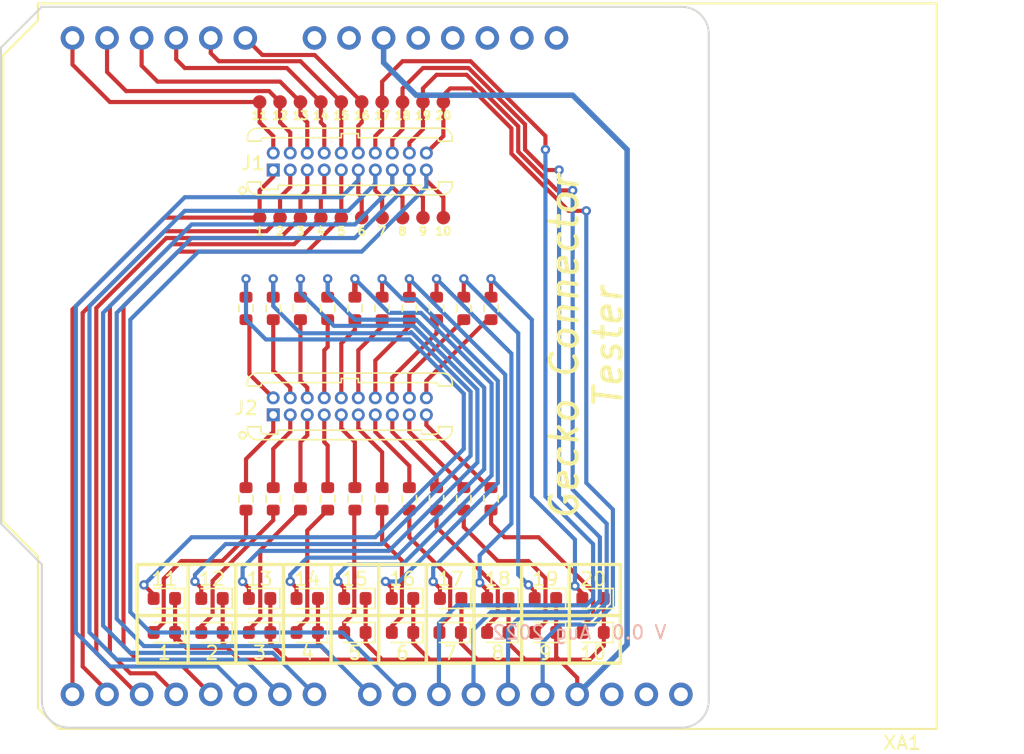
<source format=kicad_pcb>
(kicad_pcb (version 20171130) (host pcbnew "(5.1.12)-1")

  (general
    (thickness 1.6)
    (drawings 31)
    (tracks 480)
    (zones 0)
    (modules 63)
    (nets 70)
  )

  (page A4)
  (layers
    (0 F.Cu signal)
    (31 B.Cu signal)
    (32 B.Adhes user)
    (33 F.Adhes user)
    (34 B.Paste user)
    (35 F.Paste user)
    (36 B.SilkS user)
    (37 F.SilkS user)
    (38 B.Mask user)
    (39 F.Mask user)
    (40 Dwgs.User user)
    (41 Cmts.User user)
    (42 Eco1.User user)
    (43 Eco2.User user)
    (44 Edge.Cuts user)
    (45 Margin user)
    (46 B.CrtYd user)
    (47 F.CrtYd user)
    (48 B.Fab user)
    (49 F.Fab user)
  )

  (setup
    (last_trace_width 0.4064)
    (user_trace_width 0.1524)
    (user_trace_width 0.254)
    (user_trace_width 0.3048)
    (user_trace_width 0.4064)
    (trace_clearance 0.1524)
    (zone_clearance 0.508)
    (zone_45_only no)
    (trace_min 0.1524)
    (via_size 0.6858)
    (via_drill 0.3302)
    (via_min_size 0.508)
    (via_min_drill 0.254)
    (uvia_size 0.3)
    (uvia_drill 0.1)
    (uvias_allowed no)
    (uvia_min_size 0.2)
    (uvia_min_drill 0.1)
    (edge_width 0.15)
    (segment_width 0.1524)
    (pcb_text_width 0.3)
    (pcb_text_size 1.5 1.5)
    (mod_edge_width 0.25)
    (mod_text_size 1 1)
    (mod_text_width 0.15)
    (pad_size 1.524 1.524)
    (pad_drill 0.762)
    (pad_to_mask_clearance 0.0508)
    (solder_mask_min_width 0.1016)
    (aux_axis_origin 0 0)
    (visible_elements 7FFFFFFF)
    (pcbplotparams
      (layerselection 0x00030_80000001)
      (usegerberextensions false)
      (usegerberattributes true)
      (usegerberadvancedattributes true)
      (creategerberjobfile true)
      (excludeedgelayer true)
      (linewidth 0.100000)
      (plotframeref false)
      (viasonmask false)
      (mode 1)
      (useauxorigin false)
      (hpglpennumber 1)
      (hpglpenspeed 20)
      (hpglpendiameter 15.000000)
      (psnegative false)
      (psa4output false)
      (plotreference true)
      (plotvalue true)
      (plotinvisibletext false)
      (padsonsilk false)
      (subtractmaskfromsilk false)
      (outputformat 1)
      (mirror false)
      (drillshape 1)
      (scaleselection 1)
      (outputdirectory ""))
  )

  (net 0 "")
  (net 1 +5V)
  (net 2 /A0)
  (net 3 /A1)
  (net 4 /A2)
  (net 5 GND)
  (net 6 "Net-(XA1-PadVIN)")
  (net 7 "Net-(XA1-Pad3V3)")
  (net 8 "Net-(XA1-PadRST1)")
  (net 9 "Net-(XA1-PadIORF)")
  (net 10 "Net-(XA1-PadAREF)")
  (net 11 /A3)
  (net 12 "Net-(D1-Pad2)")
  (net 13 "Net-(D2-Pad2)")
  (net 14 "Net-(D3-Pad2)")
  (net 15 "Net-(D4-Pad2)")
  (net 16 "Net-(D5-Pad2)")
  (net 17 "Net-(D6-Pad2)")
  (net 18 "Net-(D7-Pad2)")
  (net 19 "Net-(D8-Pad2)")
  (net 20 "Net-(D9-Pad2)")
  (net 21 "Net-(D10-Pad2)")
  (net 22 "Net-(D11-Pad2)")
  (net 23 "Net-(D12-Pad2)")
  (net 24 "Net-(D13-Pad2)")
  (net 25 "Net-(D14-Pad2)")
  (net 26 "Net-(D15-Pad2)")
  (net 27 "Net-(D16-Pad2)")
  (net 28 "Net-(D17-Pad2)")
  (net 29 "Net-(D18-Pad2)")
  (net 30 "Net-(D19-Pad2)")
  (net 31 "Net-(D20-Pad2)")
  (net 32 "Net-(J2-Pad1)")
  (net 33 "Net-(J2-Pad3)")
  (net 34 "Net-(J2-Pad5)")
  (net 35 "Net-(J2-Pad7)")
  (net 36 "Net-(J2-Pad9)")
  (net 37 "Net-(J2-Pad11)")
  (net 38 "Net-(J2-Pad13)")
  (net 39 "Net-(J2-Pad15)")
  (net 40 "Net-(J2-Pad17)")
  (net 41 "Net-(J2-Pad19)")
  (net 42 "Net-(J2-Pad2)")
  (net 43 "Net-(J2-Pad4)")
  (net 44 "Net-(J2-Pad6)")
  (net 45 "Net-(J2-Pad8)")
  (net 46 "Net-(J2-Pad10)")
  (net 47 "Net-(J2-Pad12)")
  (net 48 "Net-(J2-Pad14)")
  (net 49 "Net-(J2-Pad16)")
  (net 50 "Net-(J2-Pad18)")
  (net 51 "Net-(J2-Pad20)")
  (net 52 /D0)
  (net 53 /D1)
  (net 54 /D2)
  (net 55 /D3)
  (net 56 /D4)
  (net 57 /D5)
  (net 58 /D6)
  (net 59 /D7)
  (net 60 /D8)
  (net 61 /D9)
  (net 62 /D10)
  (net 63 "Net-(XA1-PadSCL)")
  (net 64 "Net-(XA1-PadSDA)")
  (net 65 /D13)
  (net 66 /D12)
  (net 67 /D11)
  (net 68 /A4)
  (net 69 /A5)

  (net_class Default "This is the default net class."
    (clearance 0.1524)
    (trace_width 0.1524)
    (via_dia 0.6858)
    (via_drill 0.3302)
    (uvia_dia 0.3)
    (uvia_drill 0.1)
    (add_net +5V)
    (add_net /A0)
    (add_net /A1)
    (add_net /A2)
    (add_net /A3)
    (add_net /A4)
    (add_net /A5)
    (add_net /D0)
    (add_net /D1)
    (add_net /D10)
    (add_net /D11)
    (add_net /D12)
    (add_net /D13)
    (add_net /D2)
    (add_net /D3)
    (add_net /D4)
    (add_net /D5)
    (add_net /D6)
    (add_net /D7)
    (add_net /D8)
    (add_net /D9)
    (add_net GND)
    (add_net "Net-(D1-Pad2)")
    (add_net "Net-(D10-Pad2)")
    (add_net "Net-(D11-Pad2)")
    (add_net "Net-(D12-Pad2)")
    (add_net "Net-(D13-Pad2)")
    (add_net "Net-(D14-Pad2)")
    (add_net "Net-(D15-Pad2)")
    (add_net "Net-(D16-Pad2)")
    (add_net "Net-(D17-Pad2)")
    (add_net "Net-(D18-Pad2)")
    (add_net "Net-(D19-Pad2)")
    (add_net "Net-(D2-Pad2)")
    (add_net "Net-(D20-Pad2)")
    (add_net "Net-(D3-Pad2)")
    (add_net "Net-(D4-Pad2)")
    (add_net "Net-(D5-Pad2)")
    (add_net "Net-(D6-Pad2)")
    (add_net "Net-(D7-Pad2)")
    (add_net "Net-(D8-Pad2)")
    (add_net "Net-(D9-Pad2)")
    (add_net "Net-(J2-Pad1)")
    (add_net "Net-(J2-Pad10)")
    (add_net "Net-(J2-Pad11)")
    (add_net "Net-(J2-Pad12)")
    (add_net "Net-(J2-Pad13)")
    (add_net "Net-(J2-Pad14)")
    (add_net "Net-(J2-Pad15)")
    (add_net "Net-(J2-Pad16)")
    (add_net "Net-(J2-Pad17)")
    (add_net "Net-(J2-Pad18)")
    (add_net "Net-(J2-Pad19)")
    (add_net "Net-(J2-Pad2)")
    (add_net "Net-(J2-Pad20)")
    (add_net "Net-(J2-Pad3)")
    (add_net "Net-(J2-Pad4)")
    (add_net "Net-(J2-Pad5)")
    (add_net "Net-(J2-Pad6)")
    (add_net "Net-(J2-Pad7)")
    (add_net "Net-(J2-Pad8)")
    (add_net "Net-(J2-Pad9)")
    (add_net "Net-(XA1-Pad3V3)")
    (add_net "Net-(XA1-PadAREF)")
    (add_net "Net-(XA1-PadIORF)")
    (add_net "Net-(XA1-PadRST1)")
    (add_net "Net-(XA1-PadSCL)")
    (add_net "Net-(XA1-PadSDA)")
    (add_net "Net-(XA1-PadVIN)")
  )

  (module footprints:Arduino_Uno_Shield locked (layer F.Cu) (tedit 5FB3F857) (tstamp 62EC117A)
    (at 195.75 66.75 180)
    (descr https://store.arduino.cc/arduino-uno-rev3)
    (path /5FB2BFCE)
    (fp_text reference XA1 (at 2.54 -54.356) (layer F.SilkS)
      (effects (font (size 1 1) (thickness 0.15)))
    )
    (fp_text value Arduino_Uno_Shield (at 15.494 -54.356) (layer F.Fab)
      (effects (font (size 1 1) (thickness 0.15)))
    )
    (fp_line (start 9.525 -32.385) (end -6.35 -32.385) (layer B.CrtYd) (width 0.15))
    (fp_line (start 9.525 -43.815) (end -6.35 -43.815) (layer B.CrtYd) (width 0.15))
    (fp_line (start 9.525 -43.815) (end 9.525 -32.385) (layer B.CrtYd) (width 0.15))
    (fp_line (start -6.35 -43.815) (end -6.35 -32.385) (layer B.CrtYd) (width 0.15))
    (fp_line (start 11.43 -12.065) (end 11.43 -3.175) (layer B.CrtYd) (width 0.15))
    (fp_line (start -1.905 -3.175) (end 11.43 -3.175) (layer B.CrtYd) (width 0.15))
    (fp_line (start -1.905 -12.065) (end -1.905 -3.175) (layer B.CrtYd) (width 0.15))
    (fp_line (start -1.905 -12.065) (end 11.43 -12.065) (layer B.CrtYd) (width 0.15))
    (fp_line (start 0 -53.34) (end 0 0) (layer F.SilkS) (width 0.15))
    (fp_line (start 66.04 -40.64) (end 66.04 -51.816) (layer F.SilkS) (width 0.15))
    (fp_line (start 68.58 -38.1) (end 66.04 -40.64) (layer F.SilkS) (width 0.15))
    (fp_line (start 68.58 -3.81) (end 68.58 -38.1) (layer F.SilkS) (width 0.15))
    (fp_line (start 66.04 -1.27) (end 68.58 -3.81) (layer F.SilkS) (width 0.15))
    (fp_line (start 66.04 0) (end 66.04 -1.27) (layer F.SilkS) (width 0.15))
    (fp_line (start 64.516 -53.34) (end 66.04 -51.816) (layer F.SilkS) (width 0.15))
    (fp_line (start 0 0) (end 66.04 0) (layer F.SilkS) (width 0.15))
    (fp_line (start 0 -53.34) (end 64.516 -53.34) (layer F.SilkS) (width 0.15))
    (pad A0 thru_hole oval (at 50.8 -2.54 180) (size 1.7272 1.7272) (drill 1.016) (layers *.Cu *.Mask)
      (net 2 /A0))
    (pad VIN thru_hole oval (at 45.72 -2.54 180) (size 1.7272 1.7272) (drill 1.016) (layers *.Cu *.Mask)
      (net 6 "Net-(XA1-PadVIN)"))
    (pad GND3 thru_hole oval (at 43.18 -2.54 180) (size 1.7272 1.7272) (drill 1.016) (layers *.Cu *.Mask)
      (net 5 GND))
    (pad GND2 thru_hole oval (at 40.64 -2.54 180) (size 1.7272 1.7272) (drill 1.016) (layers *.Cu *.Mask)
      (net 5 GND))
    (pad 5V1 thru_hole oval (at 38.1 -2.54 180) (size 1.7272 1.7272) (drill 1.016) (layers *.Cu *.Mask)
      (net 1 +5V))
    (pad 3V3 thru_hole oval (at 35.56 -2.54 180) (size 1.7272 1.7272) (drill 1.016) (layers *.Cu *.Mask)
      (net 7 "Net-(XA1-Pad3V3)"))
    (pad RST1 thru_hole oval (at 33.02 -2.54 180) (size 1.7272 1.7272) (drill 1.016) (layers *.Cu *.Mask)
      (net 8 "Net-(XA1-PadRST1)"))
    (pad IORF thru_hole oval (at 30.48 -2.54 180) (size 1.7272 1.7272) (drill 1.016) (layers *.Cu *.Mask)
      (net 9 "Net-(XA1-PadIORF)"))
    (pad D0 thru_hole oval (at 63.5 -50.8 180) (size 1.7272 1.7272) (drill 1.016) (layers *.Cu *.Mask)
      (net 52 /D0))
    (pad D1 thru_hole oval (at 60.96 -50.8 180) (size 1.7272 1.7272) (drill 1.016) (layers *.Cu *.Mask)
      (net 53 /D1))
    (pad D2 thru_hole oval (at 58.42 -50.8 180) (size 1.7272 1.7272) (drill 1.016) (layers *.Cu *.Mask)
      (net 54 /D2))
    (pad D3 thru_hole oval (at 55.88 -50.8 180) (size 1.7272 1.7272) (drill 1.016) (layers *.Cu *.Mask)
      (net 55 /D3))
    (pad D4 thru_hole oval (at 53.34 -50.8 180) (size 1.7272 1.7272) (drill 1.016) (layers *.Cu *.Mask)
      (net 56 /D4))
    (pad D5 thru_hole oval (at 50.8 -50.8 180) (size 1.7272 1.7272) (drill 1.016) (layers *.Cu *.Mask)
      (net 57 /D5))
    (pad D6 thru_hole oval (at 48.26 -50.8 180) (size 1.7272 1.7272) (drill 1.016) (layers *.Cu *.Mask)
      (net 58 /D6))
    (pad D7 thru_hole oval (at 45.72 -50.8 180) (size 1.7272 1.7272) (drill 1.016) (layers *.Cu *.Mask)
      (net 59 /D7))
    (pad GND1 thru_hole oval (at 26.416 -50.8 180) (size 1.7272 1.7272) (drill 1.016) (layers *.Cu *.Mask)
      (net 5 GND))
    (pad D8 thru_hole oval (at 41.656 -50.8 180) (size 1.7272 1.7272) (drill 1.016) (layers *.Cu *.Mask)
      (net 60 /D8))
    (pad D9 thru_hole oval (at 39.116 -50.8 180) (size 1.7272 1.7272) (drill 1.016) (layers *.Cu *.Mask)
      (net 61 /D9))
    (pad D10 thru_hole oval (at 36.576 -50.8 180) (size 1.7272 1.7272) (drill 1.016) (layers *.Cu *.Mask)
      (net 62 /D10))
    (pad SCL thru_hole oval (at 18.796 -50.8 180) (size 1.7272 1.7272) (drill 1.016) (layers *.Cu *.Mask)
      (net 63 "Net-(XA1-PadSCL)"))
    (pad SDA thru_hole oval (at 21.336 -50.8 180) (size 1.7272 1.7272) (drill 1.016) (layers *.Cu *.Mask)
      (net 64 "Net-(XA1-PadSDA)"))
    (pad AREF thru_hole oval (at 23.876 -50.8 180) (size 1.7272 1.7272) (drill 1.016) (layers *.Cu *.Mask)
      (net 10 "Net-(XA1-PadAREF)"))
    (pad D13 thru_hole oval (at 28.956 -50.8 180) (size 1.7272 1.7272) (drill 1.016) (layers *.Cu *.Mask)
      (net 65 /D13))
    (pad D12 thru_hole oval (at 31.496 -50.8 180) (size 1.7272 1.7272) (drill 1.016) (layers *.Cu *.Mask)
      (net 66 /D12))
    (pad D11 thru_hole oval (at 34.036 -50.8 180) (size 1.7272 1.7272) (drill 1.016) (layers *.Cu *.Mask)
      (net 67 /D11))
    (pad "" thru_hole oval (at 27.94 -2.54 180) (size 1.7272 1.7272) (drill 1.016) (layers *.Cu *.Mask))
    (pad A1 thru_hole oval (at 53.34 -2.54 180) (size 1.7272 1.7272) (drill 1.016) (layers *.Cu *.Mask)
      (net 3 /A1))
    (pad A2 thru_hole oval (at 55.88 -2.54 180) (size 1.7272 1.7272) (drill 1.016) (layers *.Cu *.Mask)
      (net 4 /A2))
    (pad A3 thru_hole oval (at 58.42 -2.54 180) (size 1.7272 1.7272) (drill 1.016) (layers *.Cu *.Mask)
      (net 11 /A3))
    (pad A4 thru_hole oval (at 60.96 -2.54 180) (size 1.7272 1.7272) (drill 1.016) (layers *.Cu *.Mask)
      (net 68 /A4))
    (pad A5 thru_hole oval (at 63.5 -2.54 180) (size 1.7272 1.7272) (drill 1.016) (layers *.Cu *.Mask)
      (net 69 /A5))
  )

  (module footprints:Harwin_Gecko-G125-MVX2005L0X_2x10_P1.25mm_Vertical (layer F.Cu) (tedit 62ED7290) (tstamp 62EE0E11)
    (at 147 79)
    (descr "Harwin Gecko Connector, 20 pins, dual row male, vertical entry, no latches, PN:G125-MVX2005L0X")
    (tags "connector harwin gecko")
    (path /62FF0A69)
    (fp_text reference J1 (at -1.5 -0.5) (layer F.SilkS)
      (effects (font (size 1 1) (thickness 0.15)))
    )
    (fp_text value Conn_02x10_Top_Bottom (at 5.625 -4.3) (layer F.Fab)
      (effects (font (size 1 1) (thickness 0.15)))
    )
    (fp_circle (center -2.25 1.5) (end -2 1.5) (layer F.SilkS) (width 0.15))
    (fp_line (start -1.15 -3.075) (end 12.4 -3.075) (layer F.SilkS) (width 0.12))
    (fp_line (start -1.15 1.825) (end 12.4 1.825) (layer F.SilkS) (width 0.12))
    (fp_line (start -0.65 1.425) (end 0.35 1.425) (layer F.SilkS) (width 0.12))
    (fp_line (start 0.35 1.425) (end 0.35 1.125) (layer F.SilkS) (width 0.12))
    (fp_line (start 0.35 1.125) (end 10.9 1.125) (layer F.SilkS) (width 0.12))
    (fp_line (start 10.9 1.125) (end 10.9 1.425) (layer F.SilkS) (width 0.12))
    (fp_line (start 10.9 1.425) (end 11.9 1.425) (layer F.SilkS) (width 0.12))
    (fp_line (start -0.65 -2.375) (end 5 -2.375) (layer F.SilkS) (width 0.12))
    (fp_line (start 5 -2.375) (end 5 -2.675) (layer F.SilkS) (width 0.12))
    (fp_line (start 5 -2.675) (end 6.25 -2.675) (layer F.SilkS) (width 0.12))
    (fp_line (start 6.25 -2.675) (end 6.25 -2.375) (layer F.SilkS) (width 0.12))
    (fp_line (start 6.25 -2.375) (end 11.9 -2.375) (layer F.SilkS) (width 0.12))
    (fp_line (start -1.9 -2.325) (end -1.9 -2.125) (layer F.SilkS) (width 0.12))
    (fp_line (start -1.9 -2.125) (end -0.9 -2.125) (layer F.SilkS) (width 0.12))
    (fp_line (start -0.9 -2.125) (end -0.9 -2.125) (layer F.SilkS) (width 0.12))
    (fp_line (start 13.15 -2.325) (end 13.15 -2.125) (layer F.SilkS) (width 0.12))
    (fp_line (start 13.15 -2.125) (end 12.15 -2.125) (layer F.SilkS) (width 0.12))
    (fp_line (start 12.15 -2.125) (end 12.15 -2.125) (layer F.SilkS) (width 0.12))
    (fp_line (start 13.15 1.075) (end 13.15 0.875) (layer F.SilkS) (width 0.12))
    (fp_line (start 13.15 0.875) (end 12.15 0.875) (layer F.SilkS) (width 0.12))
    (fp_line (start 12.15 0.875) (end 12.15 0.875) (layer F.SilkS) (width 0.12))
    (fp_line (start -1.9 1.075) (end -1.9 0.875) (layer F.SilkS) (width 0.12))
    (fp_line (start -1.9 0.875) (end -0.9 0.875) (layer F.SilkS) (width 0.12))
    (fp_line (start -0.9 0.875) (end -0.9 0.875) (layer F.SilkS) (width 0.12))
    (fp_line (start -0.9 1.175) (end -0.9 0.875) (layer F.SilkS) (width 0.12))
    (fp_line (start 12.15 1.175) (end 12.15 0.875) (layer F.SilkS) (width 0.12))
    (fp_line (start -1.15 -3.075) (end 12.4 -3.075) (layer F.Fab) (width 0.1))
    (fp_line (start -1.15 1.825) (end 12.4 1.825) (layer F.Fab) (width 0.1))
    (fp_line (start -0.65 1.425) (end 0.35 1.425) (layer F.Fab) (width 0.1))
    (fp_line (start 0.35 1.425) (end 0.35 1.125) (layer F.Fab) (width 0.1))
    (fp_line (start 0.35 1.125) (end 10.9 1.125) (layer F.Fab) (width 0.1))
    (fp_line (start 10.9 1.125) (end 10.9 1.425) (layer F.Fab) (width 0.1))
    (fp_line (start 10.9 1.425) (end 11.9 1.425) (layer F.Fab) (width 0.1))
    (fp_line (start -0.65 -2.375) (end 5 -2.375) (layer F.Fab) (width 0.1))
    (fp_line (start 5 -2.375) (end 5 -2.675) (layer F.Fab) (width 0.1))
    (fp_line (start 5 -2.675) (end 6.25 -2.675) (layer F.Fab) (width 0.1))
    (fp_line (start 6.25 -2.675) (end 6.25 -2.375) (layer F.Fab) (width 0.1))
    (fp_line (start 6.25 -2.375) (end 11.9 -2.375) (layer F.Fab) (width 0.1))
    (fp_line (start -1.9 -2.325) (end -1.9 -2.125) (layer F.Fab) (width 0.1))
    (fp_line (start -1.9 -2.125) (end -0.9 -2.125) (layer F.Fab) (width 0.1))
    (fp_line (start -0.9 -2.125) (end -0.9 -2.125) (layer F.Fab) (width 0.1))
    (fp_line (start 13.15 -2.325) (end 13.15 -2.125) (layer F.Fab) (width 0.1))
    (fp_line (start 13.15 -2.125) (end 12.15 -2.125) (layer F.Fab) (width 0.1))
    (fp_line (start 12.15 -2.125) (end 12.15 -2.125) (layer F.Fab) (width 0.1))
    (fp_line (start 13.15 1.075) (end 13.15 0.875) (layer F.Fab) (width 0.1))
    (fp_line (start 13.15 0.875) (end 12.15 0.875) (layer F.Fab) (width 0.1))
    (fp_line (start 12.15 0.875) (end 12.15 0.875) (layer F.Fab) (width 0.1))
    (fp_line (start -1.9 1.075) (end -1.9 0.875) (layer F.Fab) (width 0.1))
    (fp_line (start -1.9 0.875) (end -0.9 0.875) (layer F.Fab) (width 0.1))
    (fp_line (start -0.9 0.875) (end -0.9 0.875) (layer F.Fab) (width 0.1))
    (fp_line (start -0.9 1.175) (end -0.9 0.875) (layer F.Fab) (width 0.1))
    (fp_line (start 12.15 1.175) (end 12.15 0.875) (layer F.Fab) (width 0.1))
    (fp_line (start -2.4 -3.58) (end -2.4 -2.58) (layer F.CrtYd) (width 0.05))
    (fp_line (start -2.4 -2.58) (end 13.65 -2.58) (layer F.CrtYd) (width 0.05))
    (fp_line (start 13.65 -2.58) (end 13.65 -3.58) (layer F.CrtYd) (width 0.05))
    (fp_line (start 13.65 -3.58) (end -2.4 -3.58) (layer F.CrtYd) (width 0.05))
    (fp_line (start 0 0.25) (end -0.3 0.85) (layer F.Fab) (width 0.1))
    (fp_line (start -0.3 0.85) (end 0.3 0.85) (layer F.Fab) (width 0.1))
    (fp_line (start 0.3 0.85) (end 0 0.25) (layer F.Fab) (width 0.1))
    (fp_text user %R (at 5.625 0) (layer F.Fab)
      (effects (font (size 1 1) (thickness 0.15)))
    )
    (fp_arc (start -0.65 1.175) (end -0.65 1.425) (angle 90) (layer F.Fab) (width 0.1))
    (fp_arc (start 11.9 1.175) (end 12.15 1.175) (angle 90) (layer F.Fab) (width 0.1))
    (fp_arc (start 11.9 -2.125) (end 11.9 -2.375) (angle 90) (layer F.Fab) (width 0.1))
    (fp_arc (start -0.65 -2.125) (end -0.9 -2.125) (angle 90) (layer F.Fab) (width 0.1))
    (fp_arc (start -1.15 1.075) (end -1.15 1.825) (angle 90) (layer F.Fab) (width 0.1))
    (fp_arc (start 12.4 1.075) (end 13.15 1.075) (angle 90) (layer F.Fab) (width 0.1))
    (fp_arc (start 12.4 -2.325) (end 12.4 -3.075) (angle 90) (layer F.Fab) (width 0.1))
    (fp_arc (start -1.15 -2.325) (end -1.9 -2.325) (angle 90) (layer F.Fab) (width 0.1))
    (fp_arc (start -0.65 1.175) (end -0.65 1.425) (angle 90) (layer F.SilkS) (width 0.12))
    (fp_arc (start 11.9 1.175) (end 12.15 1.175) (angle 90) (layer F.SilkS) (width 0.12))
    (fp_arc (start 11.9 -2.125) (end 11.9 -2.375) (angle 90) (layer F.SilkS) (width 0.12))
    (fp_arc (start -0.65 -2.125) (end -0.9 -2.125) (angle 90) (layer F.SilkS) (width 0.12))
    (fp_arc (start -1.15 1.075) (end -1.15 1.825) (angle 90) (layer F.SilkS) (width 0.12))
    (fp_arc (start 12.4 1.075) (end 13.15 1.075) (angle 90) (layer F.SilkS) (width 0.12))
    (fp_arc (start 12.4 -2.325) (end 12.4 -3.075) (angle 90) (layer F.SilkS) (width 0.12))
    (fp_arc (start -1.15 -2.325) (end -1.9 -2.325) (angle 90) (layer F.SilkS) (width 0.12))
    (pad 20 thru_hole circle (at 11.25 -1.25) (size 0.95 0.95) (drill 0.55) (layers *.Cu *.Mask)
      (net 65 /D13))
    (pad 19 thru_hole circle (at 10 -1.25) (size 0.95 0.95) (drill 0.55) (layers *.Cu *.Mask)
      (net 66 /D12))
    (pad 18 thru_hole circle (at 8.75 -1.25) (size 0.95 0.95) (drill 0.55) (layers *.Cu *.Mask)
      (net 67 /D11))
    (pad 17 thru_hole circle (at 7.5 -1.25) (size 0.95 0.95) (drill 0.55) (layers *.Cu *.Mask)
      (net 62 /D10))
    (pad 16 thru_hole circle (at 6.25 -1.25) (size 0.95 0.95) (drill 0.55) (layers *.Cu *.Mask)
      (net 2 /A0))
    (pad 15 thru_hole circle (at 5 -1.25) (size 0.95 0.95) (drill 0.55) (layers *.Cu *.Mask)
      (net 3 /A1))
    (pad 14 thru_hole circle (at 3.75 -1.25) (size 0.95 0.95) (drill 0.55) (layers *.Cu *.Mask)
      (net 4 /A2))
    (pad 13 thru_hole circle (at 2.5 -1.25) (size 0.95 0.95) (drill 0.55) (layers *.Cu *.Mask)
      (net 11 /A3))
    (pad 12 thru_hole circle (at 1.25 -1.25) (size 0.95 0.95) (drill 0.55) (layers *.Cu *.Mask)
      (net 68 /A4))
    (pad 11 thru_hole circle (at 0 -1.25) (size 0.95 0.95) (drill 0.55) (layers *.Cu *.Mask)
      (net 69 /A5))
    (pad 10 thru_hole circle (at 11.25 0) (size 0.95 0.95) (drill 0.55) (layers *.Cu *.Mask)
      (net 61 /D9))
    (pad 9 thru_hole circle (at 10 0) (size 0.95 0.95) (drill 0.55) (layers *.Cu *.Mask)
      (net 60 /D8))
    (pad 8 thru_hole circle (at 8.75 0) (size 0.95 0.95) (drill 0.55) (layers *.Cu *.Mask)
      (net 59 /D7))
    (pad 7 thru_hole circle (at 7.5 0) (size 0.95 0.95) (drill 0.55) (layers *.Cu *.Mask)
      (net 58 /D6))
    (pad 6 thru_hole circle (at 6.25 0) (size 0.95 0.95) (drill 0.55) (layers *.Cu *.Mask)
      (net 57 /D5))
    (pad 5 thru_hole circle (at 5 0) (size 0.95 0.95) (drill 0.55) (layers *.Cu *.Mask)
      (net 56 /D4))
    (pad 4 thru_hole circle (at 3.75 0) (size 0.95 0.95) (drill 0.55) (layers *.Cu *.Mask)
      (net 55 /D3))
    (pad 3 thru_hole circle (at 2.5 0) (size 0.95 0.95) (drill 0.55) (layers *.Cu *.Mask)
      (net 54 /D2))
    (pad 2 thru_hole circle (at 1.25 0) (size 0.95 0.95) (drill 0.55) (layers *.Cu *.Mask)
      (net 53 /D1))
    (pad 1 thru_hole rect (at 0 0) (size 0.95 0.95) (drill 0.55) (layers *.Cu *.Mask)
      (net 52 /D0))
    (model ${KISYS3DMOD}/Connector_Harwin.3dshapes/Harwin_Gecko-G125-MVX2005L0X_2x10_P1.25mm_Vertical.wrl
      (at (xyz 0 0 0))
      (scale (xyz 1 1 1))
      (rotate (xyz 0 0 0))
    )
  )

  (module footprints:R_0603_1608Metric (layer F.Cu) (tedit 62D732F1) (tstamp 62D8237D)
    (at 145 103.175 270)
    (descr "Resistor SMD 0603 (1608 Metric), square (rectangular) end terminal, IPC_7351 nominal, (Body size source: IPC-SM-782 page 72, https://www.pcb-3d.com/wordpress/wp-content/uploads/ipc-sm-782a_amendment_1_and_2.pdf), generated with kicad-footprint-generator")
    (tags resistor)
    (path /5FB2FAB3)
    (attr smd)
    (fp_text reference R1 (at 0 0 270) (layer F.SilkS) hide
      (effects (font (size 0.4 0.4) (thickness 0.06)))
    )
    (fp_text value 330 (at -2.54 0 270) (layer F.Fab)
      (effects (font (size 1 1) (thickness 0.15)))
    )
    (fp_line (start 1.48 0.73) (end -1.48 0.73) (layer F.CrtYd) (width 0.05))
    (fp_line (start 1.48 -0.73) (end 1.48 0.73) (layer F.CrtYd) (width 0.05))
    (fp_line (start -1.48 -0.73) (end 1.48 -0.73) (layer F.CrtYd) (width 0.05))
    (fp_line (start -1.48 0.73) (end -1.48 -0.73) (layer F.CrtYd) (width 0.05))
    (fp_line (start -0.237258 0.5225) (end 0.237258 0.5225) (layer F.SilkS) (width 0.12))
    (fp_line (start -0.237258 -0.5225) (end 0.237258 -0.5225) (layer F.SilkS) (width 0.12))
    (fp_line (start 0.8 0.4125) (end -0.8 0.4125) (layer F.Fab) (width 0.1))
    (fp_line (start 0.8 -0.4125) (end 0.8 0.4125) (layer F.Fab) (width 0.1))
    (fp_line (start -0.8 -0.4125) (end 0.8 -0.4125) (layer F.Fab) (width 0.1))
    (fp_line (start -0.8 0.4125) (end -0.8 -0.4125) (layer F.Fab) (width 0.1))
    (fp_text user %R (at 0 0 270) (layer F.Fab)
      (effects (font (size 0.4 0.4) (thickness 0.06)))
    )
    (pad 2 smd roundrect (at 0.825 0 270) (size 0.8 0.95) (layers F.Cu F.Paste F.Mask) (roundrect_rratio 0.25)
      (net 12 "Net-(D1-Pad2)"))
    (pad 1 smd roundrect (at -0.825 0 270) (size 0.8 0.95) (layers F.Cu F.Paste F.Mask) (roundrect_rratio 0.25)
      (net 32 "Net-(J2-Pad1)"))
    (model ${KISYS3DMOD}/Resistor_SMD.3dshapes/R_0603_1608Metric.wrl
      (at (xyz 0 0 0))
      (scale (xyz 1 1 1))
      (rotate (xyz 0 0 0))
    )
  )

  (module footprints:R_0603_1608Metric (layer F.Cu) (tedit 62D732F1) (tstamp 62D8249D)
    (at 147 103.175 270)
    (descr "Resistor SMD 0603 (1608 Metric), square (rectangular) end terminal, IPC_7351 nominal, (Body size source: IPC-SM-782 page 72, https://www.pcb-3d.com/wordpress/wp-content/uploads/ipc-sm-782a_amendment_1_and_2.pdf), generated with kicad-footprint-generator")
    (tags resistor)
    (path /5FB2FE24)
    (attr smd)
    (fp_text reference R2 (at 0 0 270) (layer F.SilkS) hide
      (effects (font (size 0.4 0.4) (thickness 0.06)))
    )
    (fp_text value 330 (at -2.54 0 270) (layer F.Fab)
      (effects (font (size 1 1) (thickness 0.15)))
    )
    (fp_line (start 1.48 0.73) (end -1.48 0.73) (layer F.CrtYd) (width 0.05))
    (fp_line (start 1.48 -0.73) (end 1.48 0.73) (layer F.CrtYd) (width 0.05))
    (fp_line (start -1.48 -0.73) (end 1.48 -0.73) (layer F.CrtYd) (width 0.05))
    (fp_line (start -1.48 0.73) (end -1.48 -0.73) (layer F.CrtYd) (width 0.05))
    (fp_line (start -0.237258 0.5225) (end 0.237258 0.5225) (layer F.SilkS) (width 0.12))
    (fp_line (start -0.237258 -0.5225) (end 0.237258 -0.5225) (layer F.SilkS) (width 0.12))
    (fp_line (start 0.8 0.4125) (end -0.8 0.4125) (layer F.Fab) (width 0.1))
    (fp_line (start 0.8 -0.4125) (end 0.8 0.4125) (layer F.Fab) (width 0.1))
    (fp_line (start -0.8 -0.4125) (end 0.8 -0.4125) (layer F.Fab) (width 0.1))
    (fp_line (start -0.8 0.4125) (end -0.8 -0.4125) (layer F.Fab) (width 0.1))
    (fp_text user %R (at 0 0 270) (layer F.Fab)
      (effects (font (size 0.4 0.4) (thickness 0.06)))
    )
    (pad 2 smd roundrect (at 0.825 0 270) (size 0.8 0.95) (layers F.Cu F.Paste F.Mask) (roundrect_rratio 0.25)
      (net 13 "Net-(D2-Pad2)"))
    (pad 1 smd roundrect (at -0.825 0 270) (size 0.8 0.95) (layers F.Cu F.Paste F.Mask) (roundrect_rratio 0.25)
      (net 42 "Net-(J2-Pad2)"))
    (model ${KISYS3DMOD}/Resistor_SMD.3dshapes/R_0603_1608Metric.wrl
      (at (xyz 0 0 0))
      (scale (xyz 1 1 1))
      (rotate (xyz 0 0 0))
    )
  )

  (module footprints:R_0603_1608Metric (layer F.Cu) (tedit 62D732F1) (tstamp 62D8246D)
    (at 149 103.175 270)
    (descr "Resistor SMD 0603 (1608 Metric), square (rectangular) end terminal, IPC_7351 nominal, (Body size source: IPC-SM-782 page 72, https://www.pcb-3d.com/wordpress/wp-content/uploads/ipc-sm-782a_amendment_1_and_2.pdf), generated with kicad-footprint-generator")
    (tags resistor)
    (path /5FB2FE56)
    (attr smd)
    (fp_text reference R3 (at 0 0 270) (layer F.SilkS) hide
      (effects (font (size 0.4 0.4) (thickness 0.06)))
    )
    (fp_text value 330 (at -2.54 0 270) (layer F.Fab)
      (effects (font (size 1 1) (thickness 0.15)))
    )
    (fp_line (start 1.48 0.73) (end -1.48 0.73) (layer F.CrtYd) (width 0.05))
    (fp_line (start 1.48 -0.73) (end 1.48 0.73) (layer F.CrtYd) (width 0.05))
    (fp_line (start -1.48 -0.73) (end 1.48 -0.73) (layer F.CrtYd) (width 0.05))
    (fp_line (start -1.48 0.73) (end -1.48 -0.73) (layer F.CrtYd) (width 0.05))
    (fp_line (start -0.237258 0.5225) (end 0.237258 0.5225) (layer F.SilkS) (width 0.12))
    (fp_line (start -0.237258 -0.5225) (end 0.237258 -0.5225) (layer F.SilkS) (width 0.12))
    (fp_line (start 0.8 0.4125) (end -0.8 0.4125) (layer F.Fab) (width 0.1))
    (fp_line (start 0.8 -0.4125) (end 0.8 0.4125) (layer F.Fab) (width 0.1))
    (fp_line (start -0.8 -0.4125) (end 0.8 -0.4125) (layer F.Fab) (width 0.1))
    (fp_line (start -0.8 0.4125) (end -0.8 -0.4125) (layer F.Fab) (width 0.1))
    (fp_text user %R (at 0 0 270) (layer F.Fab)
      (effects (font (size 0.4 0.4) (thickness 0.06)))
    )
    (pad 2 smd roundrect (at 0.825 0 270) (size 0.8 0.95) (layers F.Cu F.Paste F.Mask) (roundrect_rratio 0.25)
      (net 14 "Net-(D3-Pad2)"))
    (pad 1 smd roundrect (at -0.825 0 270) (size 0.8 0.95) (layers F.Cu F.Paste F.Mask) (roundrect_rratio 0.25)
      (net 33 "Net-(J2-Pad3)"))
    (model ${KISYS3DMOD}/Resistor_SMD.3dshapes/R_0603_1608Metric.wrl
      (at (xyz 0 0 0))
      (scale (xyz 1 1 1))
      (rotate (xyz 0 0 0))
    )
  )

  (module footprints:R_0603_1608Metric (layer F.Cu) (tedit 62D732F1) (tstamp 62D823AD)
    (at 151 103.175 270)
    (descr "Resistor SMD 0603 (1608 Metric), square (rectangular) end terminal, IPC_7351 nominal, (Body size source: IPC-SM-782 page 72, https://www.pcb-3d.com/wordpress/wp-content/uploads/ipc-sm-782a_amendment_1_and_2.pdf), generated with kicad-footprint-generator")
    (tags resistor)
    (path /5FB2FE87)
    (attr smd)
    (fp_text reference R4 (at 0 0 270) (layer F.SilkS) hide
      (effects (font (size 0.4 0.4) (thickness 0.06)))
    )
    (fp_text value 330 (at -2.54 0 270) (layer F.Fab)
      (effects (font (size 1 1) (thickness 0.15)))
    )
    (fp_line (start 1.48 0.73) (end -1.48 0.73) (layer F.CrtYd) (width 0.05))
    (fp_line (start 1.48 -0.73) (end 1.48 0.73) (layer F.CrtYd) (width 0.05))
    (fp_line (start -1.48 -0.73) (end 1.48 -0.73) (layer F.CrtYd) (width 0.05))
    (fp_line (start -1.48 0.73) (end -1.48 -0.73) (layer F.CrtYd) (width 0.05))
    (fp_line (start -0.237258 0.5225) (end 0.237258 0.5225) (layer F.SilkS) (width 0.12))
    (fp_line (start -0.237258 -0.5225) (end 0.237258 -0.5225) (layer F.SilkS) (width 0.12))
    (fp_line (start 0.8 0.4125) (end -0.8 0.4125) (layer F.Fab) (width 0.1))
    (fp_line (start 0.8 -0.4125) (end 0.8 0.4125) (layer F.Fab) (width 0.1))
    (fp_line (start -0.8 -0.4125) (end 0.8 -0.4125) (layer F.Fab) (width 0.1))
    (fp_line (start -0.8 0.4125) (end -0.8 -0.4125) (layer F.Fab) (width 0.1))
    (fp_text user %R (at 0 0 270) (layer F.Fab)
      (effects (font (size 0.4 0.4) (thickness 0.06)))
    )
    (pad 2 smd roundrect (at 0.825 0 270) (size 0.8 0.95) (layers F.Cu F.Paste F.Mask) (roundrect_rratio 0.25)
      (net 15 "Net-(D4-Pad2)"))
    (pad 1 smd roundrect (at -0.825 0 270) (size 0.8 0.95) (layers F.Cu F.Paste F.Mask) (roundrect_rratio 0.25)
      (net 43 "Net-(J2-Pad4)"))
    (model ${KISYS3DMOD}/Resistor_SMD.3dshapes/R_0603_1608Metric.wrl
      (at (xyz 0 0 0))
      (scale (xyz 1 1 1))
      (rotate (xyz 0 0 0))
    )
  )

  (module footprints:R_0603_1608Metric (layer F.Cu) (tedit 62D732F1) (tstamp 62D8243D)
    (at 153 103.175 270)
    (descr "Resistor SMD 0603 (1608 Metric), square (rectangular) end terminal, IPC_7351 nominal, (Body size source: IPC-SM-782 page 72, https://www.pcb-3d.com/wordpress/wp-content/uploads/ipc-sm-782a_amendment_1_and_2.pdf), generated with kicad-footprint-generator")
    (tags resistor)
    (path /5FB2FEBB)
    (attr smd)
    (fp_text reference R5 (at 0 0 270) (layer F.SilkS) hide
      (effects (font (size 0.4 0.4) (thickness 0.06)))
    )
    (fp_text value 330 (at -2.54 0 270) (layer F.Fab)
      (effects (font (size 1 1) (thickness 0.15)))
    )
    (fp_line (start 1.48 0.73) (end -1.48 0.73) (layer F.CrtYd) (width 0.05))
    (fp_line (start 1.48 -0.73) (end 1.48 0.73) (layer F.CrtYd) (width 0.05))
    (fp_line (start -1.48 -0.73) (end 1.48 -0.73) (layer F.CrtYd) (width 0.05))
    (fp_line (start -1.48 0.73) (end -1.48 -0.73) (layer F.CrtYd) (width 0.05))
    (fp_line (start -0.237258 0.5225) (end 0.237258 0.5225) (layer F.SilkS) (width 0.12))
    (fp_line (start -0.237258 -0.5225) (end 0.237258 -0.5225) (layer F.SilkS) (width 0.12))
    (fp_line (start 0.8 0.4125) (end -0.8 0.4125) (layer F.Fab) (width 0.1))
    (fp_line (start 0.8 -0.4125) (end 0.8 0.4125) (layer F.Fab) (width 0.1))
    (fp_line (start -0.8 -0.4125) (end 0.8 -0.4125) (layer F.Fab) (width 0.1))
    (fp_line (start -0.8 0.4125) (end -0.8 -0.4125) (layer F.Fab) (width 0.1))
    (fp_text user %R (at 0 0 270) (layer F.Fab)
      (effects (font (size 0.4 0.4) (thickness 0.06)))
    )
    (pad 2 smd roundrect (at 0.825 0 270) (size 0.8 0.95) (layers F.Cu F.Paste F.Mask) (roundrect_rratio 0.25)
      (net 16 "Net-(D5-Pad2)"))
    (pad 1 smd roundrect (at -0.825 0 270) (size 0.8 0.95) (layers F.Cu F.Paste F.Mask) (roundrect_rratio 0.25)
      (net 34 "Net-(J2-Pad5)"))
    (model ${KISYS3DMOD}/Resistor_SMD.3dshapes/R_0603_1608Metric.wrl
      (at (xyz 0 0 0))
      (scale (xyz 1 1 1))
      (rotate (xyz 0 0 0))
    )
  )

  (module footprints:R_0603_1608Metric (layer F.Cu) (tedit 62D732F1) (tstamp 62D824CD)
    (at 155 103.175 270)
    (descr "Resistor SMD 0603 (1608 Metric), square (rectangular) end terminal, IPC_7351 nominal, (Body size source: IPC-SM-782 page 72, https://www.pcb-3d.com/wordpress/wp-content/uploads/ipc-sm-782a_amendment_1_and_2.pdf), generated with kicad-footprint-generator")
    (tags resistor)
    (path /5FB2FEF4)
    (attr smd)
    (fp_text reference R6 (at 0 0 270) (layer F.SilkS) hide
      (effects (font (size 0.4 0.4) (thickness 0.06)))
    )
    (fp_text value 330 (at -2.54 0 270) (layer F.Fab)
      (effects (font (size 1 1) (thickness 0.15)))
    )
    (fp_line (start 1.48 0.73) (end -1.48 0.73) (layer F.CrtYd) (width 0.05))
    (fp_line (start 1.48 -0.73) (end 1.48 0.73) (layer F.CrtYd) (width 0.05))
    (fp_line (start -1.48 -0.73) (end 1.48 -0.73) (layer F.CrtYd) (width 0.05))
    (fp_line (start -1.48 0.73) (end -1.48 -0.73) (layer F.CrtYd) (width 0.05))
    (fp_line (start -0.237258 0.5225) (end 0.237258 0.5225) (layer F.SilkS) (width 0.12))
    (fp_line (start -0.237258 -0.5225) (end 0.237258 -0.5225) (layer F.SilkS) (width 0.12))
    (fp_line (start 0.8 0.4125) (end -0.8 0.4125) (layer F.Fab) (width 0.1))
    (fp_line (start 0.8 -0.4125) (end 0.8 0.4125) (layer F.Fab) (width 0.1))
    (fp_line (start -0.8 -0.4125) (end 0.8 -0.4125) (layer F.Fab) (width 0.1))
    (fp_line (start -0.8 0.4125) (end -0.8 -0.4125) (layer F.Fab) (width 0.1))
    (fp_text user %R (at 0 0 270) (layer F.Fab)
      (effects (font (size 0.4 0.4) (thickness 0.06)))
    )
    (pad 2 smd roundrect (at 0.825 0 270) (size 0.8 0.95) (layers F.Cu F.Paste F.Mask) (roundrect_rratio 0.25)
      (net 17 "Net-(D6-Pad2)"))
    (pad 1 smd roundrect (at -0.825 0 270) (size 0.8 0.95) (layers F.Cu F.Paste F.Mask) (roundrect_rratio 0.25)
      (net 44 "Net-(J2-Pad6)"))
    (model ${KISYS3DMOD}/Resistor_SMD.3dshapes/R_0603_1608Metric.wrl
      (at (xyz 0 0 0))
      (scale (xyz 1 1 1))
      (rotate (xyz 0 0 0))
    )
  )

  (module footprints:R_0603_1608Metric (layer F.Cu) (tedit 62D732F1) (tstamp 62D824FD)
    (at 157 103.175 270)
    (descr "Resistor SMD 0603 (1608 Metric), square (rectangular) end terminal, IPC_7351 nominal, (Body size source: IPC-SM-782 page 72, https://www.pcb-3d.com/wordpress/wp-content/uploads/ipc-sm-782a_amendment_1_and_2.pdf), generated with kicad-footprint-generator")
    (tags resistor)
    (path /5FB2FF2E)
    (attr smd)
    (fp_text reference R7 (at 0 0 270) (layer F.SilkS) hide
      (effects (font (size 0.4 0.4) (thickness 0.06)))
    )
    (fp_text value 330 (at -2.54 0 270) (layer F.Fab)
      (effects (font (size 1 1) (thickness 0.15)))
    )
    (fp_line (start 1.48 0.73) (end -1.48 0.73) (layer F.CrtYd) (width 0.05))
    (fp_line (start 1.48 -0.73) (end 1.48 0.73) (layer F.CrtYd) (width 0.05))
    (fp_line (start -1.48 -0.73) (end 1.48 -0.73) (layer F.CrtYd) (width 0.05))
    (fp_line (start -1.48 0.73) (end -1.48 -0.73) (layer F.CrtYd) (width 0.05))
    (fp_line (start -0.237258 0.5225) (end 0.237258 0.5225) (layer F.SilkS) (width 0.12))
    (fp_line (start -0.237258 -0.5225) (end 0.237258 -0.5225) (layer F.SilkS) (width 0.12))
    (fp_line (start 0.8 0.4125) (end -0.8 0.4125) (layer F.Fab) (width 0.1))
    (fp_line (start 0.8 -0.4125) (end 0.8 0.4125) (layer F.Fab) (width 0.1))
    (fp_line (start -0.8 -0.4125) (end 0.8 -0.4125) (layer F.Fab) (width 0.1))
    (fp_line (start -0.8 0.4125) (end -0.8 -0.4125) (layer F.Fab) (width 0.1))
    (fp_text user %R (at 0 0 270) (layer F.Fab)
      (effects (font (size 0.4 0.4) (thickness 0.06)))
    )
    (pad 2 smd roundrect (at 0.825 0 270) (size 0.8 0.95) (layers F.Cu F.Paste F.Mask) (roundrect_rratio 0.25)
      (net 18 "Net-(D7-Pad2)"))
    (pad 1 smd roundrect (at -0.825 0 270) (size 0.8 0.95) (layers F.Cu F.Paste F.Mask) (roundrect_rratio 0.25)
      (net 35 "Net-(J2-Pad7)"))
    (model ${KISYS3DMOD}/Resistor_SMD.3dshapes/R_0603_1608Metric.wrl
      (at (xyz 0 0 0))
      (scale (xyz 1 1 1))
      (rotate (xyz 0 0 0))
    )
  )

  (module footprints:R_0603_1608Metric (layer F.Cu) (tedit 62D732F1) (tstamp 62D8240D)
    (at 159 103.175 270)
    (descr "Resistor SMD 0603 (1608 Metric), square (rectangular) end terminal, IPC_7351 nominal, (Body size source: IPC-SM-782 page 72, https://www.pcb-3d.com/wordpress/wp-content/uploads/ipc-sm-782a_amendment_1_and_2.pdf), generated with kicad-footprint-generator")
    (tags resistor)
    (path /5FB3005B)
    (attr smd)
    (fp_text reference R8 (at 0 0 270) (layer F.SilkS) hide
      (effects (font (size 0.4 0.4) (thickness 0.06)))
    )
    (fp_text value 330 (at -2.54 0 270) (layer F.Fab)
      (effects (font (size 1 1) (thickness 0.15)))
    )
    (fp_line (start 1.48 0.73) (end -1.48 0.73) (layer F.CrtYd) (width 0.05))
    (fp_line (start 1.48 -0.73) (end 1.48 0.73) (layer F.CrtYd) (width 0.05))
    (fp_line (start -1.48 -0.73) (end 1.48 -0.73) (layer F.CrtYd) (width 0.05))
    (fp_line (start -1.48 0.73) (end -1.48 -0.73) (layer F.CrtYd) (width 0.05))
    (fp_line (start -0.237258 0.5225) (end 0.237258 0.5225) (layer F.SilkS) (width 0.12))
    (fp_line (start -0.237258 -0.5225) (end 0.237258 -0.5225) (layer F.SilkS) (width 0.12))
    (fp_line (start 0.8 0.4125) (end -0.8 0.4125) (layer F.Fab) (width 0.1))
    (fp_line (start 0.8 -0.4125) (end 0.8 0.4125) (layer F.Fab) (width 0.1))
    (fp_line (start -0.8 -0.4125) (end 0.8 -0.4125) (layer F.Fab) (width 0.1))
    (fp_line (start -0.8 0.4125) (end -0.8 -0.4125) (layer F.Fab) (width 0.1))
    (fp_text user %R (at 0 0 270) (layer F.Fab)
      (effects (font (size 0.4 0.4) (thickness 0.06)))
    )
    (pad 2 smd roundrect (at 0.825 0 270) (size 0.8 0.95) (layers F.Cu F.Paste F.Mask) (roundrect_rratio 0.25)
      (net 19 "Net-(D8-Pad2)"))
    (pad 1 smd roundrect (at -0.825 0 270) (size 0.8 0.95) (layers F.Cu F.Paste F.Mask) (roundrect_rratio 0.25)
      (net 45 "Net-(J2-Pad8)"))
    (model ${KISYS3DMOD}/Resistor_SMD.3dshapes/R_0603_1608Metric.wrl
      (at (xyz 0 0 0))
      (scale (xyz 1 1 1))
      (rotate (xyz 0 0 0))
    )
  )

  (module footprints:R_0603_1608Metric (layer F.Cu) (tedit 62D732F1) (tstamp 62D8252D)
    (at 161 103.175 270)
    (descr "Resistor SMD 0603 (1608 Metric), square (rectangular) end terminal, IPC_7351 nominal, (Body size source: IPC-SM-782 page 72, https://www.pcb-3d.com/wordpress/wp-content/uploads/ipc-sm-782a_amendment_1_and_2.pdf), generated with kicad-footprint-generator")
    (tags resistor)
    (path /5FB3009B)
    (attr smd)
    (fp_text reference R9 (at 0 0 270) (layer F.SilkS) hide
      (effects (font (size 0.4 0.4) (thickness 0.06)))
    )
    (fp_text value 330 (at -2.54 0 270) (layer F.Fab)
      (effects (font (size 1 1) (thickness 0.15)))
    )
    (fp_line (start 1.48 0.73) (end -1.48 0.73) (layer F.CrtYd) (width 0.05))
    (fp_line (start 1.48 -0.73) (end 1.48 0.73) (layer F.CrtYd) (width 0.05))
    (fp_line (start -1.48 -0.73) (end 1.48 -0.73) (layer F.CrtYd) (width 0.05))
    (fp_line (start -1.48 0.73) (end -1.48 -0.73) (layer F.CrtYd) (width 0.05))
    (fp_line (start -0.237258 0.5225) (end 0.237258 0.5225) (layer F.SilkS) (width 0.12))
    (fp_line (start -0.237258 -0.5225) (end 0.237258 -0.5225) (layer F.SilkS) (width 0.12))
    (fp_line (start 0.8 0.4125) (end -0.8 0.4125) (layer F.Fab) (width 0.1))
    (fp_line (start 0.8 -0.4125) (end 0.8 0.4125) (layer F.Fab) (width 0.1))
    (fp_line (start -0.8 -0.4125) (end 0.8 -0.4125) (layer F.Fab) (width 0.1))
    (fp_line (start -0.8 0.4125) (end -0.8 -0.4125) (layer F.Fab) (width 0.1))
    (fp_text user %R (at 0 0 270) (layer F.Fab)
      (effects (font (size 0.4 0.4) (thickness 0.06)))
    )
    (pad 2 smd roundrect (at 0.825 0 270) (size 0.8 0.95) (layers F.Cu F.Paste F.Mask) (roundrect_rratio 0.25)
      (net 20 "Net-(D9-Pad2)"))
    (pad 1 smd roundrect (at -0.825 0 270) (size 0.8 0.95) (layers F.Cu F.Paste F.Mask) (roundrect_rratio 0.25)
      (net 36 "Net-(J2-Pad9)"))
    (model ${KISYS3DMOD}/Resistor_SMD.3dshapes/R_0603_1608Metric.wrl
      (at (xyz 0 0 0))
      (scale (xyz 1 1 1))
      (rotate (xyz 0 0 0))
    )
  )

  (module footprints:R_0603_1608Metric (layer F.Cu) (tedit 62D732F1) (tstamp 62D823DD)
    (at 163 103.175 270)
    (descr "Resistor SMD 0603 (1608 Metric), square (rectangular) end terminal, IPC_7351 nominal, (Body size source: IPC-SM-782 page 72, https://www.pcb-3d.com/wordpress/wp-content/uploads/ipc-sm-782a_amendment_1_and_2.pdf), generated with kicad-footprint-generator")
    (tags resistor)
    (path /5FB301E5)
    (attr smd)
    (fp_text reference R10 (at 0 0 270) (layer F.SilkS) hide
      (effects (font (size 0.4 0.4) (thickness 0.06)))
    )
    (fp_text value 330 (at -2.54 0 270) (layer F.Fab)
      (effects (font (size 1 1) (thickness 0.15)))
    )
    (fp_line (start 1.48 0.73) (end -1.48 0.73) (layer F.CrtYd) (width 0.05))
    (fp_line (start 1.48 -0.73) (end 1.48 0.73) (layer F.CrtYd) (width 0.05))
    (fp_line (start -1.48 -0.73) (end 1.48 -0.73) (layer F.CrtYd) (width 0.05))
    (fp_line (start -1.48 0.73) (end -1.48 -0.73) (layer F.CrtYd) (width 0.05))
    (fp_line (start -0.237258 0.5225) (end 0.237258 0.5225) (layer F.SilkS) (width 0.12))
    (fp_line (start -0.237258 -0.5225) (end 0.237258 -0.5225) (layer F.SilkS) (width 0.12))
    (fp_line (start 0.8 0.4125) (end -0.8 0.4125) (layer F.Fab) (width 0.1))
    (fp_line (start 0.8 -0.4125) (end 0.8 0.4125) (layer F.Fab) (width 0.1))
    (fp_line (start -0.8 -0.4125) (end 0.8 -0.4125) (layer F.Fab) (width 0.1))
    (fp_line (start -0.8 0.4125) (end -0.8 -0.4125) (layer F.Fab) (width 0.1))
    (fp_text user %R (at 0 0 270) (layer F.Fab)
      (effects (font (size 0.4 0.4) (thickness 0.06)))
    )
    (pad 2 smd roundrect (at 0.825 0 270) (size 0.8 0.95) (layers F.Cu F.Paste F.Mask) (roundrect_rratio 0.25)
      (net 21 "Net-(D10-Pad2)"))
    (pad 1 smd roundrect (at -0.825 0 270) (size 0.8 0.95) (layers F.Cu F.Paste F.Mask) (roundrect_rratio 0.25)
      (net 46 "Net-(J2-Pad10)"))
    (model ${KISYS3DMOD}/Resistor_SMD.3dshapes/R_0603_1608Metric.wrl
      (at (xyz 0 0 0))
      (scale (xyz 1 1 1))
      (rotate (xyz 0 0 0))
    )
  )

  (module footprints:R_0603_1608Metric (layer F.Cu) (tedit 62D732F1) (tstamp 62D7D9E3)
    (at 145 89.175 270)
    (descr "Resistor SMD 0603 (1608 Metric), square (rectangular) end terminal, IPC_7351 nominal, (Body size source: IPC-SM-782 page 72, https://www.pcb-3d.com/wordpress/wp-content/uploads/ipc-sm-782a_amendment_1_and_2.pdf), generated with kicad-footprint-generator")
    (tags resistor)
    (path /5FB3022B)
    (attr smd)
    (fp_text reference R11 (at 0 0 270) (layer F.SilkS) hide
      (effects (font (size 0.4 0.4) (thickness 0.06)))
    )
    (fp_text value 330 (at -2.54 0 270) (layer F.Fab)
      (effects (font (size 1 1) (thickness 0.15)))
    )
    (fp_line (start 1.48 0.73) (end -1.48 0.73) (layer F.CrtYd) (width 0.05))
    (fp_line (start 1.48 -0.73) (end 1.48 0.73) (layer F.CrtYd) (width 0.05))
    (fp_line (start -1.48 -0.73) (end 1.48 -0.73) (layer F.CrtYd) (width 0.05))
    (fp_line (start -1.48 0.73) (end -1.48 -0.73) (layer F.CrtYd) (width 0.05))
    (fp_line (start -0.237258 0.5225) (end 0.237258 0.5225) (layer F.SilkS) (width 0.12))
    (fp_line (start -0.237258 -0.5225) (end 0.237258 -0.5225) (layer F.SilkS) (width 0.12))
    (fp_line (start 0.8 0.4125) (end -0.8 0.4125) (layer F.Fab) (width 0.1))
    (fp_line (start 0.8 -0.4125) (end 0.8 0.4125) (layer F.Fab) (width 0.1))
    (fp_line (start -0.8 -0.4125) (end 0.8 -0.4125) (layer F.Fab) (width 0.1))
    (fp_line (start -0.8 0.4125) (end -0.8 -0.4125) (layer F.Fab) (width 0.1))
    (fp_text user %R (at 0 0 270) (layer F.Fab)
      (effects (font (size 0.4 0.4) (thickness 0.06)))
    )
    (pad 2 smd roundrect (at 0.825 0 270) (size 0.8 0.95) (layers F.Cu F.Paste F.Mask) (roundrect_rratio 0.25)
      (net 37 "Net-(J2-Pad11)"))
    (pad 1 smd roundrect (at -0.825 0 270) (size 0.8 0.95) (layers F.Cu F.Paste F.Mask) (roundrect_rratio 0.25)
      (net 22 "Net-(D11-Pad2)"))
    (model ${KISYS3DMOD}/Resistor_SMD.3dshapes/R_0603_1608Metric.wrl
      (at (xyz 0 0 0))
      (scale (xyz 1 1 1))
      (rotate (xyz 0 0 0))
    )
  )

  (module footprints:R_0603_1608Metric (layer F.Cu) (tedit 62D732F1) (tstamp 62D7D9F3)
    (at 147 89.175 270)
    (descr "Resistor SMD 0603 (1608 Metric), square (rectangular) end terminal, IPC_7351 nominal, (Body size source: IPC-SM-782 page 72, https://www.pcb-3d.com/wordpress/wp-content/uploads/ipc-sm-782a_amendment_1_and_2.pdf), generated with kicad-footprint-generator")
    (tags resistor)
    (path /5FB3027C)
    (attr smd)
    (fp_text reference R12 (at 0 0 270) (layer F.SilkS) hide
      (effects (font (size 0.4 0.4) (thickness 0.06)))
    )
    (fp_text value 330 (at -2.54 0 270) (layer F.Fab)
      (effects (font (size 1 1) (thickness 0.15)))
    )
    (fp_line (start 1.48 0.73) (end -1.48 0.73) (layer F.CrtYd) (width 0.05))
    (fp_line (start 1.48 -0.73) (end 1.48 0.73) (layer F.CrtYd) (width 0.05))
    (fp_line (start -1.48 -0.73) (end 1.48 -0.73) (layer F.CrtYd) (width 0.05))
    (fp_line (start -1.48 0.73) (end -1.48 -0.73) (layer F.CrtYd) (width 0.05))
    (fp_line (start -0.237258 0.5225) (end 0.237258 0.5225) (layer F.SilkS) (width 0.12))
    (fp_line (start -0.237258 -0.5225) (end 0.237258 -0.5225) (layer F.SilkS) (width 0.12))
    (fp_line (start 0.8 0.4125) (end -0.8 0.4125) (layer F.Fab) (width 0.1))
    (fp_line (start 0.8 -0.4125) (end 0.8 0.4125) (layer F.Fab) (width 0.1))
    (fp_line (start -0.8 -0.4125) (end 0.8 -0.4125) (layer F.Fab) (width 0.1))
    (fp_line (start -0.8 0.4125) (end -0.8 -0.4125) (layer F.Fab) (width 0.1))
    (fp_text user %R (at 0 0 270) (layer F.Fab)
      (effects (font (size 0.4 0.4) (thickness 0.06)))
    )
    (pad 2 smd roundrect (at 0.825 0 270) (size 0.8 0.95) (layers F.Cu F.Paste F.Mask) (roundrect_rratio 0.25)
      (net 47 "Net-(J2-Pad12)"))
    (pad 1 smd roundrect (at -0.825 0 270) (size 0.8 0.95) (layers F.Cu F.Paste F.Mask) (roundrect_rratio 0.25)
      (net 23 "Net-(D12-Pad2)"))
    (model ${KISYS3DMOD}/Resistor_SMD.3dshapes/R_0603_1608Metric.wrl
      (at (xyz 0 0 0))
      (scale (xyz 1 1 1))
      (rotate (xyz 0 0 0))
    )
  )

  (module footprints:R_0603_1608Metric (layer F.Cu) (tedit 62D732F1) (tstamp 62D83945)
    (at 149 89.175 270)
    (descr "Resistor SMD 0603 (1608 Metric), square (rectangular) end terminal, IPC_7351 nominal, (Body size source: IPC-SM-782 page 72, https://www.pcb-3d.com/wordpress/wp-content/uploads/ipc-sm-782a_amendment_1_and_2.pdf), generated with kicad-footprint-generator")
    (tags resistor)
    (path /5FB303F4)
    (attr smd)
    (fp_text reference R13 (at 0 0 270) (layer F.SilkS) hide
      (effects (font (size 0.4 0.4) (thickness 0.06)))
    )
    (fp_text value 330 (at -2.54 0 270) (layer F.Fab)
      (effects (font (size 1 1) (thickness 0.15)))
    )
    (fp_line (start 1.48 0.73) (end -1.48 0.73) (layer F.CrtYd) (width 0.05))
    (fp_line (start 1.48 -0.73) (end 1.48 0.73) (layer F.CrtYd) (width 0.05))
    (fp_line (start -1.48 -0.73) (end 1.48 -0.73) (layer F.CrtYd) (width 0.05))
    (fp_line (start -1.48 0.73) (end -1.48 -0.73) (layer F.CrtYd) (width 0.05))
    (fp_line (start -0.237258 0.5225) (end 0.237258 0.5225) (layer F.SilkS) (width 0.12))
    (fp_line (start -0.237258 -0.5225) (end 0.237258 -0.5225) (layer F.SilkS) (width 0.12))
    (fp_line (start 0.8 0.4125) (end -0.8 0.4125) (layer F.Fab) (width 0.1))
    (fp_line (start 0.8 -0.4125) (end 0.8 0.4125) (layer F.Fab) (width 0.1))
    (fp_line (start -0.8 -0.4125) (end 0.8 -0.4125) (layer F.Fab) (width 0.1))
    (fp_line (start -0.8 0.4125) (end -0.8 -0.4125) (layer F.Fab) (width 0.1))
    (fp_text user %R (at 0 0 270) (layer F.Fab)
      (effects (font (size 0.4 0.4) (thickness 0.06)))
    )
    (pad 2 smd roundrect (at 0.825 0 270) (size 0.8 0.95) (layers F.Cu F.Paste F.Mask) (roundrect_rratio 0.25)
      (net 38 "Net-(J2-Pad13)"))
    (pad 1 smd roundrect (at -0.825 0 270) (size 0.8 0.95) (layers F.Cu F.Paste F.Mask) (roundrect_rratio 0.25)
      (net 24 "Net-(D13-Pad2)"))
    (model ${KISYS3DMOD}/Resistor_SMD.3dshapes/R_0603_1608Metric.wrl
      (at (xyz 0 0 0))
      (scale (xyz 1 1 1))
      (rotate (xyz 0 0 0))
    )
  )

  (module footprints:R_0603_1608Metric (layer F.Cu) (tedit 62D732F1) (tstamp 62D7DA13)
    (at 151 89.175 270)
    (descr "Resistor SMD 0603 (1608 Metric), square (rectangular) end terminal, IPC_7351 nominal, (Body size source: IPC-SM-782 page 72, https://www.pcb-3d.com/wordpress/wp-content/uploads/ipc-sm-782a_amendment_1_and_2.pdf), generated with kicad-footprint-generator")
    (tags resistor)
    (path /5FB30447)
    (attr smd)
    (fp_text reference R14 (at 0 0 270) (layer F.SilkS) hide
      (effects (font (size 0.4 0.4) (thickness 0.06)))
    )
    (fp_text value 330 (at -2.54 0 270) (layer F.Fab)
      (effects (font (size 1 1) (thickness 0.15)))
    )
    (fp_line (start 1.48 0.73) (end -1.48 0.73) (layer F.CrtYd) (width 0.05))
    (fp_line (start 1.48 -0.73) (end 1.48 0.73) (layer F.CrtYd) (width 0.05))
    (fp_line (start -1.48 -0.73) (end 1.48 -0.73) (layer F.CrtYd) (width 0.05))
    (fp_line (start -1.48 0.73) (end -1.48 -0.73) (layer F.CrtYd) (width 0.05))
    (fp_line (start -0.237258 0.5225) (end 0.237258 0.5225) (layer F.SilkS) (width 0.12))
    (fp_line (start -0.237258 -0.5225) (end 0.237258 -0.5225) (layer F.SilkS) (width 0.12))
    (fp_line (start 0.8 0.4125) (end -0.8 0.4125) (layer F.Fab) (width 0.1))
    (fp_line (start 0.8 -0.4125) (end 0.8 0.4125) (layer F.Fab) (width 0.1))
    (fp_line (start -0.8 -0.4125) (end 0.8 -0.4125) (layer F.Fab) (width 0.1))
    (fp_line (start -0.8 0.4125) (end -0.8 -0.4125) (layer F.Fab) (width 0.1))
    (fp_text user %R (at 0 0 270) (layer F.Fab)
      (effects (font (size 0.4 0.4) (thickness 0.06)))
    )
    (pad 2 smd roundrect (at 0.825 0 270) (size 0.8 0.95) (layers F.Cu F.Paste F.Mask) (roundrect_rratio 0.25)
      (net 48 "Net-(J2-Pad14)"))
    (pad 1 smd roundrect (at -0.825 0 270) (size 0.8 0.95) (layers F.Cu F.Paste F.Mask) (roundrect_rratio 0.25)
      (net 25 "Net-(D14-Pad2)"))
    (model ${KISYS3DMOD}/Resistor_SMD.3dshapes/R_0603_1608Metric.wrl
      (at (xyz 0 0 0))
      (scale (xyz 1 1 1))
      (rotate (xyz 0 0 0))
    )
  )

  (module footprints:R_0603_1608Metric (layer F.Cu) (tedit 62D732F1) (tstamp 62D7DA23)
    (at 153 89.175 270)
    (descr "Resistor SMD 0603 (1608 Metric), square (rectangular) end terminal, IPC_7351 nominal, (Body size source: IPC-SM-782 page 72, https://www.pcb-3d.com/wordpress/wp-content/uploads/ipc-sm-782a_amendment_1_and_2.pdf), generated with kicad-footprint-generator")
    (tags resistor)
    (path /5FB3049D)
    (attr smd)
    (fp_text reference R15 (at 0 0 270) (layer F.SilkS) hide
      (effects (font (size 0.4 0.4) (thickness 0.06)))
    )
    (fp_text value 330 (at -2.54 0 270) (layer F.Fab)
      (effects (font (size 1 1) (thickness 0.15)))
    )
    (fp_line (start 1.48 0.73) (end -1.48 0.73) (layer F.CrtYd) (width 0.05))
    (fp_line (start 1.48 -0.73) (end 1.48 0.73) (layer F.CrtYd) (width 0.05))
    (fp_line (start -1.48 -0.73) (end 1.48 -0.73) (layer F.CrtYd) (width 0.05))
    (fp_line (start -1.48 0.73) (end -1.48 -0.73) (layer F.CrtYd) (width 0.05))
    (fp_line (start -0.237258 0.5225) (end 0.237258 0.5225) (layer F.SilkS) (width 0.12))
    (fp_line (start -0.237258 -0.5225) (end 0.237258 -0.5225) (layer F.SilkS) (width 0.12))
    (fp_line (start 0.8 0.4125) (end -0.8 0.4125) (layer F.Fab) (width 0.1))
    (fp_line (start 0.8 -0.4125) (end 0.8 0.4125) (layer F.Fab) (width 0.1))
    (fp_line (start -0.8 -0.4125) (end 0.8 -0.4125) (layer F.Fab) (width 0.1))
    (fp_line (start -0.8 0.4125) (end -0.8 -0.4125) (layer F.Fab) (width 0.1))
    (fp_text user %R (at 0 0 270) (layer F.Fab)
      (effects (font (size 0.4 0.4) (thickness 0.06)))
    )
    (pad 2 smd roundrect (at 0.825 0 270) (size 0.8 0.95) (layers F.Cu F.Paste F.Mask) (roundrect_rratio 0.25)
      (net 39 "Net-(J2-Pad15)"))
    (pad 1 smd roundrect (at -0.825 0 270) (size 0.8 0.95) (layers F.Cu F.Paste F.Mask) (roundrect_rratio 0.25)
      (net 26 "Net-(D15-Pad2)"))
    (model ${KISYS3DMOD}/Resistor_SMD.3dshapes/R_0603_1608Metric.wrl
      (at (xyz 0 0 0))
      (scale (xyz 1 1 1))
      (rotate (xyz 0 0 0))
    )
  )

  (module footprints:R_0603_1608Metric (layer F.Cu) (tedit 62D732F1) (tstamp 62D7DA33)
    (at 155 89.175 270)
    (descr "Resistor SMD 0603 (1608 Metric), square (rectangular) end terminal, IPC_7351 nominal, (Body size source: IPC-SM-782 page 72, https://www.pcb-3d.com/wordpress/wp-content/uploads/ipc-sm-782a_amendment_1_and_2.pdf), generated with kicad-footprint-generator")
    (tags resistor)
    (path /62E2845A)
    (attr smd)
    (fp_text reference R16 (at 0 0 270) (layer F.SilkS) hide
      (effects (font (size 0.4 0.4) (thickness 0.06)))
    )
    (fp_text value 330 (at -2.54 0 270) (layer F.Fab)
      (effects (font (size 1 1) (thickness 0.15)))
    )
    (fp_line (start 1.48 0.73) (end -1.48 0.73) (layer F.CrtYd) (width 0.05))
    (fp_line (start 1.48 -0.73) (end 1.48 0.73) (layer F.CrtYd) (width 0.05))
    (fp_line (start -1.48 -0.73) (end 1.48 -0.73) (layer F.CrtYd) (width 0.05))
    (fp_line (start -1.48 0.73) (end -1.48 -0.73) (layer F.CrtYd) (width 0.05))
    (fp_line (start -0.237258 0.5225) (end 0.237258 0.5225) (layer F.SilkS) (width 0.12))
    (fp_line (start -0.237258 -0.5225) (end 0.237258 -0.5225) (layer F.SilkS) (width 0.12))
    (fp_line (start 0.8 0.4125) (end -0.8 0.4125) (layer F.Fab) (width 0.1))
    (fp_line (start 0.8 -0.4125) (end 0.8 0.4125) (layer F.Fab) (width 0.1))
    (fp_line (start -0.8 -0.4125) (end 0.8 -0.4125) (layer F.Fab) (width 0.1))
    (fp_line (start -0.8 0.4125) (end -0.8 -0.4125) (layer F.Fab) (width 0.1))
    (fp_text user %R (at 0 0 270) (layer F.Fab)
      (effects (font (size 0.4 0.4) (thickness 0.06)))
    )
    (pad 2 smd roundrect (at 0.825 0 270) (size 0.8 0.95) (layers F.Cu F.Paste F.Mask) (roundrect_rratio 0.25)
      (net 49 "Net-(J2-Pad16)"))
    (pad 1 smd roundrect (at -0.825 0 270) (size 0.8 0.95) (layers F.Cu F.Paste F.Mask) (roundrect_rratio 0.25)
      (net 27 "Net-(D16-Pad2)"))
    (model ${KISYS3DMOD}/Resistor_SMD.3dshapes/R_0603_1608Metric.wrl
      (at (xyz 0 0 0))
      (scale (xyz 1 1 1))
      (rotate (xyz 0 0 0))
    )
  )

  (module footprints:R_0603_1608Metric (layer F.Cu) (tedit 62D732F1) (tstamp 62D7DA43)
    (at 157 89.175 270)
    (descr "Resistor SMD 0603 (1608 Metric), square (rectangular) end terminal, IPC_7351 nominal, (Body size source: IPC-SM-782 page 72, https://www.pcb-3d.com/wordpress/wp-content/uploads/ipc-sm-782a_amendment_1_and_2.pdf), generated with kicad-footprint-generator")
    (tags resistor)
    (path /5FB304F2)
    (attr smd)
    (fp_text reference R17 (at 0 0 270) (layer F.SilkS) hide
      (effects (font (size 0.4 0.4) (thickness 0.06)))
    )
    (fp_text value 330 (at -2.54 0 270) (layer F.Fab)
      (effects (font (size 1 1) (thickness 0.15)))
    )
    (fp_line (start 1.48 0.73) (end -1.48 0.73) (layer F.CrtYd) (width 0.05))
    (fp_line (start 1.48 -0.73) (end 1.48 0.73) (layer F.CrtYd) (width 0.05))
    (fp_line (start -1.48 -0.73) (end 1.48 -0.73) (layer F.CrtYd) (width 0.05))
    (fp_line (start -1.48 0.73) (end -1.48 -0.73) (layer F.CrtYd) (width 0.05))
    (fp_line (start -0.237258 0.5225) (end 0.237258 0.5225) (layer F.SilkS) (width 0.12))
    (fp_line (start -0.237258 -0.5225) (end 0.237258 -0.5225) (layer F.SilkS) (width 0.12))
    (fp_line (start 0.8 0.4125) (end -0.8 0.4125) (layer F.Fab) (width 0.1))
    (fp_line (start 0.8 -0.4125) (end 0.8 0.4125) (layer F.Fab) (width 0.1))
    (fp_line (start -0.8 -0.4125) (end 0.8 -0.4125) (layer F.Fab) (width 0.1))
    (fp_line (start -0.8 0.4125) (end -0.8 -0.4125) (layer F.Fab) (width 0.1))
    (fp_text user %R (at 0 0 270) (layer F.Fab)
      (effects (font (size 0.4 0.4) (thickness 0.06)))
    )
    (pad 2 smd roundrect (at 0.825 0 270) (size 0.8 0.95) (layers F.Cu F.Paste F.Mask) (roundrect_rratio 0.25)
      (net 40 "Net-(J2-Pad17)"))
    (pad 1 smd roundrect (at -0.825 0 270) (size 0.8 0.95) (layers F.Cu F.Paste F.Mask) (roundrect_rratio 0.25)
      (net 28 "Net-(D17-Pad2)"))
    (model ${KISYS3DMOD}/Resistor_SMD.3dshapes/R_0603_1608Metric.wrl
      (at (xyz 0 0 0))
      (scale (xyz 1 1 1))
      (rotate (xyz 0 0 0))
    )
  )

  (module footprints:R_0603_1608Metric (layer F.Cu) (tedit 62D732F1) (tstamp 62D7DA53)
    (at 159 89.175 270)
    (descr "Resistor SMD 0603 (1608 Metric), square (rectangular) end terminal, IPC_7351 nominal, (Body size source: IPC-SM-782 page 72, https://www.pcb-3d.com/wordpress/wp-content/uploads/ipc-sm-782a_amendment_1_and_2.pdf), generated with kicad-footprint-generator")
    (tags resistor)
    (path /62E27FFC)
    (attr smd)
    (fp_text reference R18 (at 0 0 270) (layer F.SilkS) hide
      (effects (font (size 0.4 0.4) (thickness 0.06)))
    )
    (fp_text value 330 (at -2.54 0 270) (layer F.Fab)
      (effects (font (size 1 1) (thickness 0.15)))
    )
    (fp_line (start 1.48 0.73) (end -1.48 0.73) (layer F.CrtYd) (width 0.05))
    (fp_line (start 1.48 -0.73) (end 1.48 0.73) (layer F.CrtYd) (width 0.05))
    (fp_line (start -1.48 -0.73) (end 1.48 -0.73) (layer F.CrtYd) (width 0.05))
    (fp_line (start -1.48 0.73) (end -1.48 -0.73) (layer F.CrtYd) (width 0.05))
    (fp_line (start -0.237258 0.5225) (end 0.237258 0.5225) (layer F.SilkS) (width 0.12))
    (fp_line (start -0.237258 -0.5225) (end 0.237258 -0.5225) (layer F.SilkS) (width 0.12))
    (fp_line (start 0.8 0.4125) (end -0.8 0.4125) (layer F.Fab) (width 0.1))
    (fp_line (start 0.8 -0.4125) (end 0.8 0.4125) (layer F.Fab) (width 0.1))
    (fp_line (start -0.8 -0.4125) (end 0.8 -0.4125) (layer F.Fab) (width 0.1))
    (fp_line (start -0.8 0.4125) (end -0.8 -0.4125) (layer F.Fab) (width 0.1))
    (fp_text user %R (at 0 0 270) (layer F.Fab)
      (effects (font (size 0.4 0.4) (thickness 0.06)))
    )
    (pad 2 smd roundrect (at 0.825 0 270) (size 0.8 0.95) (layers F.Cu F.Paste F.Mask) (roundrect_rratio 0.25)
      (net 50 "Net-(J2-Pad18)"))
    (pad 1 smd roundrect (at -0.825 0 270) (size 0.8 0.95) (layers F.Cu F.Paste F.Mask) (roundrect_rratio 0.25)
      (net 29 "Net-(D18-Pad2)"))
    (model ${KISYS3DMOD}/Resistor_SMD.3dshapes/R_0603_1608Metric.wrl
      (at (xyz 0 0 0))
      (scale (xyz 1 1 1))
      (rotate (xyz 0 0 0))
    )
  )

  (module footprints:R_0603_1608Metric (layer F.Cu) (tedit 62D732F1) (tstamp 62D7DA63)
    (at 161 89.175 270)
    (descr "Resistor SMD 0603 (1608 Metric), square (rectangular) end terminal, IPC_7351 nominal, (Body size source: IPC-SM-782 page 72, https://www.pcb-3d.com/wordpress/wp-content/uploads/ipc-sm-782a_amendment_1_and_2.pdf), generated with kicad-footprint-generator")
    (tags resistor)
    (path /62E28446)
    (attr smd)
    (fp_text reference R19 (at 0 0 270) (layer F.SilkS) hide
      (effects (font (size 0.4 0.4) (thickness 0.06)))
    )
    (fp_text value 330 (at -2.54 0 270) (layer F.Fab)
      (effects (font (size 1 1) (thickness 0.15)))
    )
    (fp_line (start 1.48 0.73) (end -1.48 0.73) (layer F.CrtYd) (width 0.05))
    (fp_line (start 1.48 -0.73) (end 1.48 0.73) (layer F.CrtYd) (width 0.05))
    (fp_line (start -1.48 -0.73) (end 1.48 -0.73) (layer F.CrtYd) (width 0.05))
    (fp_line (start -1.48 0.73) (end -1.48 -0.73) (layer F.CrtYd) (width 0.05))
    (fp_line (start -0.237258 0.5225) (end 0.237258 0.5225) (layer F.SilkS) (width 0.12))
    (fp_line (start -0.237258 -0.5225) (end 0.237258 -0.5225) (layer F.SilkS) (width 0.12))
    (fp_line (start 0.8 0.4125) (end -0.8 0.4125) (layer F.Fab) (width 0.1))
    (fp_line (start 0.8 -0.4125) (end 0.8 0.4125) (layer F.Fab) (width 0.1))
    (fp_line (start -0.8 -0.4125) (end 0.8 -0.4125) (layer F.Fab) (width 0.1))
    (fp_line (start -0.8 0.4125) (end -0.8 -0.4125) (layer F.Fab) (width 0.1))
    (fp_text user %R (at 0 0 270) (layer F.Fab)
      (effects (font (size 0.4 0.4) (thickness 0.06)))
    )
    (pad 2 smd roundrect (at 0.825 0 270) (size 0.8 0.95) (layers F.Cu F.Paste F.Mask) (roundrect_rratio 0.25)
      (net 41 "Net-(J2-Pad19)"))
    (pad 1 smd roundrect (at -0.825 0 270) (size 0.8 0.95) (layers F.Cu F.Paste F.Mask) (roundrect_rratio 0.25)
      (net 30 "Net-(D19-Pad2)"))
    (model ${KISYS3DMOD}/Resistor_SMD.3dshapes/R_0603_1608Metric.wrl
      (at (xyz 0 0 0))
      (scale (xyz 1 1 1))
      (rotate (xyz 0 0 0))
    )
  )

  (module footprints:R_0603_1608Metric (layer F.Cu) (tedit 62D732F1) (tstamp 62D7DA73)
    (at 163 89.175 270)
    (descr "Resistor SMD 0603 (1608 Metric), square (rectangular) end terminal, IPC_7351 nominal, (Body size source: IPC-SM-782 page 72, https://www.pcb-3d.com/wordpress/wp-content/uploads/ipc-sm-782a_amendment_1_and_2.pdf), generated with kicad-footprint-generator")
    (tags resistor)
    (path /62E28450)
    (attr smd)
    (fp_text reference R20 (at 0 0 270) (layer F.SilkS) hide
      (effects (font (size 0.4 0.4) (thickness 0.06)))
    )
    (fp_text value 330 (at -2.54 0 270) (layer F.Fab)
      (effects (font (size 1 1) (thickness 0.15)))
    )
    (fp_line (start 1.48 0.73) (end -1.48 0.73) (layer F.CrtYd) (width 0.05))
    (fp_line (start 1.48 -0.73) (end 1.48 0.73) (layer F.CrtYd) (width 0.05))
    (fp_line (start -1.48 -0.73) (end 1.48 -0.73) (layer F.CrtYd) (width 0.05))
    (fp_line (start -1.48 0.73) (end -1.48 -0.73) (layer F.CrtYd) (width 0.05))
    (fp_line (start -0.237258 0.5225) (end 0.237258 0.5225) (layer F.SilkS) (width 0.12))
    (fp_line (start -0.237258 -0.5225) (end 0.237258 -0.5225) (layer F.SilkS) (width 0.12))
    (fp_line (start 0.8 0.4125) (end -0.8 0.4125) (layer F.Fab) (width 0.1))
    (fp_line (start 0.8 -0.4125) (end 0.8 0.4125) (layer F.Fab) (width 0.1))
    (fp_line (start -0.8 -0.4125) (end 0.8 -0.4125) (layer F.Fab) (width 0.1))
    (fp_line (start -0.8 0.4125) (end -0.8 -0.4125) (layer F.Fab) (width 0.1))
    (fp_text user %R (at 0 0 270) (layer F.Fab)
      (effects (font (size 0.4 0.4) (thickness 0.06)))
    )
    (pad 2 smd roundrect (at 0.825 0 270) (size 0.8 0.95) (layers F.Cu F.Paste F.Mask) (roundrect_rratio 0.25)
      (net 51 "Net-(J2-Pad20)"))
    (pad 1 smd roundrect (at -0.825 0 270) (size 0.8 0.95) (layers F.Cu F.Paste F.Mask) (roundrect_rratio 0.25)
      (net 31 "Net-(D20-Pad2)"))
    (model ${KISYS3DMOD}/Resistor_SMD.3dshapes/R_0603_1608Metric.wrl
      (at (xyz 0 0 0))
      (scale (xyz 1 1 1))
      (rotate (xyz 0 0 0))
    )
  )

  (module footprints:LED_0603_1608Metric (layer F.Cu) (tedit 62D730E1) (tstamp 62D81680)
    (at 139 113 180)
    (descr "LED SMD 0603 (1608 Metric), square (rectangular) end terminal, IPC_7351 nominal, (Body size source: http://www.tortai-tech.com/upload/download/2011102023233369053.pdf), generated with kicad-footprint-generator")
    (tags LED)
    (path /5FB30834)
    (attr smd)
    (fp_text reference D1 (at 0 0 180) (layer F.SilkS) hide
      (effects (font (size 0.4 0.4) (thickness 0.06)))
    )
    (fp_text value 1 (at 0 -1.5 180) (layer F.SilkS)
      (effects (font (size 1 1) (thickness 0.15)))
    )
    (fp_line (start 1.48 0.73) (end -1.48 0.73) (layer F.CrtYd) (width 0.05))
    (fp_line (start 1.48 -0.73) (end 1.48 0.73) (layer F.CrtYd) (width 0.05))
    (fp_line (start -1.48 -0.73) (end 1.48 -0.73) (layer F.CrtYd) (width 0.05))
    (fp_line (start -1.48 0.73) (end -1.48 -0.73) (layer F.CrtYd) (width 0.05))
    (fp_line (start -1.485 0.735) (end 0.8 0.735) (layer F.SilkS) (width 0.12))
    (fp_line (start -1.485 -0.735) (end -1.485 0.735) (layer F.SilkS) (width 0.12))
    (fp_line (start 0.8 -0.735) (end -1.485 -0.735) (layer F.SilkS) (width 0.12))
    (fp_line (start 0.8 0.4) (end 0.8 -0.4) (layer F.Fab) (width 0.1))
    (fp_line (start -0.8 0.4) (end 0.8 0.4) (layer F.Fab) (width 0.1))
    (fp_line (start -0.8 -0.1) (end -0.8 0.4) (layer F.Fab) (width 0.1))
    (fp_line (start -0.5 -0.4) (end -0.8 -0.1) (layer F.Fab) (width 0.1))
    (fp_line (start 0.8 -0.4) (end -0.5 -0.4) (layer F.Fab) (width 0.1))
    (fp_text user %R (at 0 0 180) (layer F.Fab)
      (effects (font (size 0.4 0.4) (thickness 0.06)))
    )
    (pad 2 smd roundrect (at 0.7875 0 180) (size 0.875 0.95) (layers F.Cu F.Paste F.Mask) (roundrect_rratio 0.25)
      (net 12 "Net-(D1-Pad2)"))
    (pad 1 smd roundrect (at -0.7875 0 180) (size 0.875 0.95) (layers F.Cu F.Paste F.Mask) (roundrect_rratio 0.25)
      (net 5 GND))
    (model ${KISYS3DMOD}/LED_SMD.3dshapes/LED_0603_1608Metric.wrl
      (at (xyz 0 0 0))
      (scale (xyz 1 1 1))
      (rotate (xyz 0 0 0))
    )
  )

  (module footprints:LED_0603_1608Metric (layer F.Cu) (tedit 62D730E1) (tstamp 62D81572)
    (at 142.5 113 180)
    (descr "LED SMD 0603 (1608 Metric), square (rectangular) end terminal, IPC_7351 nominal, (Body size source: http://www.tortai-tech.com/upload/download/2011102023233369053.pdf), generated with kicad-footprint-generator")
    (tags LED)
    (path /5FB30F64)
    (attr smd)
    (fp_text reference D2 (at 0 0 180) (layer F.SilkS) hide
      (effects (font (size 0.4 0.4) (thickness 0.06)))
    )
    (fp_text value 2 (at 0 -1.5 180) (layer F.SilkS)
      (effects (font (size 1 1) (thickness 0.15)))
    )
    (fp_line (start 1.48 0.73) (end -1.48 0.73) (layer F.CrtYd) (width 0.05))
    (fp_line (start 1.48 -0.73) (end 1.48 0.73) (layer F.CrtYd) (width 0.05))
    (fp_line (start -1.48 -0.73) (end 1.48 -0.73) (layer F.CrtYd) (width 0.05))
    (fp_line (start -1.48 0.73) (end -1.48 -0.73) (layer F.CrtYd) (width 0.05))
    (fp_line (start -1.485 0.735) (end 0.8 0.735) (layer F.SilkS) (width 0.12))
    (fp_line (start -1.485 -0.735) (end -1.485 0.735) (layer F.SilkS) (width 0.12))
    (fp_line (start 0.8 -0.735) (end -1.485 -0.735) (layer F.SilkS) (width 0.12))
    (fp_line (start 0.8 0.4) (end 0.8 -0.4) (layer F.Fab) (width 0.1))
    (fp_line (start -0.8 0.4) (end 0.8 0.4) (layer F.Fab) (width 0.1))
    (fp_line (start -0.8 -0.1) (end -0.8 0.4) (layer F.Fab) (width 0.1))
    (fp_line (start -0.5 -0.4) (end -0.8 -0.1) (layer F.Fab) (width 0.1))
    (fp_line (start 0.8 -0.4) (end -0.5 -0.4) (layer F.Fab) (width 0.1))
    (fp_text user %R (at 0 0 180) (layer F.Fab)
      (effects (font (size 0.4 0.4) (thickness 0.06)))
    )
    (pad 2 smd roundrect (at 0.7875 0 180) (size 0.875 0.95) (layers F.Cu F.Paste F.Mask) (roundrect_rratio 0.25)
      (net 13 "Net-(D2-Pad2)"))
    (pad 1 smd roundrect (at -0.7875 0 180) (size 0.875 0.95) (layers F.Cu F.Paste F.Mask) (roundrect_rratio 0.25)
      (net 5 GND))
    (model ${KISYS3DMOD}/LED_SMD.3dshapes/LED_0603_1608Metric.wrl
      (at (xyz 0 0 0))
      (scale (xyz 1 1 1))
      (rotate (xyz 0 0 0))
    )
  )

  (module footprints:LED_0603_1608Metric (layer F.Cu) (tedit 62D730E1) (tstamp 62D81506)
    (at 146 113 180)
    (descr "LED SMD 0603 (1608 Metric), square (rectangular) end terminal, IPC_7351 nominal, (Body size source: http://www.tortai-tech.com/upload/download/2011102023233369053.pdf), generated with kicad-footprint-generator")
    (tags LED)
    (path /5FB30FC6)
    (attr smd)
    (fp_text reference D3 (at 0 0 180) (layer F.SilkS) hide
      (effects (font (size 0.4 0.4) (thickness 0.06)))
    )
    (fp_text value 3 (at 0 -1.5 180) (layer F.SilkS)
      (effects (font (size 1 1) (thickness 0.15)))
    )
    (fp_line (start 1.48 0.73) (end -1.48 0.73) (layer F.CrtYd) (width 0.05))
    (fp_line (start 1.48 -0.73) (end 1.48 0.73) (layer F.CrtYd) (width 0.05))
    (fp_line (start -1.48 -0.73) (end 1.48 -0.73) (layer F.CrtYd) (width 0.05))
    (fp_line (start -1.48 0.73) (end -1.48 -0.73) (layer F.CrtYd) (width 0.05))
    (fp_line (start -1.485 0.735) (end 0.8 0.735) (layer F.SilkS) (width 0.12))
    (fp_line (start -1.485 -0.735) (end -1.485 0.735) (layer F.SilkS) (width 0.12))
    (fp_line (start 0.8 -0.735) (end -1.485 -0.735) (layer F.SilkS) (width 0.12))
    (fp_line (start 0.8 0.4) (end 0.8 -0.4) (layer F.Fab) (width 0.1))
    (fp_line (start -0.8 0.4) (end 0.8 0.4) (layer F.Fab) (width 0.1))
    (fp_line (start -0.8 -0.1) (end -0.8 0.4) (layer F.Fab) (width 0.1))
    (fp_line (start -0.5 -0.4) (end -0.8 -0.1) (layer F.Fab) (width 0.1))
    (fp_line (start 0.8 -0.4) (end -0.5 -0.4) (layer F.Fab) (width 0.1))
    (fp_text user %R (at 0 0 180) (layer F.Fab)
      (effects (font (size 0.4 0.4) (thickness 0.06)))
    )
    (pad 2 smd roundrect (at 0.7875 0 180) (size 0.875 0.95) (layers F.Cu F.Paste F.Mask) (roundrect_rratio 0.25)
      (net 14 "Net-(D3-Pad2)"))
    (pad 1 smd roundrect (at -0.7875 0 180) (size 0.875 0.95) (layers F.Cu F.Paste F.Mask) (roundrect_rratio 0.25)
      (net 5 GND))
    (model ${KISYS3DMOD}/LED_SMD.3dshapes/LED_0603_1608Metric.wrl
      (at (xyz 0 0 0))
      (scale (xyz 1 1 1))
      (rotate (xyz 0 0 0))
    )
  )

  (module footprints:LED_0603_1608Metric (layer F.Cu) (tedit 62D730E1) (tstamp 62D815A8)
    (at 149.5 113 180)
    (descr "LED SMD 0603 (1608 Metric), square (rectangular) end terminal, IPC_7351 nominal, (Body size source: http://www.tortai-tech.com/upload/download/2011102023233369053.pdf), generated with kicad-footprint-generator")
    (tags LED)
    (path /5FB31027)
    (attr smd)
    (fp_text reference D4 (at 0 0 180) (layer F.SilkS) hide
      (effects (font (size 0.4 0.4) (thickness 0.06)))
    )
    (fp_text value 4 (at 0 -1.5 180) (layer F.SilkS)
      (effects (font (size 1 1) (thickness 0.15)))
    )
    (fp_line (start 1.48 0.73) (end -1.48 0.73) (layer F.CrtYd) (width 0.05))
    (fp_line (start 1.48 -0.73) (end 1.48 0.73) (layer F.CrtYd) (width 0.05))
    (fp_line (start -1.48 -0.73) (end 1.48 -0.73) (layer F.CrtYd) (width 0.05))
    (fp_line (start -1.48 0.73) (end -1.48 -0.73) (layer F.CrtYd) (width 0.05))
    (fp_line (start -1.485 0.735) (end 0.8 0.735) (layer F.SilkS) (width 0.12))
    (fp_line (start -1.485 -0.735) (end -1.485 0.735) (layer F.SilkS) (width 0.12))
    (fp_line (start 0.8 -0.735) (end -1.485 -0.735) (layer F.SilkS) (width 0.12))
    (fp_line (start 0.8 0.4) (end 0.8 -0.4) (layer F.Fab) (width 0.1))
    (fp_line (start -0.8 0.4) (end 0.8 0.4) (layer F.Fab) (width 0.1))
    (fp_line (start -0.8 -0.1) (end -0.8 0.4) (layer F.Fab) (width 0.1))
    (fp_line (start -0.5 -0.4) (end -0.8 -0.1) (layer F.Fab) (width 0.1))
    (fp_line (start 0.8 -0.4) (end -0.5 -0.4) (layer F.Fab) (width 0.1))
    (fp_text user %R (at 0 0 180) (layer F.Fab)
      (effects (font (size 0.4 0.4) (thickness 0.06)))
    )
    (pad 2 smd roundrect (at 0.7875 0 180) (size 0.875 0.95) (layers F.Cu F.Paste F.Mask) (roundrect_rratio 0.25)
      (net 15 "Net-(D4-Pad2)"))
    (pad 1 smd roundrect (at -0.7875 0 180) (size 0.875 0.95) (layers F.Cu F.Paste F.Mask) (roundrect_rratio 0.25)
      (net 5 GND))
    (model ${KISYS3DMOD}/LED_SMD.3dshapes/LED_0603_1608Metric.wrl
      (at (xyz 0 0 0))
      (scale (xyz 1 1 1))
      (rotate (xyz 0 0 0))
    )
  )

  (module footprints:LED_0603_1608Metric (layer F.Cu) (tedit 62D730E1) (tstamp 62D81866)
    (at 153 113 180)
    (descr "LED SMD 0603 (1608 Metric), square (rectangular) end terminal, IPC_7351 nominal, (Body size source: http://www.tortai-tech.com/upload/download/2011102023233369053.pdf), generated with kicad-footprint-generator")
    (tags LED)
    (path /5FB3108B)
    (attr smd)
    (fp_text reference D5 (at 0 0 180) (layer F.SilkS) hide
      (effects (font (size 0.4 0.4) (thickness 0.06)))
    )
    (fp_text value 5 (at 0 -1.5 180) (layer F.SilkS)
      (effects (font (size 1 1) (thickness 0.15)))
    )
    (fp_line (start 1.48 0.73) (end -1.48 0.73) (layer F.CrtYd) (width 0.05))
    (fp_line (start 1.48 -0.73) (end 1.48 0.73) (layer F.CrtYd) (width 0.05))
    (fp_line (start -1.48 -0.73) (end 1.48 -0.73) (layer F.CrtYd) (width 0.05))
    (fp_line (start -1.48 0.73) (end -1.48 -0.73) (layer F.CrtYd) (width 0.05))
    (fp_line (start -1.485 0.735) (end 0.8 0.735) (layer F.SilkS) (width 0.12))
    (fp_line (start -1.485 -0.735) (end -1.485 0.735) (layer F.SilkS) (width 0.12))
    (fp_line (start 0.8 -0.735) (end -1.485 -0.735) (layer F.SilkS) (width 0.12))
    (fp_line (start 0.8 0.4) (end 0.8 -0.4) (layer F.Fab) (width 0.1))
    (fp_line (start -0.8 0.4) (end 0.8 0.4) (layer F.Fab) (width 0.1))
    (fp_line (start -0.8 -0.1) (end -0.8 0.4) (layer F.Fab) (width 0.1))
    (fp_line (start -0.5 -0.4) (end -0.8 -0.1) (layer F.Fab) (width 0.1))
    (fp_line (start 0.8 -0.4) (end -0.5 -0.4) (layer F.Fab) (width 0.1))
    (fp_text user %R (at 0 0 180) (layer F.Fab)
      (effects (font (size 0.4 0.4) (thickness 0.06)))
    )
    (pad 2 smd roundrect (at 0.7875 0 180) (size 0.875 0.95) (layers F.Cu F.Paste F.Mask) (roundrect_rratio 0.25)
      (net 16 "Net-(D5-Pad2)"))
    (pad 1 smd roundrect (at -0.7875 0 180) (size 0.875 0.95) (layers F.Cu F.Paste F.Mask) (roundrect_rratio 0.25)
      (net 5 GND))
    (model ${KISYS3DMOD}/LED_SMD.3dshapes/LED_0603_1608Metric.wrl
      (at (xyz 0 0 0))
      (scale (xyz 1 1 1))
      (rotate (xyz 0 0 0))
    )
  )

  (module footprints:LED_0603_1608Metric (layer F.Cu) (tedit 62D730E1) (tstamp 62D81614)
    (at 156.5 113 180)
    (descr "LED SMD 0603 (1608 Metric), square (rectangular) end terminal, IPC_7351 nominal, (Body size source: http://www.tortai-tech.com/upload/download/2011102023233369053.pdf), generated with kicad-footprint-generator")
    (tags LED)
    (path /5FB310F2)
    (attr smd)
    (fp_text reference D6 (at 0 0 180) (layer F.SilkS) hide
      (effects (font (size 0.4 0.4) (thickness 0.06)))
    )
    (fp_text value 6 (at 0 -1.5 180) (layer F.SilkS)
      (effects (font (size 1 1) (thickness 0.15)))
    )
    (fp_line (start 1.48 0.73) (end -1.48 0.73) (layer F.CrtYd) (width 0.05))
    (fp_line (start 1.48 -0.73) (end 1.48 0.73) (layer F.CrtYd) (width 0.05))
    (fp_line (start -1.48 -0.73) (end 1.48 -0.73) (layer F.CrtYd) (width 0.05))
    (fp_line (start -1.48 0.73) (end -1.48 -0.73) (layer F.CrtYd) (width 0.05))
    (fp_line (start -1.485 0.735) (end 0.8 0.735) (layer F.SilkS) (width 0.12))
    (fp_line (start -1.485 -0.735) (end -1.485 0.735) (layer F.SilkS) (width 0.12))
    (fp_line (start 0.8 -0.735) (end -1.485 -0.735) (layer F.SilkS) (width 0.12))
    (fp_line (start 0.8 0.4) (end 0.8 -0.4) (layer F.Fab) (width 0.1))
    (fp_line (start -0.8 0.4) (end 0.8 0.4) (layer F.Fab) (width 0.1))
    (fp_line (start -0.8 -0.1) (end -0.8 0.4) (layer F.Fab) (width 0.1))
    (fp_line (start -0.5 -0.4) (end -0.8 -0.1) (layer F.Fab) (width 0.1))
    (fp_line (start 0.8 -0.4) (end -0.5 -0.4) (layer F.Fab) (width 0.1))
    (fp_text user %R (at 0 0 180) (layer F.Fab)
      (effects (font (size 0.4 0.4) (thickness 0.06)))
    )
    (pad 2 smd roundrect (at 0.7875 0 180) (size 0.875 0.95) (layers F.Cu F.Paste F.Mask) (roundrect_rratio 0.25)
      (net 17 "Net-(D6-Pad2)"))
    (pad 1 smd roundrect (at -0.7875 0 180) (size 0.875 0.95) (layers F.Cu F.Paste F.Mask) (roundrect_rratio 0.25)
      (net 5 GND))
    (model ${KISYS3DMOD}/LED_SMD.3dshapes/LED_0603_1608Metric.wrl
      (at (xyz 0 0 0))
      (scale (xyz 1 1 1))
      (rotate (xyz 0 0 0))
    )
  )

  (module footprints:LED_0603_1608Metric (layer F.Cu) (tedit 62D730E1) (tstamp 62D8164A)
    (at 160 113 180)
    (descr "LED SMD 0603 (1608 Metric), square (rectangular) end terminal, IPC_7351 nominal, (Body size source: http://www.tortai-tech.com/upload/download/2011102023233369053.pdf), generated with kicad-footprint-generator")
    (tags LED)
    (path /5FB31396)
    (attr smd)
    (fp_text reference D7 (at 0 0 180) (layer F.SilkS) hide
      (effects (font (size 0.4 0.4) (thickness 0.06)))
    )
    (fp_text value 7 (at 0 -1.5 180) (layer F.SilkS)
      (effects (font (size 1 1) (thickness 0.15)))
    )
    (fp_line (start 1.48 0.73) (end -1.48 0.73) (layer F.CrtYd) (width 0.05))
    (fp_line (start 1.48 -0.73) (end 1.48 0.73) (layer F.CrtYd) (width 0.05))
    (fp_line (start -1.48 -0.73) (end 1.48 -0.73) (layer F.CrtYd) (width 0.05))
    (fp_line (start -1.48 0.73) (end -1.48 -0.73) (layer F.CrtYd) (width 0.05))
    (fp_line (start -1.485 0.735) (end 0.8 0.735) (layer F.SilkS) (width 0.12))
    (fp_line (start -1.485 -0.735) (end -1.485 0.735) (layer F.SilkS) (width 0.12))
    (fp_line (start 0.8 -0.735) (end -1.485 -0.735) (layer F.SilkS) (width 0.12))
    (fp_line (start 0.8 0.4) (end 0.8 -0.4) (layer F.Fab) (width 0.1))
    (fp_line (start -0.8 0.4) (end 0.8 0.4) (layer F.Fab) (width 0.1))
    (fp_line (start -0.8 -0.1) (end -0.8 0.4) (layer F.Fab) (width 0.1))
    (fp_line (start -0.5 -0.4) (end -0.8 -0.1) (layer F.Fab) (width 0.1))
    (fp_line (start 0.8 -0.4) (end -0.5 -0.4) (layer F.Fab) (width 0.1))
    (fp_text user %R (at 0 0 180) (layer F.Fab)
      (effects (font (size 0.4 0.4) (thickness 0.06)))
    )
    (pad 2 smd roundrect (at 0.7875 0 180) (size 0.875 0.95) (layers F.Cu F.Paste F.Mask) (roundrect_rratio 0.25)
      (net 18 "Net-(D7-Pad2)"))
    (pad 1 smd roundrect (at -0.7875 0 180) (size 0.875 0.95) (layers F.Cu F.Paste F.Mask) (roundrect_rratio 0.25)
      (net 5 GND))
    (model ${KISYS3DMOD}/LED_SMD.3dshapes/LED_0603_1608Metric.wrl
      (at (xyz 0 0 0))
      (scale (xyz 1 1 1))
      (rotate (xyz 0 0 0))
    )
  )

  (module footprints:LED_0603_1608Metric (layer F.Cu) (tedit 62D730E1) (tstamp 62D816B6)
    (at 163.5 113 180)
    (descr "LED SMD 0603 (1608 Metric), square (rectangular) end terminal, IPC_7351 nominal, (Body size source: http://www.tortai-tech.com/upload/download/2011102023233369053.pdf), generated with kicad-footprint-generator")
    (tags LED)
    (path /5FB31407)
    (attr smd)
    (fp_text reference D8 (at 0 0 180) (layer F.SilkS) hide
      (effects (font (size 0.4 0.4) (thickness 0.06)))
    )
    (fp_text value 8 (at 0 -1.5 180) (layer F.SilkS)
      (effects (font (size 1 1) (thickness 0.15)))
    )
    (fp_line (start 1.48 0.73) (end -1.48 0.73) (layer F.CrtYd) (width 0.05))
    (fp_line (start 1.48 -0.73) (end 1.48 0.73) (layer F.CrtYd) (width 0.05))
    (fp_line (start -1.48 -0.73) (end 1.48 -0.73) (layer F.CrtYd) (width 0.05))
    (fp_line (start -1.48 0.73) (end -1.48 -0.73) (layer F.CrtYd) (width 0.05))
    (fp_line (start -1.485 0.735) (end 0.8 0.735) (layer F.SilkS) (width 0.12))
    (fp_line (start -1.485 -0.735) (end -1.485 0.735) (layer F.SilkS) (width 0.12))
    (fp_line (start 0.8 -0.735) (end -1.485 -0.735) (layer F.SilkS) (width 0.12))
    (fp_line (start 0.8 0.4) (end 0.8 -0.4) (layer F.Fab) (width 0.1))
    (fp_line (start -0.8 0.4) (end 0.8 0.4) (layer F.Fab) (width 0.1))
    (fp_line (start -0.8 -0.1) (end -0.8 0.4) (layer F.Fab) (width 0.1))
    (fp_line (start -0.5 -0.4) (end -0.8 -0.1) (layer F.Fab) (width 0.1))
    (fp_line (start 0.8 -0.4) (end -0.5 -0.4) (layer F.Fab) (width 0.1))
    (fp_text user %R (at 0 0 180) (layer F.Fab)
      (effects (font (size 0.4 0.4) (thickness 0.06)))
    )
    (pad 2 smd roundrect (at 0.7875 0 180) (size 0.875 0.95) (layers F.Cu F.Paste F.Mask) (roundrect_rratio 0.25)
      (net 19 "Net-(D8-Pad2)"))
    (pad 1 smd roundrect (at -0.7875 0 180) (size 0.875 0.95) (layers F.Cu F.Paste F.Mask) (roundrect_rratio 0.25)
      (net 5 GND))
    (model ${KISYS3DMOD}/LED_SMD.3dshapes/LED_0603_1608Metric.wrl
      (at (xyz 0 0 0))
      (scale (xyz 1 1 1))
      (rotate (xyz 0 0 0))
    )
  )

  (module footprints:LED_0603_1608Metric (layer F.Cu) (tedit 62D730E1) (tstamp 62D8189C)
    (at 167 113 180)
    (descr "LED SMD 0603 (1608 Metric), square (rectangular) end terminal, IPC_7351 nominal, (Body size source: http://www.tortai-tech.com/upload/download/2011102023233369053.pdf), generated with kicad-footprint-generator")
    (tags LED)
    (path /5FB31477)
    (attr smd)
    (fp_text reference D9 (at 0 0 180) (layer F.SilkS) hide
      (effects (font (size 0.4 0.4) (thickness 0.06)))
    )
    (fp_text value 9 (at 0 -1.5 180) (layer F.SilkS)
      (effects (font (size 1 1) (thickness 0.15)))
    )
    (fp_line (start 1.48 0.73) (end -1.48 0.73) (layer F.CrtYd) (width 0.05))
    (fp_line (start 1.48 -0.73) (end 1.48 0.73) (layer F.CrtYd) (width 0.05))
    (fp_line (start -1.48 -0.73) (end 1.48 -0.73) (layer F.CrtYd) (width 0.05))
    (fp_line (start -1.48 0.73) (end -1.48 -0.73) (layer F.CrtYd) (width 0.05))
    (fp_line (start -1.485 0.735) (end 0.8 0.735) (layer F.SilkS) (width 0.12))
    (fp_line (start -1.485 -0.735) (end -1.485 0.735) (layer F.SilkS) (width 0.12))
    (fp_line (start 0.8 -0.735) (end -1.485 -0.735) (layer F.SilkS) (width 0.12))
    (fp_line (start 0.8 0.4) (end 0.8 -0.4) (layer F.Fab) (width 0.1))
    (fp_line (start -0.8 0.4) (end 0.8 0.4) (layer F.Fab) (width 0.1))
    (fp_line (start -0.8 -0.1) (end -0.8 0.4) (layer F.Fab) (width 0.1))
    (fp_line (start -0.5 -0.4) (end -0.8 -0.1) (layer F.Fab) (width 0.1))
    (fp_line (start 0.8 -0.4) (end -0.5 -0.4) (layer F.Fab) (width 0.1))
    (fp_text user %R (at 0 0 180) (layer F.Fab)
      (effects (font (size 0.4 0.4) (thickness 0.06)))
    )
    (pad 2 smd roundrect (at 0.7875 0 180) (size 0.875 0.95) (layers F.Cu F.Paste F.Mask) (roundrect_rratio 0.25)
      (net 20 "Net-(D9-Pad2)"))
    (pad 1 smd roundrect (at -0.7875 0 180) (size 0.875 0.95) (layers F.Cu F.Paste F.Mask) (roundrect_rratio 0.25)
      (net 5 GND))
    (model ${KISYS3DMOD}/LED_SMD.3dshapes/LED_0603_1608Metric.wrl
      (at (xyz 0 0 0))
      (scale (xyz 1 1 1))
      (rotate (xyz 0 0 0))
    )
  )

  (module footprints:LED_0603_1608Metric (layer F.Cu) (tedit 62D730E1) (tstamp 62D817C4)
    (at 170.5 113 180)
    (descr "LED SMD 0603 (1608 Metric), square (rectangular) end terminal, IPC_7351 nominal, (Body size source: http://www.tortai-tech.com/upload/download/2011102023233369053.pdf), generated with kicad-footprint-generator")
    (tags LED)
    (path /5FB314EE)
    (attr smd)
    (fp_text reference D10 (at 0 0 180) (layer F.SilkS) hide
      (effects (font (size 0.4 0.4) (thickness 0.06)))
    )
    (fp_text value 10 (at 0 -1.5 180) (layer F.SilkS)
      (effects (font (size 1 1) (thickness 0.15)))
    )
    (fp_line (start 1.48 0.73) (end -1.48 0.73) (layer F.CrtYd) (width 0.05))
    (fp_line (start 1.48 -0.73) (end 1.48 0.73) (layer F.CrtYd) (width 0.05))
    (fp_line (start -1.48 -0.73) (end 1.48 -0.73) (layer F.CrtYd) (width 0.05))
    (fp_line (start -1.48 0.73) (end -1.48 -0.73) (layer F.CrtYd) (width 0.05))
    (fp_line (start -1.485 0.735) (end 0.8 0.735) (layer F.SilkS) (width 0.12))
    (fp_line (start -1.485 -0.735) (end -1.485 0.735) (layer F.SilkS) (width 0.12))
    (fp_line (start 0.8 -0.735) (end -1.485 -0.735) (layer F.SilkS) (width 0.12))
    (fp_line (start 0.8 0.4) (end 0.8 -0.4) (layer F.Fab) (width 0.1))
    (fp_line (start -0.8 0.4) (end 0.8 0.4) (layer F.Fab) (width 0.1))
    (fp_line (start -0.8 -0.1) (end -0.8 0.4) (layer F.Fab) (width 0.1))
    (fp_line (start -0.5 -0.4) (end -0.8 -0.1) (layer F.Fab) (width 0.1))
    (fp_line (start 0.8 -0.4) (end -0.5 -0.4) (layer F.Fab) (width 0.1))
    (fp_text user %R (at 0 0 180) (layer F.Fab)
      (effects (font (size 0.4 0.4) (thickness 0.06)))
    )
    (pad 2 smd roundrect (at 0.7875 0 180) (size 0.875 0.95) (layers F.Cu F.Paste F.Mask) (roundrect_rratio 0.25)
      (net 21 "Net-(D10-Pad2)"))
    (pad 1 smd roundrect (at -0.7875 0 180) (size 0.875 0.95) (layers F.Cu F.Paste F.Mask) (roundrect_rratio 0.25)
      (net 5 GND))
    (model ${KISYS3DMOD}/LED_SMD.3dshapes/LED_0603_1608Metric.wrl
      (at (xyz 0 0 0))
      (scale (xyz 1 1 1))
      (rotate (xyz 0 0 0))
    )
  )

  (module footprints:LED_0603_1608Metric (layer F.Cu) (tedit 62D730E1) (tstamp 62D818D2)
    (at 139 110.5 180)
    (descr "LED SMD 0603 (1608 Metric), square (rectangular) end terminal, IPC_7351 nominal, (Body size source: http://www.tortai-tech.com/upload/download/2011102023233369053.pdf), generated with kicad-footprint-generator")
    (tags LED)
    (path /5FB31564)
    (attr smd)
    (fp_text reference D11 (at 0 0 180) (layer F.SilkS) hide
      (effects (font (size 0.4 0.4) (thickness 0.06)))
    )
    (fp_text value 11 (at 0 1.43 180) (layer F.SilkS)
      (effects (font (size 1 1) (thickness 0.15)))
    )
    (fp_line (start 1.48 0.73) (end -1.48 0.73) (layer F.CrtYd) (width 0.05))
    (fp_line (start 1.48 -0.73) (end 1.48 0.73) (layer F.CrtYd) (width 0.05))
    (fp_line (start -1.48 -0.73) (end 1.48 -0.73) (layer F.CrtYd) (width 0.05))
    (fp_line (start -1.48 0.73) (end -1.48 -0.73) (layer F.CrtYd) (width 0.05))
    (fp_line (start -1.485 0.735) (end 0.8 0.735) (layer F.SilkS) (width 0.12))
    (fp_line (start -1.485 -0.735) (end -1.485 0.735) (layer F.SilkS) (width 0.12))
    (fp_line (start 0.8 -0.735) (end -1.485 -0.735) (layer F.SilkS) (width 0.12))
    (fp_line (start 0.8 0.4) (end 0.8 -0.4) (layer F.Fab) (width 0.1))
    (fp_line (start -0.8 0.4) (end 0.8 0.4) (layer F.Fab) (width 0.1))
    (fp_line (start -0.8 -0.1) (end -0.8 0.4) (layer F.Fab) (width 0.1))
    (fp_line (start -0.5 -0.4) (end -0.8 -0.1) (layer F.Fab) (width 0.1))
    (fp_line (start 0.8 -0.4) (end -0.5 -0.4) (layer F.Fab) (width 0.1))
    (fp_text user %R (at 0 0 180) (layer F.Fab)
      (effects (font (size 0.4 0.4) (thickness 0.06)))
    )
    (pad 2 smd roundrect (at 0.7875 0 180) (size 0.875 0.95) (layers F.Cu F.Paste F.Mask) (roundrect_rratio 0.25)
      (net 22 "Net-(D11-Pad2)"))
    (pad 1 smd roundrect (at -0.7875 0 180) (size 0.875 0.95) (layers F.Cu F.Paste F.Mask) (roundrect_rratio 0.25)
      (net 5 GND))
    (model ${KISYS3DMOD}/LED_SMD.3dshapes/LED_0603_1608Metric.wrl
      (at (xyz 0 0 0))
      (scale (xyz 1 1 1))
      (rotate (xyz 0 0 0))
    )
  )

  (module footprints:LED_0603_1608Metric (layer F.Cu) (tedit 62D730E1) (tstamp 62D815DE)
    (at 142.5 110.5 180)
    (descr "LED SMD 0603 (1608 Metric), square (rectangular) end terminal, IPC_7351 nominal, (Body size source: http://www.tortai-tech.com/upload/download/2011102023233369053.pdf), generated with kicad-footprint-generator")
    (tags LED)
    (path /5FB315DF)
    (attr smd)
    (fp_text reference D12 (at 0 0 180) (layer F.SilkS) hide
      (effects (font (size 0.4 0.4) (thickness 0.06)))
    )
    (fp_text value 12 (at 0 1.43 180) (layer F.SilkS)
      (effects (font (size 1 1) (thickness 0.15)))
    )
    (fp_line (start 1.48 0.73) (end -1.48 0.73) (layer F.CrtYd) (width 0.05))
    (fp_line (start 1.48 -0.73) (end 1.48 0.73) (layer F.CrtYd) (width 0.05))
    (fp_line (start -1.48 -0.73) (end 1.48 -0.73) (layer F.CrtYd) (width 0.05))
    (fp_line (start -1.48 0.73) (end -1.48 -0.73) (layer F.CrtYd) (width 0.05))
    (fp_line (start -1.485 0.735) (end 0.8 0.735) (layer F.SilkS) (width 0.12))
    (fp_line (start -1.485 -0.735) (end -1.485 0.735) (layer F.SilkS) (width 0.12))
    (fp_line (start 0.8 -0.735) (end -1.485 -0.735) (layer F.SilkS) (width 0.12))
    (fp_line (start 0.8 0.4) (end 0.8 -0.4) (layer F.Fab) (width 0.1))
    (fp_line (start -0.8 0.4) (end 0.8 0.4) (layer F.Fab) (width 0.1))
    (fp_line (start -0.8 -0.1) (end -0.8 0.4) (layer F.Fab) (width 0.1))
    (fp_line (start -0.5 -0.4) (end -0.8 -0.1) (layer F.Fab) (width 0.1))
    (fp_line (start 0.8 -0.4) (end -0.5 -0.4) (layer F.Fab) (width 0.1))
    (fp_text user %R (at 0 0 180) (layer F.Fab)
      (effects (font (size 0.4 0.4) (thickness 0.06)))
    )
    (pad 2 smd roundrect (at 0.7875 0 180) (size 0.875 0.95) (layers F.Cu F.Paste F.Mask) (roundrect_rratio 0.25)
      (net 23 "Net-(D12-Pad2)"))
    (pad 1 smd roundrect (at -0.7875 0 180) (size 0.875 0.95) (layers F.Cu F.Paste F.Mask) (roundrect_rratio 0.25)
      (net 5 GND))
    (model ${KISYS3DMOD}/LED_SMD.3dshapes/LED_0603_1608Metric.wrl
      (at (xyz 0 0 0))
      (scale (xyz 1 1 1))
      (rotate (xyz 0 0 0))
    )
  )

  (module footprints:LED_0603_1608Metric (layer F.Cu) (tedit 62D730E1) (tstamp 62D8153C)
    (at 146 110.5 180)
    (descr "LED SMD 0603 (1608 Metric), square (rectangular) end terminal, IPC_7351 nominal, (Body size source: http://www.tortai-tech.com/upload/download/2011102023233369053.pdf), generated with kicad-footprint-generator")
    (tags LED)
    (path /5FB318D9)
    (attr smd)
    (fp_text reference D13 (at 0 0 180) (layer F.SilkS) hide
      (effects (font (size 0.4 0.4) (thickness 0.06)))
    )
    (fp_text value 13 (at 0 1.43 180) (layer F.SilkS)
      (effects (font (size 1 1) (thickness 0.15)))
    )
    (fp_line (start 1.48 0.73) (end -1.48 0.73) (layer F.CrtYd) (width 0.05))
    (fp_line (start 1.48 -0.73) (end 1.48 0.73) (layer F.CrtYd) (width 0.05))
    (fp_line (start -1.48 -0.73) (end 1.48 -0.73) (layer F.CrtYd) (width 0.05))
    (fp_line (start -1.48 0.73) (end -1.48 -0.73) (layer F.CrtYd) (width 0.05))
    (fp_line (start -1.485 0.735) (end 0.8 0.735) (layer F.SilkS) (width 0.12))
    (fp_line (start -1.485 -0.735) (end -1.485 0.735) (layer F.SilkS) (width 0.12))
    (fp_line (start 0.8 -0.735) (end -1.485 -0.735) (layer F.SilkS) (width 0.12))
    (fp_line (start 0.8 0.4) (end 0.8 -0.4) (layer F.Fab) (width 0.1))
    (fp_line (start -0.8 0.4) (end 0.8 0.4) (layer F.Fab) (width 0.1))
    (fp_line (start -0.8 -0.1) (end -0.8 0.4) (layer F.Fab) (width 0.1))
    (fp_line (start -0.5 -0.4) (end -0.8 -0.1) (layer F.Fab) (width 0.1))
    (fp_line (start 0.8 -0.4) (end -0.5 -0.4) (layer F.Fab) (width 0.1))
    (fp_text user %R (at 0 0 180) (layer F.Fab)
      (effects (font (size 0.4 0.4) (thickness 0.06)))
    )
    (pad 2 smd roundrect (at 0.7875 0 180) (size 0.875 0.95) (layers F.Cu F.Paste F.Mask) (roundrect_rratio 0.25)
      (net 24 "Net-(D13-Pad2)"))
    (pad 1 smd roundrect (at -0.7875 0 180) (size 0.875 0.95) (layers F.Cu F.Paste F.Mask) (roundrect_rratio 0.25)
      (net 5 GND))
    (model ${KISYS3DMOD}/LED_SMD.3dshapes/LED_0603_1608Metric.wrl
      (at (xyz 0 0 0))
      (scale (xyz 1 1 1))
      (rotate (xyz 0 0 0))
    )
  )

  (module footprints:LED_0603_1608Metric (layer F.Cu) (tedit 62D730E1) (tstamp 62D814D0)
    (at 149.5 110.5 180)
    (descr "LED SMD 0603 (1608 Metric), square (rectangular) end terminal, IPC_7351 nominal, (Body size source: http://www.tortai-tech.com/upload/download/2011102023233369053.pdf), generated with kicad-footprint-generator")
    (tags LED)
    (path /5FB31958)
    (attr smd)
    (fp_text reference D14 (at 0 0 180) (layer F.SilkS) hide
      (effects (font (size 0.4 0.4) (thickness 0.06)))
    )
    (fp_text value 14 (at 0 1.43 180) (layer F.SilkS)
      (effects (font (size 1 1) (thickness 0.15)))
    )
    (fp_line (start 1.48 0.73) (end -1.48 0.73) (layer F.CrtYd) (width 0.05))
    (fp_line (start 1.48 -0.73) (end 1.48 0.73) (layer F.CrtYd) (width 0.05))
    (fp_line (start -1.48 -0.73) (end 1.48 -0.73) (layer F.CrtYd) (width 0.05))
    (fp_line (start -1.48 0.73) (end -1.48 -0.73) (layer F.CrtYd) (width 0.05))
    (fp_line (start -1.485 0.735) (end 0.8 0.735) (layer F.SilkS) (width 0.12))
    (fp_line (start -1.485 -0.735) (end -1.485 0.735) (layer F.SilkS) (width 0.12))
    (fp_line (start 0.8 -0.735) (end -1.485 -0.735) (layer F.SilkS) (width 0.12))
    (fp_line (start 0.8 0.4) (end 0.8 -0.4) (layer F.Fab) (width 0.1))
    (fp_line (start -0.8 0.4) (end 0.8 0.4) (layer F.Fab) (width 0.1))
    (fp_line (start -0.8 -0.1) (end -0.8 0.4) (layer F.Fab) (width 0.1))
    (fp_line (start -0.5 -0.4) (end -0.8 -0.1) (layer F.Fab) (width 0.1))
    (fp_line (start 0.8 -0.4) (end -0.5 -0.4) (layer F.Fab) (width 0.1))
    (fp_text user %R (at 0 0 180) (layer F.Fab)
      (effects (font (size 0.4 0.4) (thickness 0.06)))
    )
    (pad 2 smd roundrect (at 0.7875 0 180) (size 0.875 0.95) (layers F.Cu F.Paste F.Mask) (roundrect_rratio 0.25)
      (net 25 "Net-(D14-Pad2)"))
    (pad 1 smd roundrect (at -0.7875 0 180) (size 0.875 0.95) (layers F.Cu F.Paste F.Mask) (roundrect_rratio 0.25)
      (net 5 GND))
    (model ${KISYS3DMOD}/LED_SMD.3dshapes/LED_0603_1608Metric.wrl
      (at (xyz 0 0 0))
      (scale (xyz 1 1 1))
      (rotate (xyz 0 0 0))
    )
  )

  (module footprints:LED_0603_1608Metric (layer F.Cu) (tedit 62D730E1) (tstamp 62D816EC)
    (at 153 110.5 180)
    (descr "LED SMD 0603 (1608 Metric), square (rectangular) end terminal, IPC_7351 nominal, (Body size source: http://www.tortai-tech.com/upload/download/2011102023233369053.pdf), generated with kicad-footprint-generator")
    (tags LED)
    (path /5FB31C3A)
    (attr smd)
    (fp_text reference D15 (at 0 0 180) (layer F.SilkS) hide
      (effects (font (size 0.4 0.4) (thickness 0.06)))
    )
    (fp_text value 15 (at 0 1.43 180) (layer F.SilkS)
      (effects (font (size 1 1) (thickness 0.15)))
    )
    (fp_line (start 1.48 0.73) (end -1.48 0.73) (layer F.CrtYd) (width 0.05))
    (fp_line (start 1.48 -0.73) (end 1.48 0.73) (layer F.CrtYd) (width 0.05))
    (fp_line (start -1.48 -0.73) (end 1.48 -0.73) (layer F.CrtYd) (width 0.05))
    (fp_line (start -1.48 0.73) (end -1.48 -0.73) (layer F.CrtYd) (width 0.05))
    (fp_line (start -1.485 0.735) (end 0.8 0.735) (layer F.SilkS) (width 0.12))
    (fp_line (start -1.485 -0.735) (end -1.485 0.735) (layer F.SilkS) (width 0.12))
    (fp_line (start 0.8 -0.735) (end -1.485 -0.735) (layer F.SilkS) (width 0.12))
    (fp_line (start 0.8 0.4) (end 0.8 -0.4) (layer F.Fab) (width 0.1))
    (fp_line (start -0.8 0.4) (end 0.8 0.4) (layer F.Fab) (width 0.1))
    (fp_line (start -0.8 -0.1) (end -0.8 0.4) (layer F.Fab) (width 0.1))
    (fp_line (start -0.5 -0.4) (end -0.8 -0.1) (layer F.Fab) (width 0.1))
    (fp_line (start 0.8 -0.4) (end -0.5 -0.4) (layer F.Fab) (width 0.1))
    (fp_text user %R (at 0 0 180) (layer F.Fab)
      (effects (font (size 0.4 0.4) (thickness 0.06)))
    )
    (pad 2 smd roundrect (at 0.7875 0 180) (size 0.875 0.95) (layers F.Cu F.Paste F.Mask) (roundrect_rratio 0.25)
      (net 26 "Net-(D15-Pad2)"))
    (pad 1 smd roundrect (at -0.7875 0 180) (size 0.875 0.95) (layers F.Cu F.Paste F.Mask) (roundrect_rratio 0.25)
      (net 5 GND))
    (model ${KISYS3DMOD}/LED_SMD.3dshapes/LED_0603_1608Metric.wrl
      (at (xyz 0 0 0))
      (scale (xyz 1 1 1))
      (rotate (xyz 0 0 0))
    )
  )

  (module footprints:LED_0603_1608Metric (layer F.Cu) (tedit 62D730E1) (tstamp 62D8178E)
    (at 156.5 110.5 180)
    (descr "LED SMD 0603 (1608 Metric), square (rectangular) end terminal, IPC_7351 nominal, (Body size source: http://www.tortai-tech.com/upload/download/2011102023233369053.pdf), generated with kicad-footprint-generator")
    (tags LED)
    (path /62E28482)
    (attr smd)
    (fp_text reference D16 (at 0 0 180) (layer F.SilkS) hide
      (effects (font (size 0.4 0.4) (thickness 0.06)))
    )
    (fp_text value 16 (at 0 1.43 180) (layer F.SilkS)
      (effects (font (size 1 1) (thickness 0.15)))
    )
    (fp_line (start 1.48 0.73) (end -1.48 0.73) (layer F.CrtYd) (width 0.05))
    (fp_line (start 1.48 -0.73) (end 1.48 0.73) (layer F.CrtYd) (width 0.05))
    (fp_line (start -1.48 -0.73) (end 1.48 -0.73) (layer F.CrtYd) (width 0.05))
    (fp_line (start -1.48 0.73) (end -1.48 -0.73) (layer F.CrtYd) (width 0.05))
    (fp_line (start -1.485 0.735) (end 0.8 0.735) (layer F.SilkS) (width 0.12))
    (fp_line (start -1.485 -0.735) (end -1.485 0.735) (layer F.SilkS) (width 0.12))
    (fp_line (start 0.8 -0.735) (end -1.485 -0.735) (layer F.SilkS) (width 0.12))
    (fp_line (start 0.8 0.4) (end 0.8 -0.4) (layer F.Fab) (width 0.1))
    (fp_line (start -0.8 0.4) (end 0.8 0.4) (layer F.Fab) (width 0.1))
    (fp_line (start -0.8 -0.1) (end -0.8 0.4) (layer F.Fab) (width 0.1))
    (fp_line (start -0.5 -0.4) (end -0.8 -0.1) (layer F.Fab) (width 0.1))
    (fp_line (start 0.8 -0.4) (end -0.5 -0.4) (layer F.Fab) (width 0.1))
    (fp_text user %R (at 0 0 180) (layer F.Fab)
      (effects (font (size 0.4 0.4) (thickness 0.06)))
    )
    (pad 2 smd roundrect (at 0.7875 0 180) (size 0.875 0.95) (layers F.Cu F.Paste F.Mask) (roundrect_rratio 0.25)
      (net 27 "Net-(D16-Pad2)"))
    (pad 1 smd roundrect (at -0.7875 0 180) (size 0.875 0.95) (layers F.Cu F.Paste F.Mask) (roundrect_rratio 0.25)
      (net 5 GND))
    (model ${KISYS3DMOD}/LED_SMD.3dshapes/LED_0603_1608Metric.wrl
      (at (xyz 0 0 0))
      (scale (xyz 1 1 1))
      (rotate (xyz 0 0 0))
    )
  )

  (module footprints:LED_0603_1608Metric (layer F.Cu) (tedit 62D730E1) (tstamp 62D81722)
    (at 160.0375 110.5 180)
    (descr "LED SMD 0603 (1608 Metric), square (rectangular) end terminal, IPC_7351 nominal, (Body size source: http://www.tortai-tech.com/upload/download/2011102023233369053.pdf), generated with kicad-footprint-generator")
    (tags LED)
    (path /5FB31CBF)
    (attr smd)
    (fp_text reference D17 (at 0 0 180) (layer F.SilkS) hide
      (effects (font (size 0.4 0.4) (thickness 0.06)))
    )
    (fp_text value 17 (at 0 1.43 180) (layer F.SilkS)
      (effects (font (size 1 1) (thickness 0.15)))
    )
    (fp_line (start 1.48 0.73) (end -1.48 0.73) (layer F.CrtYd) (width 0.05))
    (fp_line (start 1.48 -0.73) (end 1.48 0.73) (layer F.CrtYd) (width 0.05))
    (fp_line (start -1.48 -0.73) (end 1.48 -0.73) (layer F.CrtYd) (width 0.05))
    (fp_line (start -1.48 0.73) (end -1.48 -0.73) (layer F.CrtYd) (width 0.05))
    (fp_line (start -1.485 0.735) (end 0.8 0.735) (layer F.SilkS) (width 0.12))
    (fp_line (start -1.485 -0.735) (end -1.485 0.735) (layer F.SilkS) (width 0.12))
    (fp_line (start 0.8 -0.735) (end -1.485 -0.735) (layer F.SilkS) (width 0.12))
    (fp_line (start 0.8 0.4) (end 0.8 -0.4) (layer F.Fab) (width 0.1))
    (fp_line (start -0.8 0.4) (end 0.8 0.4) (layer F.Fab) (width 0.1))
    (fp_line (start -0.8 -0.1) (end -0.8 0.4) (layer F.Fab) (width 0.1))
    (fp_line (start -0.5 -0.4) (end -0.8 -0.1) (layer F.Fab) (width 0.1))
    (fp_line (start 0.8 -0.4) (end -0.5 -0.4) (layer F.Fab) (width 0.1))
    (fp_text user %R (at 0 0 180) (layer F.Fab)
      (effects (font (size 0.4 0.4) (thickness 0.06)))
    )
    (pad 2 smd roundrect (at 0.7875 0 180) (size 0.875 0.95) (layers F.Cu F.Paste F.Mask) (roundrect_rratio 0.25)
      (net 28 "Net-(D17-Pad2)"))
    (pad 1 smd roundrect (at -0.7875 0 180) (size 0.875 0.95) (layers F.Cu F.Paste F.Mask) (roundrect_rratio 0.25)
      (net 5 GND))
    (model ${KISYS3DMOD}/LED_SMD.3dshapes/LED_0603_1608Metric.wrl
      (at (xyz 0 0 0))
      (scale (xyz 1 1 1))
      (rotate (xyz 0 0 0))
    )
  )

  (module footprints:LED_0603_1608Metric (layer F.Cu) (tedit 62D730E1) (tstamp 62D81758)
    (at 163.5 110.5 180)
    (descr "LED SMD 0603 (1608 Metric), square (rectangular) end terminal, IPC_7351 nominal, (Body size source: http://www.tortai-tech.com/upload/download/2011102023233369053.pdf), generated with kicad-footprint-generator")
    (tags LED)
    (path /62E28464)
    (attr smd)
    (fp_text reference D18 (at 0 0 180) (layer F.SilkS) hide
      (effects (font (size 0.4 0.4) (thickness 0.06)))
    )
    (fp_text value 18 (at 0 1.43 180) (layer F.SilkS)
      (effects (font (size 1 1) (thickness 0.15)))
    )
    (fp_line (start 1.48 0.73) (end -1.48 0.73) (layer F.CrtYd) (width 0.05))
    (fp_line (start 1.48 -0.73) (end 1.48 0.73) (layer F.CrtYd) (width 0.05))
    (fp_line (start -1.48 -0.73) (end 1.48 -0.73) (layer F.CrtYd) (width 0.05))
    (fp_line (start -1.48 0.73) (end -1.48 -0.73) (layer F.CrtYd) (width 0.05))
    (fp_line (start -1.485 0.735) (end 0.8 0.735) (layer F.SilkS) (width 0.12))
    (fp_line (start -1.485 -0.735) (end -1.485 0.735) (layer F.SilkS) (width 0.12))
    (fp_line (start 0.8 -0.735) (end -1.485 -0.735) (layer F.SilkS) (width 0.12))
    (fp_line (start 0.8 0.4) (end 0.8 -0.4) (layer F.Fab) (width 0.1))
    (fp_line (start -0.8 0.4) (end 0.8 0.4) (layer F.Fab) (width 0.1))
    (fp_line (start -0.8 -0.1) (end -0.8 0.4) (layer F.Fab) (width 0.1))
    (fp_line (start -0.5 -0.4) (end -0.8 -0.1) (layer F.Fab) (width 0.1))
    (fp_line (start 0.8 -0.4) (end -0.5 -0.4) (layer F.Fab) (width 0.1))
    (fp_text user %R (at 0 0 180) (layer F.Fab)
      (effects (font (size 0.4 0.4) (thickness 0.06)))
    )
    (pad 2 smd roundrect (at 0.7875 0 180) (size 0.875 0.95) (layers F.Cu F.Paste F.Mask) (roundrect_rratio 0.25)
      (net 29 "Net-(D18-Pad2)"))
    (pad 1 smd roundrect (at -0.7875 0 180) (size 0.875 0.95) (layers F.Cu F.Paste F.Mask) (roundrect_rratio 0.25)
      (net 5 GND))
    (model ${KISYS3DMOD}/LED_SMD.3dshapes/LED_0603_1608Metric.wrl
      (at (xyz 0 0 0))
      (scale (xyz 1 1 1))
      (rotate (xyz 0 0 0))
    )
  )

  (module footprints:LED_0603_1608Metric (layer F.Cu) (tedit 62D730E1) (tstamp 62D817FA)
    (at 167 110.5 180)
    (descr "LED SMD 0603 (1608 Metric), square (rectangular) end terminal, IPC_7351 nominal, (Body size source: http://www.tortai-tech.com/upload/download/2011102023233369053.pdf), generated with kicad-footprint-generator")
    (tags LED)
    (path /62E2846E)
    (attr smd)
    (fp_text reference D19 (at 0 0 180) (layer F.SilkS) hide
      (effects (font (size 0.4 0.4) (thickness 0.06)))
    )
    (fp_text value 19 (at 0 1.43 180) (layer F.SilkS)
      (effects (font (size 1 1) (thickness 0.15)))
    )
    (fp_line (start 1.48 0.73) (end -1.48 0.73) (layer F.CrtYd) (width 0.05))
    (fp_line (start 1.48 -0.73) (end 1.48 0.73) (layer F.CrtYd) (width 0.05))
    (fp_line (start -1.48 -0.73) (end 1.48 -0.73) (layer F.CrtYd) (width 0.05))
    (fp_line (start -1.48 0.73) (end -1.48 -0.73) (layer F.CrtYd) (width 0.05))
    (fp_line (start -1.485 0.735) (end 0.8 0.735) (layer F.SilkS) (width 0.12))
    (fp_line (start -1.485 -0.735) (end -1.485 0.735) (layer F.SilkS) (width 0.12))
    (fp_line (start 0.8 -0.735) (end -1.485 -0.735) (layer F.SilkS) (width 0.12))
    (fp_line (start 0.8 0.4) (end 0.8 -0.4) (layer F.Fab) (width 0.1))
    (fp_line (start -0.8 0.4) (end 0.8 0.4) (layer F.Fab) (width 0.1))
    (fp_line (start -0.8 -0.1) (end -0.8 0.4) (layer F.Fab) (width 0.1))
    (fp_line (start -0.5 -0.4) (end -0.8 -0.1) (layer F.Fab) (width 0.1))
    (fp_line (start 0.8 -0.4) (end -0.5 -0.4) (layer F.Fab) (width 0.1))
    (fp_text user %R (at 0 0 180) (layer F.Fab)
      (effects (font (size 0.4 0.4) (thickness 0.06)))
    )
    (pad 2 smd roundrect (at 0.7875 0 180) (size 0.875 0.95) (layers F.Cu F.Paste F.Mask) (roundrect_rratio 0.25)
      (net 30 "Net-(D19-Pad2)"))
    (pad 1 smd roundrect (at -0.7875 0 180) (size 0.875 0.95) (layers F.Cu F.Paste F.Mask) (roundrect_rratio 0.25)
      (net 5 GND))
    (model ${KISYS3DMOD}/LED_SMD.3dshapes/LED_0603_1608Metric.wrl
      (at (xyz 0 0 0))
      (scale (xyz 1 1 1))
      (rotate (xyz 0 0 0))
    )
  )

  (module footprints:LED_0603_1608Metric (layer F.Cu) (tedit 62D730E1) (tstamp 62D81830)
    (at 170.5 110.5 180)
    (descr "LED SMD 0603 (1608 Metric), square (rectangular) end terminal, IPC_7351 nominal, (Body size source: http://www.tortai-tech.com/upload/download/2011102023233369053.pdf), generated with kicad-footprint-generator")
    (tags LED)
    (path /62E28478)
    (attr smd)
    (fp_text reference D20 (at 0 0 180) (layer F.SilkS) hide
      (effects (font (size 0.4 0.4) (thickness 0.06)))
    )
    (fp_text value 20 (at 0 1.43 180) (layer F.SilkS)
      (effects (font (size 1 1) (thickness 0.15)))
    )
    (fp_line (start 1.48 0.73) (end -1.48 0.73) (layer F.CrtYd) (width 0.05))
    (fp_line (start 1.48 -0.73) (end 1.48 0.73) (layer F.CrtYd) (width 0.05))
    (fp_line (start -1.48 -0.73) (end 1.48 -0.73) (layer F.CrtYd) (width 0.05))
    (fp_line (start -1.48 0.73) (end -1.48 -0.73) (layer F.CrtYd) (width 0.05))
    (fp_line (start -1.485 0.735) (end 0.8 0.735) (layer F.SilkS) (width 0.12))
    (fp_line (start -1.485 -0.735) (end -1.485 0.735) (layer F.SilkS) (width 0.12))
    (fp_line (start 0.8 -0.735) (end -1.485 -0.735) (layer F.SilkS) (width 0.12))
    (fp_line (start 0.8 0.4) (end 0.8 -0.4) (layer F.Fab) (width 0.1))
    (fp_line (start -0.8 0.4) (end 0.8 0.4) (layer F.Fab) (width 0.1))
    (fp_line (start -0.8 -0.1) (end -0.8 0.4) (layer F.Fab) (width 0.1))
    (fp_line (start -0.5 -0.4) (end -0.8 -0.1) (layer F.Fab) (width 0.1))
    (fp_line (start 0.8 -0.4) (end -0.5 -0.4) (layer F.Fab) (width 0.1))
    (fp_text user %R (at 0 0 180) (layer F.Fab)
      (effects (font (size 0.4 0.4) (thickness 0.06)))
    )
    (pad 2 smd roundrect (at 0.7875 0 180) (size 0.875 0.95) (layers F.Cu F.Paste F.Mask) (roundrect_rratio 0.25)
      (net 31 "Net-(D20-Pad2)"))
    (pad 1 smd roundrect (at -0.7875 0 180) (size 0.875 0.95) (layers F.Cu F.Paste F.Mask) (roundrect_rratio 0.25)
      (net 5 GND))
    (model ${KISYS3DMOD}/LED_SMD.3dshapes/LED_0603_1608Metric.wrl
      (at (xyz 0 0 0))
      (scale (xyz 1 1 1))
      (rotate (xyz 0 0 0))
    )
  )

  (module footprints:Harwin_Gecko-G125-MVX2005L0X_2x10_P1.25mm_Vertical (layer F.Cu) (tedit 62D72C93) (tstamp 62D7BBCF)
    (at 147 97)
    (descr "Harwin Gecko Connector, 20 pins, dual row male, vertical entry, no latches, PN:G125-MVX2005L0X")
    (tags "connector harwin gecko")
    (path /62F34BEA)
    (fp_text reference J2 (at -2 -0.5) (layer F.SilkS)
      (effects (font (size 1 1) (thickness 0.15)))
    )
    (fp_text value Conn_02x10_Top_Bottom (at 5.625 -4.3) (layer F.Fab)
      (effects (font (size 1 1) (thickness 0.15)))
    )
    (fp_line (start 0.3 0.85) (end 0 0.25) (layer F.Fab) (width 0.1))
    (fp_line (start -0.3 0.85) (end 0.3 0.85) (layer F.Fab) (width 0.1))
    (fp_line (start 0 0.25) (end -0.3 0.85) (layer F.Fab) (width 0.1))
    (fp_line (start 13.65 -3.58) (end -2.4 -3.58) (layer F.CrtYd) (width 0.05))
    (fp_line (start 13.65 -2.58) (end 13.65 -3.58) (layer F.CrtYd) (width 0.05))
    (fp_line (start -2.4 -2.58) (end 13.65 -2.58) (layer F.CrtYd) (width 0.05))
    (fp_line (start -2.4 -3.58) (end -2.4 -2.58) (layer F.CrtYd) (width 0.05))
    (fp_line (start 12.15 1.175) (end 12.15 0.875) (layer F.Fab) (width 0.1))
    (fp_line (start -0.9 1.175) (end -0.9 0.875) (layer F.Fab) (width 0.1))
    (fp_line (start -0.9 0.875) (end -0.9 0.875) (layer F.Fab) (width 0.1))
    (fp_line (start -1.9 0.875) (end -0.9 0.875) (layer F.Fab) (width 0.1))
    (fp_line (start -1.9 1.075) (end -1.9 0.875) (layer F.Fab) (width 0.1))
    (fp_line (start 12.15 0.875) (end 12.15 0.875) (layer F.Fab) (width 0.1))
    (fp_line (start 13.15 0.875) (end 12.15 0.875) (layer F.Fab) (width 0.1))
    (fp_line (start 13.15 1.075) (end 13.15 0.875) (layer F.Fab) (width 0.1))
    (fp_line (start 12.15 -2.125) (end 12.15 -2.125) (layer F.Fab) (width 0.1))
    (fp_line (start 13.15 -2.125) (end 12.15 -2.125) (layer F.Fab) (width 0.1))
    (fp_line (start 13.15 -2.325) (end 13.15 -2.125) (layer F.Fab) (width 0.1))
    (fp_line (start -0.9 -2.125) (end -0.9 -2.125) (layer F.Fab) (width 0.1))
    (fp_line (start -1.9 -2.125) (end -0.9 -2.125) (layer F.Fab) (width 0.1))
    (fp_line (start -1.9 -2.325) (end -1.9 -2.125) (layer F.Fab) (width 0.1))
    (fp_line (start 6.25 -2.375) (end 11.9 -2.375) (layer F.Fab) (width 0.1))
    (fp_line (start 6.25 -2.675) (end 6.25 -2.375) (layer F.Fab) (width 0.1))
    (fp_line (start 5 -2.675) (end 6.25 -2.675) (layer F.Fab) (width 0.1))
    (fp_line (start 5 -2.375) (end 5 -2.675) (layer F.Fab) (width 0.1))
    (fp_line (start -0.65 -2.375) (end 5 -2.375) (layer F.Fab) (width 0.1))
    (fp_line (start 10.9 1.425) (end 11.9 1.425) (layer F.Fab) (width 0.1))
    (fp_line (start 10.9 1.125) (end 10.9 1.425) (layer F.Fab) (width 0.1))
    (fp_line (start 0.35 1.125) (end 10.9 1.125) (layer F.Fab) (width 0.1))
    (fp_line (start 0.35 1.425) (end 0.35 1.125) (layer F.Fab) (width 0.1))
    (fp_line (start -0.65 1.425) (end 0.35 1.425) (layer F.Fab) (width 0.1))
    (fp_line (start -1.15 1.825) (end 12.4 1.825) (layer F.Fab) (width 0.1))
    (fp_line (start -1.15 -3.075) (end 12.4 -3.075) (layer F.Fab) (width 0.1))
    (fp_line (start 12.15 1.175) (end 12.15 0.875) (layer F.SilkS) (width 0.12))
    (fp_line (start -0.9 1.175) (end -0.9 0.875) (layer F.SilkS) (width 0.12))
    (fp_line (start -0.9 0.875) (end -0.9 0.875) (layer F.SilkS) (width 0.12))
    (fp_line (start -1.9 0.875) (end -0.9 0.875) (layer F.SilkS) (width 0.12))
    (fp_line (start -1.9 1.075) (end -1.9 0.875) (layer F.SilkS) (width 0.12))
    (fp_line (start 12.15 0.875) (end 12.15 0.875) (layer F.SilkS) (width 0.12))
    (fp_line (start 13.15 0.875) (end 12.15 0.875) (layer F.SilkS) (width 0.12))
    (fp_line (start 13.15 1.075) (end 13.15 0.875) (layer F.SilkS) (width 0.12))
    (fp_line (start 12.15 -2.125) (end 12.15 -2.125) (layer F.SilkS) (width 0.12))
    (fp_line (start 13.15 -2.125) (end 12.15 -2.125) (layer F.SilkS) (width 0.12))
    (fp_line (start 13.15 -2.325) (end 13.15 -2.125) (layer F.SilkS) (width 0.12))
    (fp_line (start -0.9 -2.125) (end -0.9 -2.125) (layer F.SilkS) (width 0.12))
    (fp_line (start -1.9 -2.125) (end -0.9 -2.125) (layer F.SilkS) (width 0.12))
    (fp_line (start -1.9 -2.325) (end -1.9 -2.125) (layer F.SilkS) (width 0.12))
    (fp_line (start 6.25 -2.375) (end 11.9 -2.375) (layer F.SilkS) (width 0.12))
    (fp_line (start 6.25 -2.675) (end 6.25 -2.375) (layer F.SilkS) (width 0.12))
    (fp_line (start 5 -2.675) (end 6.25 -2.675) (layer F.SilkS) (width 0.12))
    (fp_line (start 5 -2.375) (end 5 -2.675) (layer F.SilkS) (width 0.12))
    (fp_line (start -0.65 -2.375) (end 5 -2.375) (layer F.SilkS) (width 0.12))
    (fp_line (start 10.9 1.425) (end 11.9 1.425) (layer F.SilkS) (width 0.12))
    (fp_line (start 10.9 1.125) (end 10.9 1.425) (layer F.SilkS) (width 0.12))
    (fp_line (start 0.35 1.125) (end 10.9 1.125) (layer F.SilkS) (width 0.12))
    (fp_line (start 0.35 1.425) (end 0.35 1.125) (layer F.SilkS) (width 0.12))
    (fp_line (start -0.65 1.425) (end 0.35 1.425) (layer F.SilkS) (width 0.12))
    (fp_line (start -1.15 1.825) (end 12.4 1.825) (layer F.SilkS) (width 0.12))
    (fp_line (start -1.15 -3.075) (end 12.4 -3.075) (layer F.SilkS) (width 0.12))
    (fp_circle (center -2.25 1.5) (end -2 1.5) (layer F.SilkS) (width 0.15))
    (fp_arc (start -1.15 -2.325) (end -1.9 -2.325) (angle 90) (layer F.SilkS) (width 0.12))
    (fp_arc (start 12.4 -2.325) (end 12.4 -3.075) (angle 90) (layer F.SilkS) (width 0.12))
    (fp_arc (start 12.4 1.075) (end 13.15 1.075) (angle 90) (layer F.SilkS) (width 0.12))
    (fp_arc (start -1.15 1.075) (end -1.15 1.825) (angle 90) (layer F.SilkS) (width 0.12))
    (fp_arc (start -0.65 -2.125) (end -0.9 -2.125) (angle 90) (layer F.SilkS) (width 0.12))
    (fp_arc (start 11.9 -2.125) (end 11.9 -2.375) (angle 90) (layer F.SilkS) (width 0.12))
    (fp_arc (start 11.9 1.175) (end 12.15 1.175) (angle 90) (layer F.SilkS) (width 0.12))
    (fp_arc (start -0.65 1.175) (end -0.65 1.425) (angle 90) (layer F.SilkS) (width 0.12))
    (fp_arc (start -1.15 -2.325) (end -1.9 -2.325) (angle 90) (layer F.Fab) (width 0.1))
    (fp_arc (start 12.4 -2.325) (end 12.4 -3.075) (angle 90) (layer F.Fab) (width 0.1))
    (fp_arc (start 12.4 1.075) (end 13.15 1.075) (angle 90) (layer F.Fab) (width 0.1))
    (fp_arc (start -1.15 1.075) (end -1.15 1.825) (angle 90) (layer F.Fab) (width 0.1))
    (fp_arc (start -0.65 -2.125) (end -0.9 -2.125) (angle 90) (layer F.Fab) (width 0.1))
    (fp_arc (start 11.9 -2.125) (end 11.9 -2.375) (angle 90) (layer F.Fab) (width 0.1))
    (fp_arc (start 11.9 1.175) (end 12.15 1.175) (angle 90) (layer F.Fab) (width 0.1))
    (fp_arc (start -0.65 1.175) (end -0.65 1.425) (angle 90) (layer F.Fab) (width 0.1))
    (fp_text user %R (at 5.625 0) (layer F.Fab)
      (effects (font (size 1 1) (thickness 0.15)))
    )
    (pad 1 thru_hole rect (at 0 0) (size 0.95 0.95) (drill 0.55) (layers *.Cu *.Mask)
      (net 32 "Net-(J2-Pad1)"))
    (pad 2 thru_hole circle (at 1.25 0) (size 0.95 0.95) (drill 0.55) (layers *.Cu *.Mask)
      (net 42 "Net-(J2-Pad2)"))
    (pad 3 thru_hole circle (at 2.5 0) (size 0.95 0.95) (drill 0.55) (layers *.Cu *.Mask)
      (net 33 "Net-(J2-Pad3)"))
    (pad 4 thru_hole circle (at 3.75 0) (size 0.95 0.95) (drill 0.55) (layers *.Cu *.Mask)
      (net 43 "Net-(J2-Pad4)"))
    (pad 5 thru_hole circle (at 5 0) (size 0.95 0.95) (drill 0.55) (layers *.Cu *.Mask)
      (net 34 "Net-(J2-Pad5)"))
    (pad 6 thru_hole circle (at 6.25 0) (size 0.95 0.95) (drill 0.55) (layers *.Cu *.Mask)
      (net 44 "Net-(J2-Pad6)"))
    (pad 7 thru_hole circle (at 7.5 0) (size 0.95 0.95) (drill 0.55) (layers *.Cu *.Mask)
      (net 35 "Net-(J2-Pad7)"))
    (pad 8 thru_hole circle (at 8.75 0) (size 0.95 0.95) (drill 0.55) (layers *.Cu *.Mask)
      (net 45 "Net-(J2-Pad8)"))
    (pad 9 thru_hole circle (at 10 0) (size 0.95 0.95) (drill 0.55) (layers *.Cu *.Mask)
      (net 36 "Net-(J2-Pad9)"))
    (pad 10 thru_hole circle (at 11.25 0) (size 0.95 0.95) (drill 0.55) (layers *.Cu *.Mask)
      (net 46 "Net-(J2-Pad10)"))
    (pad 11 thru_hole circle (at 0 -1.25) (size 0.95 0.95) (drill 0.55) (layers *.Cu *.Mask)
      (net 37 "Net-(J2-Pad11)"))
    (pad 12 thru_hole circle (at 1.25 -1.25) (size 0.95 0.95) (drill 0.55) (layers *.Cu *.Mask)
      (net 47 "Net-(J2-Pad12)"))
    (pad 13 thru_hole circle (at 2.5 -1.25) (size 0.95 0.95) (drill 0.55) (layers *.Cu *.Mask)
      (net 38 "Net-(J2-Pad13)"))
    (pad 14 thru_hole circle (at 3.75 -1.25) (size 0.95 0.95) (drill 0.55) (layers *.Cu *.Mask)
      (net 48 "Net-(J2-Pad14)"))
    (pad 15 thru_hole circle (at 5 -1.25) (size 0.95 0.95) (drill 0.55) (layers *.Cu *.Mask)
      (net 39 "Net-(J2-Pad15)"))
    (pad 16 thru_hole circle (at 6.25 -1.25) (size 0.95 0.95) (drill 0.55) (layers *.Cu *.Mask)
      (net 49 "Net-(J2-Pad16)"))
    (pad 17 thru_hole circle (at 7.5 -1.25) (size 0.95 0.95) (drill 0.55) (layers *.Cu *.Mask)
      (net 40 "Net-(J2-Pad17)"))
    (pad 18 thru_hole circle (at 8.75 -1.25) (size 0.95 0.95) (drill 0.55) (layers *.Cu *.Mask)
      (net 50 "Net-(J2-Pad18)"))
    (pad 19 thru_hole circle (at 10 -1.25) (size 0.95 0.95) (drill 0.55) (layers *.Cu *.Mask)
      (net 41 "Net-(J2-Pad19)"))
    (pad 20 thru_hole circle (at 11.25 -1.25) (size 0.95 0.95) (drill 0.55) (layers *.Cu *.Mask)
      (net 51 "Net-(J2-Pad20)"))
    (model ${KISYS3DMOD}/Connector_Harwin.3dshapes/Harwin_Gecko-G125-MVX2005L0X_2x10_P1.25mm_Vertical.wrl
      (at (xyz 0 0 0))
      (scale (xyz 1 1 1))
      (rotate (xyz 0 0 0))
    )
  )

  (module footprints:TestPoint (layer F.Cu) (tedit 62ED58D5) (tstamp 62EDBED8)
    (at 146 82.5)
    (descr "SMD pad as test Point, diameter 1.0mm")
    (tags "test point SMD pad")
    (path /62ED6E45)
    (attr virtual)
    (fp_text reference TP1 (at 0 -1.448) (layer F.SilkS) hide
      (effects (font (size 0.8 0.8) (thickness 0.15)))
    )
    (fp_text value TestPoint (at 0 1.55) (layer F.Fab)
      (effects (font (size 0.8 0.8) (thickness 0.15)))
    )
    (fp_circle (center 0 0) (end 1 0) (layer F.CrtYd) (width 0.05))
    (fp_text user 1 (at 0 1) (layer F.SilkS)
      (effects (font (size 0.6 0.6) (thickness 0.15)))
    )
    (fp_text user %R (at 0 -1.45) (layer F.Fab)
      (effects (font (size 1 1) (thickness 0.15)))
    )
    (pad 1 smd circle (at 0 0) (size 1 1) (layers F.Cu F.Mask)
      (net 52 /D0))
  )

  (module footprints:TestPoint (layer F.Cu) (tedit 62ED58D5) (tstamp 62EDBEC3)
    (at 147.5 82.5)
    (descr "SMD pad as test Point, diameter 1.0mm")
    (tags "test point SMD pad")
    (path /62ED9849)
    (attr virtual)
    (fp_text reference TP2 (at 0 -1.448) (layer F.SilkS) hide
      (effects (font (size 0.8 0.8) (thickness 0.15)))
    )
    (fp_text value TestPoint (at 0 1.55) (layer F.Fab)
      (effects (font (size 0.8 0.8) (thickness 0.15)))
    )
    (fp_circle (center 0 0) (end 1 0) (layer F.CrtYd) (width 0.05))
    (fp_text user %R (at 0 -1.45) (layer F.Fab)
      (effects (font (size 1 1) (thickness 0.15)))
    )
    (fp_text user 2 (at 0 1 unlocked) (layer F.SilkS)
      (effects (font (size 0.6 0.6) (thickness 0.15)))
    )
    (pad 1 smd circle (at 0 0) (size 1 1) (layers F.Cu F.Mask)
      (net 53 /D1))
  )

  (module footprints:TestPoint (layer F.Cu) (tedit 62ED58D5) (tstamp 62EDBF02)
    (at 149 82.5)
    (descr "SMD pad as test Point, diameter 1.0mm")
    (tags "test point SMD pad")
    (path /62ED9B4C)
    (attr virtual)
    (fp_text reference TP3 (at 0 -1.448) (layer F.SilkS) hide
      (effects (font (size 0.8 0.8) (thickness 0.15)))
    )
    (fp_text value TestPoint (at 0 1.55) (layer F.Fab)
      (effects (font (size 0.8 0.8) (thickness 0.15)))
    )
    (fp_circle (center 0 0) (end 1 0) (layer F.CrtYd) (width 0.05))
    (fp_text user 3 (at 0 1 unlocked) (layer F.SilkS)
      (effects (font (size 0.6 0.6) (thickness 0.15)))
    )
    (fp_text user %R (at 0 -1.45) (layer F.Fab)
      (effects (font (size 1 1) (thickness 0.15)))
    )
    (pad 1 smd circle (at 0 0) (size 1 1) (layers F.Cu F.Mask)
      (net 54 /D2))
  )

  (module footprints:TestPoint (layer F.Cu) (tedit 62ED58D5) (tstamp 62EDBEED)
    (at 150.5 82.5)
    (descr "SMD pad as test Point, diameter 1.0mm")
    (tags "test point SMD pad")
    (path /62ED9CE6)
    (attr virtual)
    (fp_text reference TP4 (at 0 -1.448) (layer F.SilkS) hide
      (effects (font (size 0.8 0.8) (thickness 0.15)))
    )
    (fp_text value TestPoint (at 0 1.55) (layer F.Fab)
      (effects (font (size 0.8 0.8) (thickness 0.15)))
    )
    (fp_circle (center 0 0) (end 1 0) (layer F.CrtYd) (width 0.05))
    (fp_text user %R (at 0 -1.45) (layer F.Fab)
      (effects (font (size 1 1) (thickness 0.15)))
    )
    (fp_text user 4 (at 0 1 unlocked) (layer F.SilkS)
      (effects (font (size 0.6 0.6) (thickness 0.15)))
    )
    (pad 1 smd circle (at 0 0) (size 1 1) (layers F.Cu F.Mask)
      (net 55 /D3))
  )

  (module footprints:TestPoint (layer F.Cu) (tedit 62ED58D5) (tstamp 62EDBE30)
    (at 152 82.5)
    (descr "SMD pad as test Point, diameter 1.0mm")
    (tags "test point SMD pad")
    (path /62ED9EB6)
    (attr virtual)
    (fp_text reference TP5 (at 0 -1.448) (layer F.SilkS) hide
      (effects (font (size 0.8 0.8) (thickness 0.15)))
    )
    (fp_text value TestPoint (at 0 1.55) (layer F.Fab)
      (effects (font (size 0.8 0.8) (thickness 0.15)))
    )
    (fp_circle (center 0 0) (end 1 0) (layer F.CrtYd) (width 0.05))
    (fp_text user 5 (at 0 1 unlocked) (layer F.SilkS)
      (effects (font (size 0.6 0.6) (thickness 0.15)))
    )
    (fp_text user %R (at 0 -1.45) (layer F.Fab)
      (effects (font (size 1 1) (thickness 0.15)))
    )
    (pad 1 smd circle (at 0 0) (size 1 1) (layers F.Cu F.Mask)
      (net 56 /D4))
  )

  (module footprints:TestPoint (layer F.Cu) (tedit 62ED58D5) (tstamp 62EDBEAE)
    (at 153.5 82.5)
    (descr "SMD pad as test Point, diameter 1.0mm")
    (tags "test point SMD pad")
    (path /62EDA064)
    (attr virtual)
    (fp_text reference TP6 (at 0 -1.448) (layer F.SilkS) hide
      (effects (font (size 0.8 0.8) (thickness 0.15)))
    )
    (fp_text value TestPoint (at 0 1.55) (layer F.Fab)
      (effects (font (size 0.8 0.8) (thickness 0.15)))
    )
    (fp_circle (center 0 0) (end 1 0) (layer F.CrtYd) (width 0.05))
    (fp_text user %R (at 0 -1.45) (layer F.Fab)
      (effects (font (size 1 1) (thickness 0.15)))
    )
    (fp_text user 6 (at 0 1 unlocked) (layer F.SilkS)
      (effects (font (size 0.6 0.6) (thickness 0.15)))
    )
    (pad 1 smd circle (at 0 0) (size 1 1) (layers F.Cu F.Mask)
      (net 57 /D5))
  )

  (module footprints:TestPoint (layer F.Cu) (tedit 62ED58D5) (tstamp 62EDBE5A)
    (at 155 82.5)
    (descr "SMD pad as test Point, diameter 1.0mm")
    (tags "test point SMD pad")
    (path /62EDA23D)
    (attr virtual)
    (fp_text reference TP7 (at 0 -1.448) (layer F.SilkS) hide
      (effects (font (size 0.8 0.8) (thickness 0.15)))
    )
    (fp_text value TestPoint (at 0 1.55) (layer F.Fab)
      (effects (font (size 0.8 0.8) (thickness 0.15)))
    )
    (fp_circle (center 0 0) (end 1 0) (layer F.CrtYd) (width 0.05))
    (fp_text user 7 (at 0 1 unlocked) (layer F.SilkS)
      (effects (font (size 0.6 0.6) (thickness 0.15)))
    )
    (fp_text user %R (at 0 -1.45) (layer F.Fab)
      (effects (font (size 1 1) (thickness 0.15)))
    )
    (pad 1 smd circle (at 0 0) (size 1 1) (layers F.Cu F.Mask)
      (net 58 /D6))
  )

  (module footprints:TestPoint (layer F.Cu) (tedit 62ED58D5) (tstamp 62EDBE45)
    (at 156.5 82.5)
    (descr "SMD pad as test Point, diameter 1.0mm")
    (tags "test point SMD pad")
    (path /62EDA437)
    (attr virtual)
    (fp_text reference TP8 (at 0 -1.448) (layer F.SilkS) hide
      (effects (font (size 0.8 0.8) (thickness 0.15)))
    )
    (fp_text value TestPoint (at 0 1.55) (layer F.Fab)
      (effects (font (size 0.8 0.8) (thickness 0.15)))
    )
    (fp_circle (center 0 0) (end 1 0) (layer F.CrtYd) (width 0.05))
    (fp_text user %R (at 0 -1.45) (layer F.Fab)
      (effects (font (size 1 1) (thickness 0.15)))
    )
    (fp_text user 8 (at 0 1 unlocked) (layer F.SilkS)
      (effects (font (size 0.6 0.6) (thickness 0.15)))
    )
    (pad 1 smd circle (at 0 0) (size 1 1) (layers F.Cu F.Mask)
      (net 59 /D7))
  )

  (module footprints:TestPoint (layer F.Cu) (tedit 62ED58D5) (tstamp 62EDBE99)
    (at 158 82.5)
    (descr "SMD pad as test Point, diameter 1.0mm")
    (tags "test point SMD pad")
    (path /62EDA5E9)
    (attr virtual)
    (fp_text reference TP9 (at 0 -1.448) (layer F.SilkS) hide
      (effects (font (size 0.8 0.8) (thickness 0.15)))
    )
    (fp_text value TestPoint (at 0 1.55) (layer F.Fab)
      (effects (font (size 0.8 0.8) (thickness 0.15)))
    )
    (fp_circle (center 0 0) (end 1 0) (layer F.CrtYd) (width 0.05))
    (fp_text user 9 (at 0 1 unlocked) (layer F.SilkS)
      (effects (font (size 0.6 0.6) (thickness 0.15)))
    )
    (fp_text user %R (at 0 -1.45) (layer F.Fab)
      (effects (font (size 1 1) (thickness 0.15)))
    )
    (pad 1 smd circle (at 0 0) (size 1 1) (layers F.Cu F.Mask)
      (net 60 /D8))
  )

  (module footprints:TestPoint (layer F.Cu) (tedit 62ED58D5) (tstamp 62EDBE6F)
    (at 159.5 82.5)
    (descr "SMD pad as test Point, diameter 1.0mm")
    (tags "test point SMD pad")
    (path /62EDA813)
    (attr virtual)
    (fp_text reference TP10 (at 0 -1.448) (layer F.SilkS) hide
      (effects (font (size 0.8 0.8) (thickness 0.15)))
    )
    (fp_text value TestPoint (at 0 1.55) (layer F.Fab)
      (effects (font (size 0.8 0.8) (thickness 0.15)))
    )
    (fp_circle (center 0 0) (end 1 0) (layer F.CrtYd) (width 0.05))
    (fp_text user %R (at 0 -1.45) (layer F.Fab)
      (effects (font (size 1 1) (thickness 0.15)))
    )
    (fp_text user 10 (at 0 1 unlocked) (layer F.SilkS)
      (effects (font (size 0.6 0.6) (thickness 0.15)))
    )
    (pad 1 smd circle (at 0 0) (size 1 1) (layers F.Cu F.Mask)
      (net 61 /D9))
  )

  (module footprints:TestPoint (layer F.Cu) (tedit 62ED58D5) (tstamp 62EE0D9F)
    (at 146 74)
    (descr "SMD pad as test Point, diameter 1.0mm")
    (tags "test point SMD pad")
    (path /62EDB865)
    (attr virtual)
    (fp_text reference TP11 (at 0 -1.448) (layer F.SilkS) hide
      (effects (font (size 0.8 0.8) (thickness 0.15)))
    )
    (fp_text value TestPoint (at 0 1.55) (layer F.Fab)
      (effects (font (size 0.8 0.8) (thickness 0.15)))
    )
    (fp_circle (center 0 0) (end 1 0) (layer F.CrtYd) (width 0.05))
    (fp_text user 11 (at 0 1) (layer F.SilkS)
      (effects (font (size 0.6 0.6) (thickness 0.15)))
    )
    (fp_text user %R (at 0 -1.45) (layer F.Fab)
      (effects (font (size 1 1) (thickness 0.15)))
    )
    (pad 1 smd circle (at 0 0) (size 1 1) (layers F.Cu F.Mask)
      (net 69 /A5))
  )

  (module footprints:TestPoint (layer F.Cu) (tedit 62ED58D5) (tstamp 62EE0D0C)
    (at 147.5 74)
    (descr "SMD pad as test Point, diameter 1.0mm")
    (tags "test point SMD pad")
    (path /62EDBFC1)
    (attr virtual)
    (fp_text reference TP12 (at 0 -1.448) (layer F.SilkS) hide
      (effects (font (size 0.8 0.8) (thickness 0.15)))
    )
    (fp_text value TestPoint (at 0 1.55) (layer F.Fab)
      (effects (font (size 0.8 0.8) (thickness 0.15)))
    )
    (fp_circle (center 0 0) (end 1 0) (layer F.CrtYd) (width 0.05))
    (fp_text user 12 (at 0 1) (layer F.SilkS)
      (effects (font (size 0.6 0.6) (thickness 0.15)))
    )
    (fp_text user %R (at 0 -1.45) (layer F.Fab)
      (effects (font (size 1 1) (thickness 0.15)))
    )
    (pad 1 smd circle (at 0 0) (size 1 1) (layers F.Cu F.Mask)
      (net 68 /A4))
  )

  (module footprints:TestPoint (layer F.Cu) (tedit 62ED58D5) (tstamp 62EE0D60)
    (at 149 74)
    (descr "SMD pad as test Point, diameter 1.0mm")
    (tags "test point SMD pad")
    (path /62EDC23D)
    (attr virtual)
    (fp_text reference TP13 (at 0 -1.448) (layer F.SilkS) hide
      (effects (font (size 0.8 0.8) (thickness 0.15)))
    )
    (fp_text value TestPoint (at 0 1.55) (layer F.Fab)
      (effects (font (size 0.8 0.8) (thickness 0.15)))
    )
    (fp_circle (center 0 0) (end 1 0) (layer F.CrtYd) (width 0.05))
    (fp_text user %R (at 0 -1.45) (layer F.Fab)
      (effects (font (size 1 1) (thickness 0.15)))
    )
    (fp_text user 13 (at 0 1) (layer F.SilkS)
      (effects (font (size 0.6 0.6) (thickness 0.15)))
    )
    (pad 1 smd circle (at 0 0) (size 1 1) (layers F.Cu F.Mask)
      (net 11 /A3))
  )

  (module footprints:TestPoint (layer F.Cu) (tedit 62ED58D5) (tstamp 62EE0D8A)
    (at 150.5 74)
    (descr "SMD pad as test Point, diameter 1.0mm")
    (tags "test point SMD pad")
    (path /62EDC3BA)
    (attr virtual)
    (fp_text reference TP14 (at 0 -1.448) (layer F.SilkS) hide
      (effects (font (size 0.8 0.8) (thickness 0.15)))
    )
    (fp_text value TestPoint (at 0 1.55) (layer F.Fab)
      (effects (font (size 0.8 0.8) (thickness 0.15)))
    )
    (fp_circle (center 0 0) (end 1 0) (layer F.CrtYd) (width 0.05))
    (fp_text user 14 (at 0 1) (layer F.SilkS)
      (effects (font (size 0.6 0.6) (thickness 0.15)))
    )
    (fp_text user %R (at 0 -1.45) (layer F.Fab)
      (effects (font (size 1 1) (thickness 0.15)))
    )
    (pad 1 smd circle (at 0 0) (size 1 1) (layers F.Cu F.Mask)
      (net 4 /A2))
  )

  (module footprints:TestPoint (layer F.Cu) (tedit 62ED58D5) (tstamp 62EE0CE2)
    (at 152 74)
    (descr "SMD pad as test Point, diameter 1.0mm")
    (tags "test point SMD pad")
    (path /62EDC55E)
    (attr virtual)
    (fp_text reference TP15 (at 0 -1.448) (layer F.SilkS) hide
      (effects (font (size 0.8 0.8) (thickness 0.15)))
    )
    (fp_text value TestPoint (at 0 1.55) (layer F.Fab)
      (effects (font (size 0.8 0.8) (thickness 0.15)))
    )
    (fp_circle (center 0 0) (end 1 0) (layer F.CrtYd) (width 0.05))
    (fp_text user %R (at 0 -1.45) (layer F.Fab)
      (effects (font (size 1 1) (thickness 0.15)))
    )
    (fp_text user 15 (at 0 1) (layer F.SilkS)
      (effects (font (size 0.6 0.6) (thickness 0.15)))
    )
    (pad 1 smd circle (at 0 0) (size 1 1) (layers F.Cu F.Mask)
      (net 3 /A1))
  )

  (module footprints:TestPoint (layer F.Cu) (tedit 62ED58D5) (tstamp 62EE0D75)
    (at 153.5 74)
    (descr "SMD pad as test Point, diameter 1.0mm")
    (tags "test point SMD pad")
    (path /62EDC6F9)
    (attr virtual)
    (fp_text reference TP16 (at 0 -1.448) (layer F.SilkS) hide
      (effects (font (size 0.8 0.8) (thickness 0.15)))
    )
    (fp_text value TestPoint (at 0 1.55) (layer F.Fab)
      (effects (font (size 0.8 0.8) (thickness 0.15)))
    )
    (fp_circle (center 0 0) (end 1 0) (layer F.CrtYd) (width 0.05))
    (fp_text user 16 (at 0 1) (layer F.SilkS)
      (effects (font (size 0.6 0.6) (thickness 0.15)))
    )
    (fp_text user %R (at 0 -1.45) (layer F.Fab)
      (effects (font (size 1 1) (thickness 0.15)))
    )
    (pad 1 smd circle (at 0 0) (size 1 1) (layers F.Cu F.Mask)
      (net 2 /A0))
  )

  (module footprints:TestPoint (layer F.Cu) (tedit 62ED58D5) (tstamp 62EE0D4B)
    (at 155 74)
    (descr "SMD pad as test Point, diameter 1.0mm")
    (tags "test point SMD pad")
    (path /62EDC8EF)
    (attr virtual)
    (fp_text reference TP17 (at 0 -1.448) (layer F.SilkS) hide
      (effects (font (size 0.8 0.8) (thickness 0.15)))
    )
    (fp_text value TestPoint (at 0 1.55) (layer F.Fab)
      (effects (font (size 0.8 0.8) (thickness 0.15)))
    )
    (fp_circle (center 0 0) (end 1 0) (layer F.CrtYd) (width 0.05))
    (fp_text user %R (at 0 -1.45) (layer F.Fab)
      (effects (font (size 1 1) (thickness 0.15)))
    )
    (fp_text user 17 (at 0 1 unlocked) (layer F.SilkS)
      (effects (font (size 0.6 0.6) (thickness 0.15)))
    )
    (pad 1 smd circle (at 0 0) (size 1 1) (layers F.Cu F.Mask)
      (net 62 /D10))
  )

  (module footprints:TestPoint (layer F.Cu) (tedit 62ED58D5) (tstamp 62EE0D36)
    (at 156.5 74)
    (descr "SMD pad as test Point, diameter 1.0mm")
    (tags "test point SMD pad")
    (path /62EDCAB4)
    (attr virtual)
    (fp_text reference TP18 (at 0 -1.448) (layer F.SilkS) hide
      (effects (font (size 0.8 0.8) (thickness 0.15)))
    )
    (fp_text value TestPoint (at 0 1.55) (layer F.Fab)
      (effects (font (size 0.8 0.8) (thickness 0.15)))
    )
    (fp_circle (center 0 0) (end 1 0) (layer F.CrtYd) (width 0.05))
    (fp_text user 18 (at 0 1) (layer F.SilkS)
      (effects (font (size 0.6 0.6) (thickness 0.15)))
    )
    (fp_text user %R (at 0 -1.45) (layer F.Fab)
      (effects (font (size 1 1) (thickness 0.15)))
    )
    (pad 1 smd circle (at 0 0) (size 1 1) (layers F.Cu F.Mask)
      (net 67 /D11))
  )

  (module footprints:TestPoint (layer F.Cu) (tedit 62ED58D5) (tstamp 62EE0D21)
    (at 158 74)
    (descr "SMD pad as test Point, diameter 1.0mm")
    (tags "test point SMD pad")
    (path /62EDCCA0)
    (attr virtual)
    (fp_text reference TP19 (at 0 -1.448) (layer F.SilkS) hide
      (effects (font (size 0.8 0.8) (thickness 0.15)))
    )
    (fp_text value TestPoint (at 0 1.55) (layer F.Fab)
      (effects (font (size 0.8 0.8) (thickness 0.15)))
    )
    (fp_circle (center 0 0) (end 1 0) (layer F.CrtYd) (width 0.05))
    (fp_text user %R (at 0 -1.45) (layer F.Fab)
      (effects (font (size 1 1) (thickness 0.15)))
    )
    (fp_text user 19 (at 0 1) (layer F.SilkS)
      (effects (font (size 0.6 0.6) (thickness 0.15)))
    )
    (pad 1 smd circle (at 0 0) (size 1 1) (layers F.Cu F.Mask)
      (net 66 /D12))
  )

  (module footprints:TestPoint (layer F.Cu) (tedit 62ED58D5) (tstamp 62EE0CF7)
    (at 159.5 74)
    (descr "SMD pad as test Point, diameter 1.0mm")
    (tags "test point SMD pad")
    (path /62EDCE90)
    (attr virtual)
    (fp_text reference TP20 (at 0 -1.448) (layer F.SilkS) hide
      (effects (font (size 0.8 0.8) (thickness 0.15)))
    )
    (fp_text value TestPoint (at 0 1.55) (layer F.Fab)
      (effects (font (size 0.8 0.8) (thickness 0.15)))
    )
    (fp_circle (center 0 0) (end 1 0) (layer F.CrtYd) (width 0.05))
    (fp_text user %R (at 0 -1.45) (layer F.Fab)
      (effects (font (size 1 1) (thickness 0.15)))
    )
    (fp_text user 20 (at 0 1) (layer F.SilkS)
      (effects (font (size 0.6 0.6) (thickness 0.15)))
    )
    (pad 1 smd circle (at 0 0) (size 1 1) (layers F.Cu F.Mask)
      (net 65 /D13))
  )

  (gr_text "V 0.0  Aug 2022" (at 169.5 113) (layer B.SilkS)
    (effects (font (size 1 1) (thickness 0.15)) (justify mirror))
  )
  (gr_text "Gecko Connector\nTester" (at 170 92 90) (layer F.SilkS)
    (effects (font (size 2 2) (thickness 0.3) italic))
  )
  (gr_line (start 147.75 115.25) (end 147.75 108) (layer F.SilkS) (width 0.25) (tstamp 62D81900))
  (dimension 3 (width 0.15) (layer Dwgs.User) (tstamp 62EE0EDB)
    (gr_text "3.000 mm" (at 142.7 76.5 90) (layer Dwgs.User) (tstamp 62EE0EDC)
      (effects (font (size 1 1) (thickness 0.15)))
    )
    (feature1 (pts (xy 147 75) (xy 143.413579 75)))
    (feature2 (pts (xy 147 78) (xy 143.413579 78)))
    (crossbar (pts (xy 144 78) (xy 144 75)))
    (arrow1a (pts (xy 144 75) (xy 144.586421 76.126504)))
    (arrow1b (pts (xy 144 75) (xy 143.413579 76.126504)))
    (arrow2a (pts (xy 144 78) (xy 144.586421 76.873496)))
    (arrow2b (pts (xy 144 78) (xy 143.413579 76.873496)))
  )
  (dimension 3.5 (width 0.15) (layer Dwgs.User)
    (gr_text "3.500 mm" (at 142.7 80.75 270) (layer Dwgs.User)
      (effects (font (size 1 1) (thickness 0.15)))
    )
    (feature1 (pts (xy 147 82.5) (xy 143.413579 82.5)))
    (feature2 (pts (xy 147 79) (xy 143.413579 79)))
    (crossbar (pts (xy 144 79) (xy 144 82.5)))
    (arrow1a (pts (xy 144 82.5) (xy 143.413579 81.373496)))
    (arrow1b (pts (xy 144 82.5) (xy 144.586421 81.373496)))
    (arrow2a (pts (xy 144 79) (xy 143.413579 80.126504)))
    (arrow2b (pts (xy 144 79) (xy 144.586421 80.126504)))
  )
  (gr_line (start 146 78) (end 146 97) (layer Dwgs.User) (width 0.15))
  (gr_line (start 168.75 108) (end 168.75 115.25) (layer F.SilkS) (width 0.25) (tstamp 62D8190C))
  (gr_line (start 165.25 108) (end 165.25 115.25) (layer F.SilkS) (width 0.25) (tstamp 62D8190F))
  (gr_line (start 161.75 108) (end 161.75 115.25) (layer F.SilkS) (width 0.25) (tstamp 62D81906))
  (gr_line (start 158.25 115.25) (end 158.25 115) (layer F.SilkS) (width 0.25) (tstamp 62D818FD))
  (gr_line (start 158.25 108) (end 158.25 115.25) (layer F.SilkS) (width 0.25) (tstamp 62D818FA))
  (gr_line (start 154.75 108) (end 154.75 115.25) (layer F.SilkS) (width 0.25) (tstamp 62D81909))
  (gr_line (start 151.25 108) (end 151.25 115.25) (layer F.SilkS) (width 0.25) (tstamp 62D81903))
  (gr_line (start 144.25 108) (end 144.25 115.25) (layer F.SilkS) (width 0.25) (tstamp 62D818F7))
  (gr_line (start 137 111.75) (end 172.5 111.75) (layer F.SilkS) (width 0.25) (tstamp 62D814B9))
  (gr_line (start 140.75 108) (end 140.75 115.25) (layer F.SilkS) (width 0.25) (tstamp 62D814B3))
  (gr_line (start 172.5 115.25) (end 172.5 108) (layer F.SilkS) (width 0.25) (tstamp 62D814B6))
  (gr_line (start 137 115.25) (end 172.5 115.25) (layer F.SilkS) (width 0.25) (tstamp 62D814BC))
  (gr_line (start 137 108) (end 137 115.25) (layer F.SilkS) (width 0.25) (tstamp 62D814B0))
  (gr_line (start 137 108) (end 172.5 108) (layer F.SilkS) (width 0.25) (tstamp 62D814AD))
  (gr_line (start 130 108) (end 127 105) (angle 90) (layer Edge.Cuts) (width 0.15))
  (gr_line (start 130 118) (end 130 108) (angle 90) (layer Edge.Cuts) (width 0.15))
  (gr_line (start 177 120) (end 132 120) (angle 90) (layer Edge.Cuts) (width 0.15))
  (gr_line (start 177 67) (end 176 67) (angle 90) (layer Edge.Cuts) (width 0.15))
  (gr_arc (start 177 69) (end 177 67) (angle 90) (layer Edge.Cuts) (width 0.15))
  (gr_line (start 179 118) (end 179 69) (angle 90) (layer Edge.Cuts) (width 0.15))
  (gr_line (start 130 67) (end 176 67) (angle 90) (layer Edge.Cuts) (width 0.15))
  (gr_line (start 127 70) (end 130 67) (angle 90) (layer Edge.Cuts) (width 0.15))
  (gr_line (start 127 105) (end 127 70) (angle 90) (layer Edge.Cuts) (width 0.15))
  (gr_arc (start 132 118) (end 132 120) (angle 90) (layer Edge.Cuts) (width 0.15))
  (gr_arc (start 177 118) (end 179 118) (angle 90) (layer Edge.Cuts) (width 0.15))

  (segment (start 153.25 77.75) (end 153.25 75.75) (width 0.3048) (layer F.Cu) (net 2))
  (segment (start 153.5 75.5) (end 153.5 74) (width 0.3048) (layer F.Cu) (net 2))
  (segment (start 153.25 75.75) (end 153.5 75.5) (width 0.3048) (layer F.Cu) (net 2))
  (segment (start 146.20279 70.54279) (end 144.95 69.29) (width 0.3048) (layer F.Cu) (net 2))
  (segment (start 150.04279 70.54279) (end 146.20279 70.54279) (width 0.3048) (layer F.Cu) (net 2))
  (segment (start 153.5 74) (end 150.04279 70.54279) (width 0.3048) (layer F.Cu) (net 2))
  (segment (start 152 77.75) (end 152 74) (width 0.3048) (layer F.Cu) (net 3))
  (segment (start 152 74) (end 149 71) (width 0.3048) (layer F.Cu) (net 3))
  (segment (start 149 71) (end 143 71) (width 0.3048) (layer F.Cu) (net 3))
  (segment (start 142.41 70.41) (end 142.41 69.29) (width 0.3048) (layer F.Cu) (net 3))
  (segment (start 143 71) (end 142.41 70.41) (width 0.3048) (layer F.Cu) (net 3))
  (segment (start 150.75 77.75) (end 150.75 75.75) (width 0.3048) (layer F.Cu) (net 4))
  (segment (start 150.5 75.5) (end 150.5 74) (width 0.3048) (layer F.Cu) (net 4))
  (segment (start 150.75 75.75) (end 150.5 75.5) (width 0.3048) (layer F.Cu) (net 4))
  (segment (start 150.5 74) (end 148 71.5) (width 0.3048) (layer F.Cu) (net 4))
  (segment (start 148 71.5) (end 140.5 71.5) (width 0.3048) (layer F.Cu) (net 4))
  (segment (start 139.87 70.87) (end 139.87 69.29) (width 0.3048) (layer F.Cu) (net 4))
  (segment (start 140.5 71.5) (end 139.87 70.87) (width 0.3048) (layer F.Cu) (net 4))
  (segment (start 139.7875 110.5) (end 139.7875 113) (width 0.3048) (layer F.Cu) (net 5))
  (segment (start 143.2875 110.5) (end 143.2875 113) (width 0.3048) (layer F.Cu) (net 5))
  (segment (start 146.7875 110.5) (end 146.7875 113) (width 0.3048) (layer F.Cu) (net 5))
  (segment (start 150.2875 110.5) (end 150.2875 113) (width 0.3048) (layer F.Cu) (net 5))
  (segment (start 153.7875 110.5) (end 153.7875 113) (width 0.3048) (layer F.Cu) (net 5))
  (segment (start 157.2875 110.5) (end 157.2875 113) (width 0.3048) (layer F.Cu) (net 5))
  (segment (start 160.825 112.9625) (end 160.7875 113) (width 0.3048) (layer F.Cu) (net 5))
  (segment (start 160.825 110.5) (end 160.825 112.9625) (width 0.3048) (layer F.Cu) (net 5))
  (segment (start 164.2875 110.5) (end 164.2875 113) (width 0.3048) (layer F.Cu) (net 5))
  (segment (start 167.7875 110.5) (end 167.7875 113) (width 0.3048) (layer F.Cu) (net 5))
  (segment (start 171.2875 110.5) (end 171.2875 113) (width 0.3048) (layer F.Cu) (net 5))
  (segment (start 139.7875 113) (end 139.7875 113.5375) (width 0.3048) (layer F.Cu) (net 5))
  (segment (start 169.334 116.334) (end 169.334 117.55) (width 0.3048) (layer F.Cu) (net 5))
  (segment (start 168 115) (end 169.334 116.334) (width 0.3048) (layer F.Cu) (net 5))
  (segment (start 171.2875 113) (end 171.2875 113.9625) (width 0.3048) (layer F.Cu) (net 5))
  (segment (start 170.25 115) (end 168 115) (width 0.3048) (layer F.Cu) (net 5))
  (segment (start 171.2875 113.9625) (end 170.25 115) (width 0.3048) (layer F.Cu) (net 5))
  (segment (start 143.2875 113) (end 143.2875 113.7875) (width 0.3048) (layer F.Cu) (net 5))
  (segment (start 146.7875 113.7875) (end 148 115) (width 0.3048) (layer F.Cu) (net 5))
  (segment (start 146.7875 113) (end 146.7875 113.7875) (width 0.3048) (layer F.Cu) (net 5))
  (segment (start 144.5 115) (end 148 115) (width 0.3048) (layer F.Cu) (net 5))
  (segment (start 150.2875 113.7875) (end 151.5 115) (width 0.3048) (layer F.Cu) (net 5))
  (segment (start 150.2875 113) (end 150.2875 113.7875) (width 0.3048) (layer F.Cu) (net 5))
  (segment (start 148 115) (end 151.5 115) (width 0.3048) (layer F.Cu) (net 5))
  (segment (start 153.7875 113.7875) (end 155 115) (width 0.3048) (layer F.Cu) (net 5))
  (segment (start 153.7875 113) (end 153.7875 113.7875) (width 0.3048) (layer F.Cu) (net 5))
  (segment (start 151.5 115) (end 155 115) (width 0.3048) (layer F.Cu) (net 5))
  (segment (start 157.2875 113.7875) (end 158.5 115) (width 0.3048) (layer F.Cu) (net 5))
  (segment (start 157.2875 113) (end 157.2875 113.7875) (width 0.3048) (layer F.Cu) (net 5))
  (segment (start 155 115) (end 158.5 115) (width 0.3048) (layer F.Cu) (net 5))
  (segment (start 160.7875 113.7875) (end 162 115) (width 0.3048) (layer F.Cu) (net 5))
  (segment (start 160.7875 113) (end 160.7875 113.7875) (width 0.3048) (layer F.Cu) (net 5))
  (segment (start 158.5 115) (end 162 115) (width 0.3048) (layer F.Cu) (net 5))
  (segment (start 164.2875 113) (end 164.2875 113.7875) (width 0.3048) (layer F.Cu) (net 5))
  (segment (start 165.5 115) (end 168 115) (width 0.3048) (layer F.Cu) (net 5))
  (segment (start 164.2875 113.7875) (end 165.5 115) (width 0.3048) (layer F.Cu) (net 5))
  (segment (start 162 115) (end 165.5 115) (width 0.3048) (layer F.Cu) (net 5))
  (segment (start 167.7875 114.7875) (end 168 115) (width 0.3048) (layer F.Cu) (net 5))
  (segment (start 167.7875 113) (end 167.7875 114.7875) (width 0.3048) (layer F.Cu) (net 5))
  (segment (start 139.7875 113) (end 139.7875 113.2875) (width 0.3048) (layer F.Cu) (net 5))
  (segment (start 140.625 114.125) (end 143.625 114.125) (width 0.3048) (layer F.Cu) (net 5))
  (segment (start 139.7875 113.2875) (end 140.625 114.125) (width 0.3048) (layer F.Cu) (net 5))
  (segment (start 143.625 114.125) (end 144.5 115) (width 0.3048) (layer F.Cu) (net 5))
  (segment (start 143.2875 113.7875) (end 143.625 114.125) (width 0.3048) (layer F.Cu) (net 5))
  (segment (start 169.334 117.55) (end 173 113.884) (width 0.4064) (layer B.Cu) (net 5))
  (segment (start 173 113.884) (end 173 77.5) (width 0.4064) (layer B.Cu) (net 5))
  (segment (start 173 77.5) (end 169 73.5) (width 0.4064) (layer B.Cu) (net 5))
  (segment (start 169 73.5) (end 157.5 73.5) (width 0.4064) (layer B.Cu) (net 5))
  (segment (start 155.11 71.11) (end 155.11 69.29) (width 0.4064) (layer B.Cu) (net 5))
  (segment (start 157.5 73.5) (end 155.11 71.11) (width 0.4064) (layer B.Cu) (net 5))
  (segment (start 149 75) (end 149 74) (width 0.3048) (layer F.Cu) (net 11))
  (segment (start 149.5 75.5) (end 149 75) (width 0.3048) (layer F.Cu) (net 11))
  (segment (start 149.5 77.75) (end 149.5 75.5) (width 0.3048) (layer F.Cu) (net 11))
  (segment (start 149 74) (end 147.5 72.5) (width 0.3048) (layer F.Cu) (net 11))
  (segment (start 147.5 72.5) (end 138.5 72.5) (width 0.3048) (layer F.Cu) (net 11))
  (segment (start 137.33 71.33) (end 137.33 69.29) (width 0.3048) (layer F.Cu) (net 11))
  (segment (start 138.5 72.5) (end 137.33 71.33) (width 0.3048) (layer F.Cu) (net 11))
  (segment (start 138.95481 112.25769) (end 138.95481 109.04519) (width 0.3048) (layer F.Cu) (net 12))
  (segment (start 138.2125 113) (end 138.95481 112.25769) (width 0.3048) (layer F.Cu) (net 12))
  (segment (start 138.95481 109.04519) (end 140.25 107.75) (width 0.3048) (layer F.Cu) (net 12))
  (segment (start 140.25 107.75) (end 143.25 107.75) (width 0.3048) (layer F.Cu) (net 12))
  (segment (start 145 106) (end 145 104) (width 0.3048) (layer F.Cu) (net 12))
  (segment (start 143.25 107.75) (end 145 106) (width 0.3048) (layer F.Cu) (net 12))
  (segment (start 141.7125 113) (end 141.7125 112.5375) (width 0.3048) (layer F.Cu) (net 13))
  (segment (start 142.54519 111.70481) (end 142.54519 109.20481) (width 0.3048) (layer F.Cu) (net 13))
  (segment (start 141.7125 112.5375) (end 142.54519 111.70481) (width 0.3048) (layer F.Cu) (net 13))
  (segment (start 147 104.75) (end 147 104) (width 0.3048) (layer F.Cu) (net 13))
  (segment (start 142.54519 109.20481) (end 147 104.75) (width 0.3048) (layer F.Cu) (net 13))
  (segment (start 145.2125 113) (end 145.2125 112.7875) (width 0.3048) (layer F.Cu) (net 14))
  (segment (start 146.04519 111.95481) (end 146.04519 106.95481) (width 0.3048) (layer F.Cu) (net 14))
  (segment (start 145.2125 112.7875) (end 146.04519 111.95481) (width 0.3048) (layer F.Cu) (net 14))
  (segment (start 146.04519 106.95481) (end 149 104) (width 0.3048) (layer F.Cu) (net 14))
  (segment (start 148.7125 113) (end 148.7125 112.7875) (width 0.3048) (layer F.Cu) (net 15))
  (segment (start 148.7125 112.7875) (end 149.5 112) (width 0.3048) (layer F.Cu) (net 15))
  (segment (start 149.5 105.5) (end 151 104) (width 0.3048) (layer F.Cu) (net 15))
  (segment (start 149.5 112) (end 149.5 105.5) (width 0.3048) (layer F.Cu) (net 15))
  (segment (start 152.2125 113) (end 152.2125 112.2875) (width 0.3048) (layer F.Cu) (net 16))
  (segment (start 152.95481 104.04519) (end 153 104) (width 0.3048) (layer F.Cu) (net 16))
  (segment (start 152.95481 111.54519) (end 152.95481 104.04519) (width 0.3048) (layer F.Cu) (net 16))
  (segment (start 152.2125 112.2875) (end 152.95481 111.54519) (width 0.3048) (layer F.Cu) (net 16))
  (segment (start 155.7125 113) (end 155.7125 112.5375) (width 0.3048) (layer F.Cu) (net 17))
  (segment (start 156.45481 111.79519) (end 156.45481 107.70481) (width 0.3048) (layer F.Cu) (net 17))
  (segment (start 155.7125 112.5375) (end 156.45481 111.79519) (width 0.3048) (layer F.Cu) (net 17))
  (segment (start 155 106.25) (end 155 104) (width 0.3048) (layer F.Cu) (net 17))
  (segment (start 156.45481 107.70481) (end 155 106.25) (width 0.3048) (layer F.Cu) (net 17))
  (segment (start 159.2125 113) (end 159.2125 112.5375) (width 0.3048) (layer F.Cu) (net 18))
  (segment (start 159.2125 112.5375) (end 160 111.75) (width 0.3048) (layer F.Cu) (net 18))
  (segment (start 160 111.75) (end 160 109) (width 0.3048) (layer F.Cu) (net 18))
  (segment (start 157 106) (end 157 104) (width 0.3048) (layer F.Cu) (net 18))
  (segment (start 160 109) (end 157 106) (width 0.3048) (layer F.Cu) (net 18))
  (segment (start 162.7125 113) (end 162.7125 112.5375) (width 0.3048) (layer F.Cu) (net 19))
  (segment (start 162.7125 112.5375) (end 163.5 111.75) (width 0.3048) (layer F.Cu) (net 19))
  (segment (start 163.5 111.75) (end 163.5 109.75) (width 0.3048) (layer F.Cu) (net 19))
  (segment (start 159 105.25) (end 159 104) (width 0.3048) (layer F.Cu) (net 19))
  (segment (start 163.5 109.75) (end 159 105.25) (width 0.3048) (layer F.Cu) (net 19))
  (segment (start 161 104) (end 161 105.25) (width 0.3048) (layer F.Cu) (net 20))
  (segment (start 161 105.25) (end 163.5 107.75) (width 0.3048) (layer F.Cu) (net 20))
  (segment (start 163.5 107.75) (end 165.75 107.75) (width 0.3048) (layer F.Cu) (net 20))
  (segment (start 165.75 107.75) (end 167 109) (width 0.3048) (layer F.Cu) (net 20))
  (segment (start 167 112.2125) (end 166.2125 113) (width 0.3048) (layer F.Cu) (net 20))
  (segment (start 167 109) (end 167 112.2125) (width 0.3048) (layer F.Cu) (net 20))
  (segment (start 169.7125 113) (end 169.7125 112.5375) (width 0.3048) (layer F.Cu) (net 21))
  (segment (start 169.7125 112.5375) (end 170.5 111.75) (width 0.3048) (layer F.Cu) (net 21))
  (segment (start 170.5 111.75) (end 170.5 110) (width 0.3048) (layer F.Cu) (net 21))
  (segment (start 170.5 110) (end 166.5 106) (width 0.3048) (layer F.Cu) (net 21))
  (segment (start 166.5 106) (end 164 106) (width 0.3048) (layer F.Cu) (net 21))
  (segment (start 163 105) (end 163 104) (width 0.3048) (layer F.Cu) (net 21))
  (segment (start 164 106) (end 163 105) (width 0.3048) (layer F.Cu) (net 21))
  (via (at 137.5 109.5) (size 0.6858) (drill 0.3302) (layers F.Cu B.Cu) (net 22))
  (segment (start 138.2125 110.2125) (end 137.5 109.5) (width 0.3048) (layer F.Cu) (net 22))
  (segment (start 138.2125 110.5) (end 138.2125 110.2125) (width 0.3048) (layer F.Cu) (net 22))
  (segment (start 137.5 109.5) (end 141 106) (width 0.3048) (layer B.Cu) (net 22))
  (segment (start 141 106) (end 154.5 106) (width 0.3048) (layer B.Cu) (net 22))
  (segment (start 154.5 106) (end 161 99.5) (width 0.3048) (layer B.Cu) (net 22))
  (segment (start 161 99.5) (end 161 95.439776) (width 0.3048) (layer B.Cu) (net 22))
  (segment (start 157.017434 91.45721) (end 146.45721 91.45721) (width 0.3048) (layer B.Cu) (net 22))
  (segment (start 161 95.439776) (end 157.017434 91.45721) (width 0.3048) (layer B.Cu) (net 22))
  (via (at 145 87) (size 0.6858) (drill 0.3302) (layers F.Cu B.Cu) (net 22))
  (segment (start 145 90) (end 145 87) (width 0.3048) (layer B.Cu) (net 22))
  (segment (start 146.45721 91.45721) (end 145 90) (width 0.3048) (layer B.Cu) (net 22))
  (segment (start 145 87) (end 145 88.35) (width 0.3048) (layer F.Cu) (net 22))
  (via (at 141.25 109.25) (size 0.6858) (drill 0.3302) (layers F.Cu B.Cu) (net 23))
  (segment (start 141.7125 109.7125) (end 141.25 109.25) (width 0.3048) (layer F.Cu) (net 23))
  (segment (start 141.7125 110.5) (end 141.7125 109.7125) (width 0.3048) (layer F.Cu) (net 23))
  (via (at 147 87) (size 0.6858) (drill 0.3302) (layers F.Cu B.Cu) (net 23))
  (segment (start 147 87) (end 147 88.35) (width 0.3048) (layer F.Cu) (net 23))
  (segment (start 141.25 109.25) (end 141.25 108.75) (width 0.3048) (layer B.Cu) (net 23))
  (segment (start 141.25 108.75) (end 143.5 106.5) (width 0.3048) (layer B.Cu) (net 23))
  (segment (start 143.5 106.5) (end 155 106.5) (width 0.3048) (layer B.Cu) (net 23))
  (segment (start 155 106.5) (end 161.5 100) (width 0.3048) (layer B.Cu) (net 23))
  (segment (start 161.5 100) (end 161.5 95.293184) (width 0.3048) (layer B.Cu) (net 23))
  (segment (start 161.5 95.293184) (end 157.121236 90.91442) (width 0.3048) (layer B.Cu) (net 23))
  (segment (start 157.121236 90.91442) (end 157.035656 91) (width 0.3048) (layer B.Cu) (net 23))
  (segment (start 157.035656 91) (end 149 91) (width 0.3048) (layer B.Cu) (net 23))
  (segment (start 147 89) (end 147 87) (width 0.3048) (layer B.Cu) (net 23))
  (segment (start 149 91) (end 147 89) (width 0.3048) (layer B.Cu) (net 23))
  (via (at 144.75 109.25) (size 0.6858) (drill 0.3302) (layers F.Cu B.Cu) (net 24))
  (segment (start 145.2125 109.7125) (end 144.75 109.25) (width 0.3048) (layer F.Cu) (net 24))
  (segment (start 145.2125 110.5) (end 145.2125 109.7125) (width 0.3048) (layer F.Cu) (net 24))
  (via (at 149 87) (size 0.6858) (drill 0.3302) (layers F.Cu B.Cu) (net 24))
  (segment (start 149 87) (end 149 88.35) (width 0.3048) (layer F.Cu) (net 24))
  (segment (start 144.75 109.25) (end 144.75 108.25) (width 0.3048) (layer B.Cu) (net 24))
  (segment (start 144.75 108.25) (end 146 107) (width 0.3048) (layer B.Cu) (net 24))
  (segment (start 146 107) (end 155.5 107) (width 0.3048) (layer B.Cu) (net 24))
  (segment (start 155.5 107) (end 162 100.5) (width 0.3048) (layer B.Cu) (net 24))
  (segment (start 162 100.5) (end 162 95.146592) (width 0.3048) (layer B.Cu) (net 24))
  (segment (start 157.310618 90.45721) (end 151.45721 90.45721) (width 0.3048) (layer B.Cu) (net 24))
  (segment (start 162 95.146592) (end 157.310618 90.45721) (width 0.3048) (layer B.Cu) (net 24))
  (segment (start 149 88) (end 149 87) (width 0.3048) (layer B.Cu) (net 24))
  (segment (start 151.45721 90.45721) (end 149 88) (width 0.3048) (layer B.Cu) (net 24))
  (via (at 148.25 109.25) (size 0.6858) (drill 0.3302) (layers F.Cu B.Cu) (net 25))
  (segment (start 148.7125 109.7125) (end 148.25 109.25) (width 0.3048) (layer F.Cu) (net 25))
  (segment (start 148.7125 110.5) (end 148.7125 109.7125) (width 0.3048) (layer F.Cu) (net 25))
  (via (at 151 87) (size 0.6858) (drill 0.3302) (layers F.Cu B.Cu) (net 25))
  (segment (start 151 87) (end 151 88.35) (width 0.3048) (layer F.Cu) (net 25))
  (segment (start 151 88) (end 151 87) (width 0.3048) (layer B.Cu) (net 25))
  (segment (start 153 90) (end 151 88) (width 0.3048) (layer B.Cu) (net 25))
  (segment (start 157.5 90) (end 153 90) (width 0.3048) (layer B.Cu) (net 25))
  (segment (start 162.5 95) (end 157.5 90) (width 0.3048) (layer B.Cu) (net 25))
  (segment (start 162.5 101) (end 162.5 95) (width 0.3048) (layer B.Cu) (net 25))
  (segment (start 156 107.5) (end 162.5 101) (width 0.3048) (layer B.Cu) (net 25))
  (segment (start 149.5 107.5) (end 156 107.5) (width 0.3048) (layer B.Cu) (net 25))
  (segment (start 148.25 108.75) (end 149.5 107.5) (width 0.3048) (layer B.Cu) (net 25))
  (segment (start 148.25 109.25) (end 148.25 108.75) (width 0.3048) (layer B.Cu) (net 25))
  (segment (start 152.2125 110.5) (end 152.2125 109.7125) (width 0.3048) (layer F.Cu) (net 26))
  (segment (start 153 87) (end 153 88.35) (width 0.4064) (layer F.Cu) (net 26))
  (segment (start 152.2125 109.7125) (end 151.75 109.25) (width 0.3048) (layer F.Cu) (net 26))
  (via (at 153 87) (size 0.6858) (drill 0.3302) (layers F.Cu B.Cu) (net 26))
  (via (at 151.75 109.25) (size 0.6858) (drill 0.3302) (layers F.Cu B.Cu) (net 26))
  (segment (start 151.75 109.25) (end 151.75 108.75) (width 0.3048) (layer B.Cu) (net 26))
  (segment (start 151.75 108.75) (end 152.5 108) (width 0.3048) (layer B.Cu) (net 26))
  (segment (start 152.5 108) (end 156.5 108) (width 0.3048) (layer B.Cu) (net 26))
  (segment (start 156.5 108) (end 163.04279 101.45721) (width 0.3048) (layer B.Cu) (net 26))
  (segment (start 163.04279 101.45721) (end 163.04279 94.689382) (width 0.3048) (layer B.Cu) (net 26))
  (segment (start 163.04279 94.689382) (end 157.853408 89.5) (width 0.3048) (layer B.Cu) (net 26))
  (segment (start 155.5 89.5) (end 153 87) (width 0.3048) (layer B.Cu) (net 26))
  (segment (start 157.853408 89.5) (end 155.5 89.5) (width 0.3048) (layer B.Cu) (net 26))
  (segment (start 155.7125 109.7125) (end 155.25 109.25) (width 0.3048) (layer F.Cu) (net 27))
  (via (at 155.25 109.25) (size 0.6858) (drill 0.3302) (layers F.Cu B.Cu) (net 27))
  (segment (start 155.7125 110.5) (end 155.7125 109.7125) (width 0.3048) (layer F.Cu) (net 27))
  (via (at 155 87) (size 0.6858) (drill 0.3302) (layers F.Cu B.Cu) (net 27))
  (segment (start 155 87) (end 155 88.35) (width 0.3048) (layer F.Cu) (net 27))
  (segment (start 155.25 109.25) (end 156.25 109.25) (width 0.3048) (layer B.Cu) (net 27))
  (segment (start 156.25 109.25) (end 163.5 102) (width 0.3048) (layer B.Cu) (net 27))
  (segment (start 163.5 102) (end 163.5 94.5) (width 0.3048) (layer B.Cu) (net 27))
  (segment (start 163.5 94.5) (end 157.5 88.5) (width 0.3048) (layer B.Cu) (net 27))
  (segment (start 156.5 88.5) (end 155 87) (width 0.3048) (layer B.Cu) (net 27))
  (segment (start 157.5 88.5) (end 156.5 88.5) (width 0.3048) (layer B.Cu) (net 27))
  (segment (start 157 87) (end 157 88.35) (width 0.3048) (layer F.Cu) (net 28))
  (segment (start 159.25 110.5) (end 159.25 109.75) (width 0.3048) (layer F.Cu) (net 28))
  (segment (start 159.25 109.75) (end 158.75 109.25) (width 0.3048) (layer F.Cu) (net 28))
  (via (at 157 87) (size 0.6858) (drill 0.3302) (layers F.Cu B.Cu) (net 28))
  (via (at 158.75 109.25) (size 0.6858) (drill 0.3302) (layers F.Cu B.Cu) (net 28))
  (segment (start 158.75 109.25) (end 158.75 108.25) (width 0.3048) (layer B.Cu) (net 28))
  (segment (start 158.75 108.25) (end 164.04279 102.95721) (width 0.3048) (layer B.Cu) (net 28))
  (segment (start 164.04279 94.04279) (end 157 87) (width 0.3048) (layer B.Cu) (net 28))
  (segment (start 164.04279 102.95721) (end 164.04279 94.04279) (width 0.3048) (layer B.Cu) (net 28))
  (via (at 162.167006 109.332994) (size 0.6858) (drill 0.3302) (layers F.Cu B.Cu) (net 29))
  (segment (start 162.7125 109.878488) (end 162.167006 109.332994) (width 0.3048) (layer F.Cu) (net 29))
  (segment (start 162.7125 110.5) (end 162.7125 109.878488) (width 0.3048) (layer F.Cu) (net 29))
  (via (at 159 87) (size 0.6858) (drill 0.3302) (layers F.Cu B.Cu) (net 29))
  (segment (start 159 87) (end 159 88.35) (width 0.3048) (layer F.Cu) (net 29))
  (segment (start 162.167006 109.332994) (end 162.167006 107.332994) (width 0.3048) (layer B.Cu) (net 29))
  (segment (start 162.167006 107.332994) (end 164.5 105) (width 0.3048) (layer B.Cu) (net 29))
  (segment (start 164.5 92.5) (end 159 87) (width 0.3048) (layer B.Cu) (net 29))
  (segment (start 164.5 105) (end 164.5 92.5) (width 0.3048) (layer B.Cu) (net 29))
  (via (at 165.75 109.5) (size 0.6858) (drill 0.3302) (layers F.Cu B.Cu) (net 30))
  (segment (start 166.2125 109.9625) (end 165.75 109.5) (width 0.3048) (layer F.Cu) (net 30))
  (segment (start 166.2125 110.5) (end 166.2125 109.9625) (width 0.3048) (layer F.Cu) (net 30))
  (via (at 161 87) (size 0.6858) (drill 0.3302) (layers F.Cu B.Cu) (net 30))
  (segment (start 161 87) (end 161 88.35) (width 0.3048) (layer F.Cu) (net 30))
  (segment (start 165.75 109.5) (end 165 108.75) (width 0.3048) (layer B.Cu) (net 30))
  (segment (start 165 91) (end 161 87) (width 0.3048) (layer B.Cu) (net 30))
  (segment (start 165 108.75) (end 165 91) (width 0.3048) (layer B.Cu) (net 30))
  (segment (start 169.7125 110.128488) (end 169.167006 109.582994) (width 0.3048) (layer F.Cu) (net 31))
  (via (at 169.167006 109.582994) (size 0.6858) (drill 0.3302) (layers F.Cu B.Cu) (net 31))
  (segment (start 169.7125 110.5) (end 169.7125 110.128488) (width 0.3048) (layer F.Cu) (net 31))
  (via (at 163 87) (size 0.6858) (drill 0.3302) (layers F.Cu B.Cu) (net 31))
  (segment (start 163 87) (end 163 88.35) (width 0.3048) (layer F.Cu) (net 31))
  (segment (start 169.167006 109.582994) (end 169.167006 106.167006) (width 0.3048) (layer B.Cu) (net 31))
  (segment (start 169.167006 106.167006) (end 166 103) (width 0.3048) (layer B.Cu) (net 31))
  (segment (start 166 90) (end 163 87) (width 0.3048) (layer B.Cu) (net 31))
  (segment (start 166 103) (end 166 90) (width 0.3048) (layer B.Cu) (net 31))
  (segment (start 147 97) (end 147 98.25) (width 0.3048) (layer F.Cu) (net 32))
  (segment (start 145 100.25) (end 145 102.35) (width 0.3048) (layer F.Cu) (net 32))
  (segment (start 147 98.25) (end 145 100.25) (width 0.3048) (layer F.Cu) (net 32))
  (segment (start 149.5 97) (end 149.5 98.5) (width 0.3048) (layer F.Cu) (net 33))
  (segment (start 149 99) (end 149 102.35) (width 0.3048) (layer F.Cu) (net 33))
  (segment (start 149.5 98.5) (end 149 99) (width 0.3048) (layer F.Cu) (net 33))
  (segment (start 152 97) (end 152 98) (width 0.3048) (layer F.Cu) (net 34))
  (segment (start 153 99) (end 153 102.35) (width 0.3048) (layer F.Cu) (net 34))
  (segment (start 152 98) (end 153 99) (width 0.3048) (layer F.Cu) (net 34))
  (segment (start 154.5 97) (end 154.5 98.25) (width 0.3048) (layer F.Cu) (net 35))
  (segment (start 157 100.75) (end 157 102.35) (width 0.3048) (layer F.Cu) (net 35))
  (segment (start 154.5 98.25) (end 157 100.75) (width 0.3048) (layer F.Cu) (net 35))
  (segment (start 157 97) (end 157 98.25) (width 0.3048) (layer F.Cu) (net 36))
  (segment (start 161 102.25) (end 161 102.35) (width 0.3048) (layer F.Cu) (net 36))
  (segment (start 157 98.25) (end 161 102.25) (width 0.3048) (layer F.Cu) (net 36))
  (segment (start 147 95.75) (end 145.25 94) (width 0.3048) (layer F.Cu) (net 37))
  (segment (start 145.25 90.25) (end 145 90) (width 0.3048) (layer F.Cu) (net 37))
  (segment (start 145.25 94) (end 145.25 90.25) (width 0.3048) (layer F.Cu) (net 37))
  (segment (start 149 90) (end 149 94.5) (width 0.3048) (layer F.Cu) (net 38))
  (segment (start 149.5 95) (end 149.5 95.75) (width 0.3048) (layer F.Cu) (net 38))
  (segment (start 149 94.5) (end 149.5 95) (width 0.3048) (layer F.Cu) (net 38))
  (segment (start 152 95.75) (end 152 91.75) (width 0.3048) (layer F.Cu) (net 39))
  (segment (start 153 90.75) (end 153 90) (width 0.3048) (layer F.Cu) (net 39))
  (segment (start 152 91.75) (end 153 90.75) (width 0.3048) (layer F.Cu) (net 39))
  (segment (start 154.5 95.75) (end 154.5 93) (width 0.3048) (layer F.Cu) (net 40))
  (segment (start 157 90.5) (end 157 90) (width 0.3048) (layer F.Cu) (net 40))
  (segment (start 154.5 93) (end 157 90.5) (width 0.3048) (layer F.Cu) (net 40))
  (segment (start 157 95.75) (end 157 94) (width 0.3048) (layer F.Cu) (net 41))
  (segment (start 157 94) (end 161 90) (width 0.3048) (layer F.Cu) (net 41))
  (segment (start 148.25 97) (end 148.25 98.25) (width 0.3048) (layer F.Cu) (net 42))
  (segment (start 147 99.5) (end 147 102.35) (width 0.3048) (layer F.Cu) (net 42))
  (segment (start 148.25 98.25) (end 147 99.5) (width 0.3048) (layer F.Cu) (net 42))
  (segment (start 150.75 97) (end 150.75 99) (width 0.3048) (layer F.Cu) (net 43))
  (segment (start 151 99.25) (end 151 102.35) (width 0.3048) (layer F.Cu) (net 43))
  (segment (start 150.75 99) (end 151 99.25) (width 0.3048) (layer F.Cu) (net 43))
  (segment (start 153.25 97) (end 153.25 98) (width 0.3048) (layer F.Cu) (net 44))
  (segment (start 155 99.75) (end 155 102.35) (width 0.3048) (layer F.Cu) (net 44))
  (segment (start 153.25 98) (end 155 99.75) (width 0.3048) (layer F.Cu) (net 44))
  (segment (start 155.75 97) (end 155.75 98.25) (width 0.3048) (layer F.Cu) (net 45))
  (segment (start 159 101.5) (end 159 102.35) (width 0.3048) (layer F.Cu) (net 45))
  (segment (start 155.75 98.25) (end 159 101.5) (width 0.3048) (layer F.Cu) (net 45))
  (segment (start 158.25 97) (end 158.25 97.75) (width 0.3048) (layer F.Cu) (net 46))
  (segment (start 162.85 102.35) (end 163 102.35) (width 0.3048) (layer F.Cu) (net 46))
  (segment (start 158.25 97.75) (end 162.85 102.35) (width 0.3048) (layer F.Cu) (net 46))
  (segment (start 148.25 95.75) (end 148.25 95) (width 0.3048) (layer F.Cu) (net 47))
  (segment (start 147 93.75) (end 147 90) (width 0.3048) (layer F.Cu) (net 47))
  (segment (start 148.25 95) (end 147 93.75) (width 0.3048) (layer F.Cu) (net 47))
  (segment (start 150.75 95.75) (end 150.75 92.25) (width 0.3048) (layer F.Cu) (net 48))
  (segment (start 151 92) (end 151 90) (width 0.3048) (layer F.Cu) (net 48))
  (segment (start 150.75 92.25) (end 151 92) (width 0.3048) (layer F.Cu) (net 48))
  (segment (start 153.25 95.75) (end 153.25 92.25) (width 0.3048) (layer F.Cu) (net 49))
  (segment (start 155 90.5) (end 155 90) (width 0.3048) (layer F.Cu) (net 49))
  (segment (start 153.25 92.25) (end 155 90.5) (width 0.3048) (layer F.Cu) (net 49))
  (segment (start 155.75 95.75) (end 155.75 94.25) (width 0.3048) (layer F.Cu) (net 50))
  (segment (start 159 91) (end 159 90) (width 0.3048) (layer F.Cu) (net 50))
  (segment (start 155.75 94.25) (end 159 91) (width 0.3048) (layer F.Cu) (net 50))
  (segment (start 158.25 95.75) (end 158.25 94.5) (width 0.3048) (layer F.Cu) (net 51))
  (segment (start 162.75 90) (end 163 90) (width 0.3048) (layer F.Cu) (net 51))
  (segment (start 158.25 94.5) (end 162.75 90) (width 0.3048) (layer F.Cu) (net 51))
  (segment (start 147 79) (end 147 79.5) (width 0.3048) (layer F.Cu) (net 52))
  (segment (start 146 80.5) (end 146 82.5) (width 0.3048) (layer F.Cu) (net 52))
  (segment (start 147 79.5) (end 146 80.5) (width 0.3048) (layer F.Cu) (net 52))
  (segment (start 132.25 117.55) (end 132.25 89.25) (width 0.3048) (layer F.Cu) (net 52))
  (segment (start 139 82.5) (end 146 82.5) (width 0.3048) (layer F.Cu) (net 52))
  (segment (start 132.25 89.25) (end 139 82.5) (width 0.3048) (layer F.Cu) (net 52))
  (segment (start 148.25 79) (end 148.25 80.25) (width 0.3048) (layer F.Cu) (net 53))
  (segment (start 147.5 81) (end 147.5 82.5) (width 0.3048) (layer F.Cu) (net 53))
  (segment (start 148.25 80.25) (end 147.5 81) (width 0.3048) (layer F.Cu) (net 53))
  (segment (start 134.79 117.29) (end 134.79 117.55) (width 0.3048) (layer F.Cu) (net 53))
  (segment (start 133 115.5) (end 134.79 117.29) (width 0.3048) (layer F.Cu) (net 53))
  (segment (start 133 89.5) (end 133 115.5) (width 0.3048) (layer F.Cu) (net 53))
  (segment (start 139 83.5) (end 133 89.5) (width 0.3048) (layer F.Cu) (net 53))
  (segment (start 146.5 83.5) (end 139 83.5) (width 0.3048) (layer F.Cu) (net 53))
  (segment (start 147.5 82.5) (end 146.5 83.5) (width 0.3048) (layer F.Cu) (net 53))
  (segment (start 149.5 79) (end 149.5 80.5) (width 0.3048) (layer F.Cu) (net 54))
  (segment (start 149.5 80.5) (end 149 81) (width 0.3048) (layer F.Cu) (net 54))
  (segment (start 149 81) (end 149 82.5) (width 0.3048) (layer F.Cu) (net 54))
  (segment (start 137.05 117.55) (end 137.33 117.55) (width 0.3048) (layer F.Cu) (net 54))
  (segment (start 134 114.5) (end 137.05 117.55) (width 0.3048) (layer F.Cu) (net 54))
  (segment (start 134 89.146592) (end 134 114.5) (width 0.3048) (layer F.Cu) (net 54))
  (segment (start 147.5 84) (end 139.146592 84) (width 0.3048) (layer F.Cu) (net 54))
  (segment (start 139.146592 84) (end 134 89.146592) (width 0.3048) (layer F.Cu) (net 54))
  (segment (start 149 82.5) (end 147.5 84) (width 0.3048) (layer F.Cu) (net 54))
  (segment (start 150.75 79) (end 150.75 80.75) (width 0.3048) (layer F.Cu) (net 55))
  (segment (start 150.5 81) (end 150.5 82.5) (width 0.3048) (layer F.Cu) (net 55))
  (segment (start 150.75 80.75) (end 150.5 81) (width 0.3048) (layer F.Cu) (net 55))
  (segment (start 150.5 82.5) (end 148.54279 84.45721) (width 0.3048) (layer F.Cu) (net 55))
  (segment (start 148.54279 84.45721) (end 139.54279 84.45721) (width 0.3048) (layer F.Cu) (net 55))
  (segment (start 139.54279 84.45721) (end 135 89) (width 0.3048) (layer F.Cu) (net 55))
  (segment (start 135 114.5) (end 136.5 116) (width 0.3048) (layer F.Cu) (net 55))
  (segment (start 135 89) (end 135 114.5) (width 0.3048) (layer F.Cu) (net 55))
  (segment (start 138.32 116) (end 139.87 117.55) (width 0.3048) (layer F.Cu) (net 55))
  (segment (start 136.5 116) (end 138.32 116) (width 0.3048) (layer F.Cu) (net 55))
  (segment (start 152 79) (end 152 82.5) (width 0.3048) (layer F.Cu) (net 56))
  (segment (start 152 82.5) (end 149.5 85) (width 0.3048) (layer F.Cu) (net 56))
  (segment (start 149.5 85) (end 140 85) (width 0.3048) (layer F.Cu) (net 56))
  (segment (start 140 85) (end 136 89) (width 0.3048) (layer F.Cu) (net 56))
  (segment (start 136 89) (end 136 114) (width 0.3048) (layer F.Cu) (net 56))
  (segment (start 136 114) (end 137.5 115.5) (width 0.3048) (layer F.Cu) (net 56))
  (segment (start 140.36 115.5) (end 142.41 117.55) (width 0.3048) (layer F.Cu) (net 56))
  (segment (start 137.5 115.5) (end 140.36 115.5) (width 0.3048) (layer F.Cu) (net 56))
  (segment (start 153.25 79) (end 153.25 80.75) (width 0.3048) (layer F.Cu) (net 57))
  (segment (start 153.5 81) (end 153.5 82.5) (width 0.3048) (layer F.Cu) (net 57))
  (segment (start 153.25 80.75) (end 153.5 81) (width 0.3048) (layer F.Cu) (net 57))
  (segment (start 144.95 117.55) (end 142.9 115.5) (width 0.3048) (layer B.Cu) (net 57))
  (segment (start 142.9 115.5) (end 135 115.5) (width 0.3048) (layer B.Cu) (net 57))
  (segment (start 135 115.5) (end 132.5 113) (width 0.3048) (layer B.Cu) (net 57))
  (segment (start 132.5 113) (end 132.5 89) (width 0.3048) (layer B.Cu) (net 57))
  (segment (start 132.5 89) (end 140.5 81) (width 0.3048) (layer B.Cu) (net 57))
  (segment (start 140.5 81) (end 152 81) (width 0.3048) (layer B.Cu) (net 57))
  (segment (start 153.25 79.75) (end 153.25 79) (width 0.3048) (layer B.Cu) (net 57))
  (segment (start 152 81) (end 153.25 79.75) (width 0.3048) (layer B.Cu) (net 57))
  (segment (start 154.5 79) (end 154.5 80.5) (width 0.3048) (layer F.Cu) (net 58))
  (segment (start 154.5 80.5) (end 155 81) (width 0.3048) (layer F.Cu) (net 58))
  (segment (start 155 81) (end 155 82.5) (width 0.3048) (layer F.Cu) (net 58))
  (segment (start 147.49 117.55) (end 144.94 115) (width 0.3048) (layer B.Cu) (net 58))
  (segment (start 144.94 115) (end 135.5 115) (width 0.3048) (layer B.Cu) (net 58))
  (segment (start 135.5 115) (end 133.5 113) (width 0.3048) (layer B.Cu) (net 58))
  (segment (start 133.5 113) (end 133.5 89) (width 0.3048) (layer B.Cu) (net 58))
  (segment (start 133.5 89) (end 140.5 82) (width 0.3048) (layer B.Cu) (net 58))
  (segment (start 140.5 82) (end 152.5 82) (width 0.3048) (layer B.Cu) (net 58))
  (segment (start 154.5 80) (end 154.5 79) (width 0.3048) (layer B.Cu) (net 58))
  (segment (start 152.5 82) (end 154.5 80) (width 0.3048) (layer B.Cu) (net 58))
  (segment (start 155.75 79) (end 155.75 80.25) (width 0.3048) (layer F.Cu) (net 59))
  (segment (start 156.5 81) (end 156.5 82.5) (width 0.3048) (layer F.Cu) (net 59))
  (segment (start 155.75 80.25) (end 156.5 81) (width 0.3048) (layer F.Cu) (net 59))
  (segment (start 150.03 117.55) (end 146.98 114.5) (width 0.3048) (layer B.Cu) (net 59))
  (segment (start 146.98 114.5) (end 136.5 114.5) (width 0.3048) (layer B.Cu) (net 59))
  (segment (start 136.5 114.5) (end 134.5 112.5) (width 0.3048) (layer B.Cu) (net 59))
  (segment (start 134.5 112.5) (end 134.5 89.5) (width 0.3048) (layer B.Cu) (net 59))
  (segment (start 134.5 89.5) (end 141 83) (width 0.3048) (layer B.Cu) (net 59))
  (segment (start 141 83) (end 153 83) (width 0.3048) (layer B.Cu) (net 59))
  (segment (start 155.75 80.25) (end 155.75 79) (width 0.3048) (layer B.Cu) (net 59))
  (segment (start 153 83) (end 155.75 80.25) (width 0.3048) (layer B.Cu) (net 59))
  (segment (start 157 79) (end 157 80) (width 0.3048) (layer F.Cu) (net 60))
  (segment (start 158 81) (end 158 82.5) (width 0.3048) (layer F.Cu) (net 60))
  (segment (start 157 80) (end 158 81) (width 0.3048) (layer F.Cu) (net 60))
  (segment (start 154.094 117.55) (end 150.544 114) (width 0.3048) (layer B.Cu) (net 60))
  (segment (start 150.544 114) (end 137.5 114) (width 0.3048) (layer B.Cu) (net 60))
  (segment (start 137.5 114) (end 135.5 112) (width 0.3048) (layer B.Cu) (net 60))
  (segment (start 135.5 112) (end 135.5 89.5) (width 0.3048) (layer B.Cu) (net 60))
  (segment (start 135.5 89.5) (end 141 84) (width 0.3048) (layer B.Cu) (net 60))
  (segment (start 141 84) (end 153 84) (width 0.3048) (layer B.Cu) (net 60))
  (segment (start 157 80) (end 157 79) (width 0.3048) (layer B.Cu) (net 60))
  (segment (start 153 84) (end 157 80) (width 0.3048) (layer B.Cu) (net 60))
  (segment (start 158.25 79) (end 158.25 79.75) (width 0.3048) (layer F.Cu) (net 61))
  (segment (start 159.5 81) (end 159.5 82.5) (width 0.3048) (layer F.Cu) (net 61))
  (segment (start 158.25 79.75) (end 159.5 81) (width 0.3048) (layer F.Cu) (net 61))
  (segment (start 158.25 80.25) (end 158.25 79) (width 0.3048) (layer B.Cu) (net 61))
  (segment (start 153.5 85) (end 158.25 80.25) (width 0.3048) (layer B.Cu) (net 61))
  (segment (start 141.5 85) (end 153.5 85) (width 0.3048) (layer B.Cu) (net 61))
  (segment (start 136.5 90) (end 141.5 85) (width 0.3048) (layer B.Cu) (net 61))
  (segment (start 136.5 111.5) (end 136.5 90) (width 0.3048) (layer B.Cu) (net 61))
  (segment (start 138 113) (end 136.5 111.5) (width 0.3048) (layer B.Cu) (net 61))
  (segment (start 152.084 113) (end 138 113) (width 0.3048) (layer B.Cu) (net 61))
  (segment (start 156.634 117.55) (end 152.084 113) (width 0.3048) (layer B.Cu) (net 61))
  (segment (start 154.5 77.75) (end 154.5 76.5) (width 0.3048) (layer F.Cu) (net 62))
  (segment (start 154.5 76.5) (end 155 76) (width 0.3048) (layer F.Cu) (net 62))
  (segment (start 155 76) (end 155 74) (width 0.3048) (layer F.Cu) (net 62))
  (segment (start 159.174 117.55) (end 159.174 112.326) (width 0.3048) (layer B.Cu) (net 62))
  (segment (start 159.174 112.326) (end 160.5 111) (width 0.3048) (layer B.Cu) (net 62))
  (segment (start 160.5 111) (end 170 111) (width 0.3048) (layer B.Cu) (net 62))
  (segment (start 170 111) (end 170.5 110.5) (width 0.3048) (layer B.Cu) (net 62))
  (segment (start 170.5 110.5) (end 170.5 106.5) (width 0.3048) (layer B.Cu) (net 62))
  (via (at 167 77.5) (size 0.6858) (drill 0.3302) (layers F.Cu B.Cu) (net 62))
  (segment (start 167 103) (end 167 77.5) (width 0.3048) (layer B.Cu) (net 62))
  (segment (start 170.5 106.5) (end 167 103) (width 0.3048) (layer B.Cu) (net 62))
  (segment (start 167 77.5) (end 167 76.5) (width 0.3048) (layer F.Cu) (net 62))
  (segment (start 167 76.5) (end 161.5 71) (width 0.3048) (layer F.Cu) (net 62))
  (segment (start 161.5 71) (end 156.5 71) (width 0.3048) (layer F.Cu) (net 62))
  (segment (start 155 72.5) (end 155 74) (width 0.3048) (layer F.Cu) (net 62))
  (segment (start 156.5 71) (end 155 72.5) (width 0.3048) (layer F.Cu) (net 62))
  (segment (start 166.7 117.55) (end 166.794 117.55) (width 0.3048) (layer B.Cu) (net 65))
  (segment (start 159.5 76.5) (end 159.5 74) (width 0.3048) (layer F.Cu) (net 65))
  (segment (start 158.25 77.75) (end 159.5 76.5) (width 0.3048) (layer F.Cu) (net 65))
  (segment (start 166.794 117.55) (end 166.794 113.706) (width 0.3048) (layer B.Cu) (net 65))
  (segment (start 166.794 113.706) (end 168.085582 112.414418) (width 0.3048) (layer B.Cu) (net 65))
  (segment (start 171.95721 110.982566) (end 171.95721 103.95721) (width 0.3048) (layer B.Cu) (net 65))
  (segment (start 170.525358 112.414418) (end 171.95721 110.982566) (width 0.3048) (layer B.Cu) (net 65))
  (segment (start 168.085582 112.414418) (end 170.525358 112.414418) (width 0.3048) (layer B.Cu) (net 65))
  (via (at 170 82) (size 0.6858) (drill 0.3302) (layers F.Cu B.Cu) (net 65))
  (segment (start 170 102) (end 170 82) (width 0.3048) (layer B.Cu) (net 65))
  (segment (start 171.95721 103.95721) (end 170 102) (width 0.3048) (layer B.Cu) (net 65))
  (segment (start 168.706816 82) (end 164.5 77.793184) (width 0.3048) (layer F.Cu) (net 65))
  (segment (start 170 82) (end 168.706816 82) (width 0.3048) (layer F.Cu) (net 65))
  (segment (start 164.5 77.793184) (end 164.5 75.939776) (width 0.3048) (layer F.Cu) (net 65))
  (segment (start 164.5 75.939776) (end 161.560224 73) (width 0.3048) (layer F.Cu) (net 65))
  (segment (start 161.560224 73) (end 160 73) (width 0.3048) (layer F.Cu) (net 65))
  (segment (start 160 73) (end 159.5 73.5) (width 0.3048) (layer F.Cu) (net 65))
  (segment (start 159.5 73.5) (end 159.5 74) (width 0.3048) (layer F.Cu) (net 65))
  (segment (start 157 77.75) (end 157 77) (width 0.3048) (layer F.Cu) (net 66))
  (segment (start 158 76) (end 158 74) (width 0.3048) (layer F.Cu) (net 66))
  (segment (start 157 77) (end 158 76) (width 0.3048) (layer F.Cu) (net 66))
  (segment (start 164.254 117.55) (end 164.254 112.746) (width 0.3048) (layer B.Cu) (net 66))
  (segment (start 170.335975 111.957209) (end 171.5 110.793184) (width 0.3048) (layer B.Cu) (net 66))
  (segment (start 165.04279 111.95721) (end 170.335975 111.957209) (width 0.3048) (layer B.Cu) (net 66))
  (segment (start 164.254 112.746) (end 165.04279 111.95721) (width 0.3048) (layer B.Cu) (net 66))
  (segment (start 171.5 110.793184) (end 171.5 105) (width 0.3048) (layer B.Cu) (net 66))
  (via (at 169 80.5) (size 0.6858) (drill 0.3302) (layers F.Cu B.Cu) (net 66))
  (segment (start 169 102.5) (end 169 80.5) (width 0.3048) (layer B.Cu) (net 66))
  (segment (start 171.5 105) (end 169 102.5) (width 0.3048) (layer B.Cu) (net 66))
  (segment (start 167.853408 80.5) (end 165 77.646592) (width 0.3048) (layer F.Cu) (net 66))
  (segment (start 169 80.5) (end 167.853408 80.5) (width 0.3048) (layer F.Cu) (net 66))
  (segment (start 165 77.646592) (end 165 75.793184) (width 0.3048) (layer F.Cu) (net 66))
  (segment (start 165 75.793184) (end 161.206816 72) (width 0.3048) (layer F.Cu) (net 66))
  (segment (start 161.206816 72) (end 159 72) (width 0.3048) (layer F.Cu) (net 66))
  (segment (start 158 73) (end 158 74) (width 0.3048) (layer F.Cu) (net 66))
  (segment (start 159 72) (end 158 73) (width 0.3048) (layer F.Cu) (net 66))
  (segment (start 155.75 77.75) (end 155.75 76.75) (width 0.3048) (layer F.Cu) (net 67))
  (segment (start 156.5 76) (end 156.5 74) (width 0.3048) (layer F.Cu) (net 67))
  (segment (start 155.75 76.75) (end 156.5 76) (width 0.3048) (layer F.Cu) (net 67))
  (segment (start 161.714 117.55) (end 161.714 112.786) (width 0.3048) (layer B.Cu) (net 67))
  (segment (start 161.714 112.786) (end 163 111.5) (width 0.3048) (layer B.Cu) (net 67))
  (segment (start 170.146592 111.5) (end 171 110.646592) (width 0.3048) (layer B.Cu) (net 67))
  (segment (start 163 111.5) (end 170.146592 111.5) (width 0.3048) (layer B.Cu) (net 67))
  (segment (start 171 110.646592) (end 171 106) (width 0.3048) (layer B.Cu) (net 67))
  (via (at 168 79) (size 0.6858) (drill 0.3302) (layers F.Cu B.Cu) (net 67))
  (segment (start 168 103) (end 168 79) (width 0.3048) (layer B.Cu) (net 67))
  (segment (start 171 106) (end 168 103) (width 0.3048) (layer B.Cu) (net 67))
  (segment (start 168 79) (end 167 79) (width 0.3048) (layer F.Cu) (net 67))
  (segment (start 165.5 77.5) (end 165.5 75.646592) (width 0.3048) (layer F.Cu) (net 67))
  (segment (start 167 79) (end 165.5 77.5) (width 0.3048) (layer F.Cu) (net 67))
  (segment (start 165.5 75.646592) (end 161.353408 71.5) (width 0.3048) (layer F.Cu) (net 67))
  (segment (start 161.353408 71.5) (end 158 71.5) (width 0.3048) (layer F.Cu) (net 67))
  (segment (start 156.5 73) (end 156.5 74) (width 0.3048) (layer F.Cu) (net 67))
  (segment (start 158 71.5) (end 156.5 73) (width 0.3048) (layer F.Cu) (net 67))
  (segment (start 148.25 77.75) (end 148.25 76.25) (width 0.3048) (layer F.Cu) (net 68))
  (segment (start 147.5 75.5) (end 147.5 74) (width 0.3048) (layer F.Cu) (net 68))
  (segment (start 148.25 76.25) (end 147.5 75.5) (width 0.3048) (layer F.Cu) (net 68))
  (segment (start 146.695199 73.195199) (end 136.195199 73.195199) (width 0.3048) (layer F.Cu) (net 68))
  (segment (start 147.5 74) (end 146.695199 73.195199) (width 0.3048) (layer F.Cu) (net 68))
  (segment (start 134.79 71.79) (end 134.79 69.29) (width 0.3048) (layer F.Cu) (net 68))
  (segment (start 136.195199 73.195199) (end 134.79 71.79) (width 0.3048) (layer F.Cu) (net 68))
  (segment (start 147 77.75) (end 147 76.5) (width 0.3048) (layer F.Cu) (net 69))
  (segment (start 146 75.5) (end 146 74) (width 0.3048) (layer F.Cu) (net 69))
  (segment (start 147 76.5) (end 146 75.5) (width 0.3048) (layer F.Cu) (net 69))
  (segment (start 146 74) (end 135 74) (width 0.3048) (layer F.Cu) (net 69))
  (segment (start 132.25 71.25) (end 132.25 69.29) (width 0.3048) (layer F.Cu) (net 69))
  (segment (start 135 74) (end 132.25 71.25) (width 0.3048) (layer F.Cu) (net 69))

)

</source>
